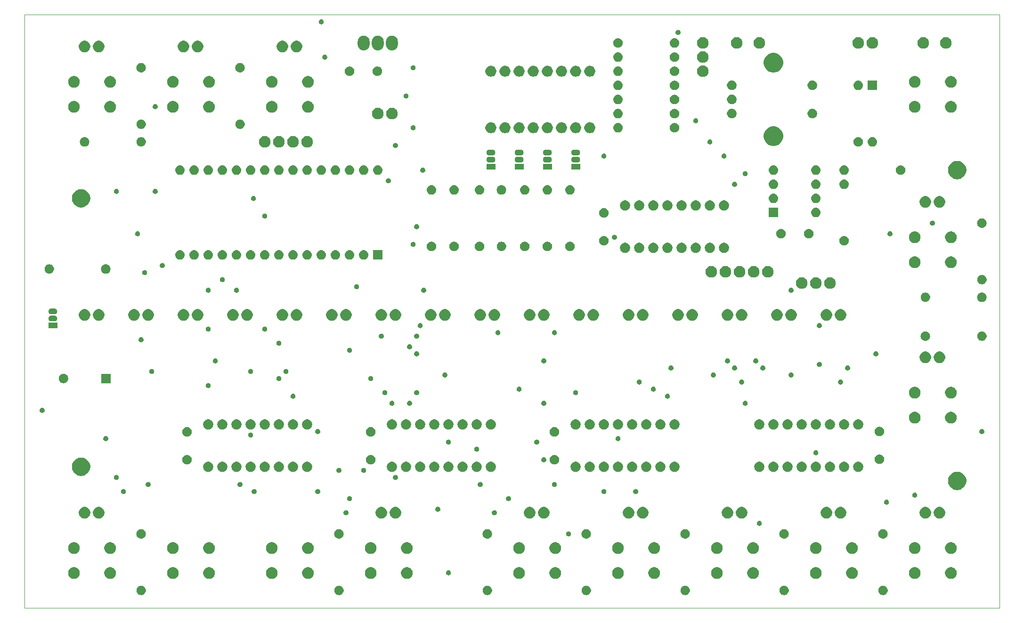
<source format=gbr>
G04 #@! TF.GenerationSoftware,KiCad,Pcbnew,(5.1.2)-1*
G04 #@! TF.CreationDate,2019-06-10T13:07:47+02:00*
G04 #@! TF.ProjectId,YASS_v3,59415353-5f76-4332-9e6b-696361645f70,rev?*
G04 #@! TF.SameCoordinates,Original*
G04 #@! TF.FileFunction,Soldermask,Top*
G04 #@! TF.FilePolarity,Negative*
%FSLAX46Y46*%
G04 Gerber Fmt 4.6, Leading zero omitted, Abs format (unit mm)*
G04 Created by KiCad (PCBNEW (5.1.2)-1) date 2019-06-10 13:07:47*
%MOMM*%
%LPD*%
G04 APERTURE LIST*
%ADD10C,0.050000*%
%ADD11C,0.100000*%
G04 APERTURE END LIST*
D10*
X68580000Y-154940000D02*
X68580000Y-48260000D01*
X243840000Y-154940000D02*
X68580000Y-154940000D01*
X68580000Y-48260000D02*
X243840000Y-48260000D01*
X243840000Y-48260000D02*
X243840000Y-154940000D01*
D11*
G36*
X152013228Y-150946703D02*
G01*
X152168100Y-151010853D01*
X152307481Y-151103985D01*
X152426015Y-151222519D01*
X152519147Y-151361900D01*
X152583297Y-151516772D01*
X152616000Y-151681184D01*
X152616000Y-151848816D01*
X152583297Y-152013228D01*
X152519147Y-152168100D01*
X152426015Y-152307481D01*
X152307481Y-152426015D01*
X152168100Y-152519147D01*
X152013228Y-152583297D01*
X151848816Y-152616000D01*
X151681184Y-152616000D01*
X151516772Y-152583297D01*
X151361900Y-152519147D01*
X151222519Y-152426015D01*
X151103985Y-152307481D01*
X151010853Y-152168100D01*
X150946703Y-152013228D01*
X150914000Y-151848816D01*
X150914000Y-151681184D01*
X150946703Y-151516772D01*
X151010853Y-151361900D01*
X151103985Y-151222519D01*
X151222519Y-151103985D01*
X151361900Y-151010853D01*
X151516772Y-150946703D01*
X151681184Y-150914000D01*
X151848816Y-150914000D01*
X152013228Y-150946703D01*
X152013228Y-150946703D01*
G37*
G36*
X205353228Y-150946703D02*
G01*
X205508100Y-151010853D01*
X205647481Y-151103985D01*
X205766015Y-151222519D01*
X205859147Y-151361900D01*
X205923297Y-151516772D01*
X205956000Y-151681184D01*
X205956000Y-151848816D01*
X205923297Y-152013228D01*
X205859147Y-152168100D01*
X205766015Y-152307481D01*
X205647481Y-152426015D01*
X205508100Y-152519147D01*
X205353228Y-152583297D01*
X205188816Y-152616000D01*
X205021184Y-152616000D01*
X204856772Y-152583297D01*
X204701900Y-152519147D01*
X204562519Y-152426015D01*
X204443985Y-152307481D01*
X204350853Y-152168100D01*
X204286703Y-152013228D01*
X204254000Y-151848816D01*
X204254000Y-151681184D01*
X204286703Y-151516772D01*
X204350853Y-151361900D01*
X204443985Y-151222519D01*
X204562519Y-151103985D01*
X204701900Y-151010853D01*
X204856772Y-150946703D01*
X205021184Y-150914000D01*
X205188816Y-150914000D01*
X205353228Y-150946703D01*
X205353228Y-150946703D01*
G37*
G36*
X169793228Y-150946703D02*
G01*
X169948100Y-151010853D01*
X170087481Y-151103985D01*
X170206015Y-151222519D01*
X170299147Y-151361900D01*
X170363297Y-151516772D01*
X170396000Y-151681184D01*
X170396000Y-151848816D01*
X170363297Y-152013228D01*
X170299147Y-152168100D01*
X170206015Y-152307481D01*
X170087481Y-152426015D01*
X169948100Y-152519147D01*
X169793228Y-152583297D01*
X169628816Y-152616000D01*
X169461184Y-152616000D01*
X169296772Y-152583297D01*
X169141900Y-152519147D01*
X169002519Y-152426015D01*
X168883985Y-152307481D01*
X168790853Y-152168100D01*
X168726703Y-152013228D01*
X168694000Y-151848816D01*
X168694000Y-151681184D01*
X168726703Y-151516772D01*
X168790853Y-151361900D01*
X168883985Y-151222519D01*
X169002519Y-151103985D01*
X169141900Y-151010853D01*
X169296772Y-150946703D01*
X169461184Y-150914000D01*
X169628816Y-150914000D01*
X169793228Y-150946703D01*
X169793228Y-150946703D01*
G37*
G36*
X89783228Y-150946703D02*
G01*
X89938100Y-151010853D01*
X90077481Y-151103985D01*
X90196015Y-151222519D01*
X90289147Y-151361900D01*
X90353297Y-151516772D01*
X90386000Y-151681184D01*
X90386000Y-151848816D01*
X90353297Y-152013228D01*
X90289147Y-152168100D01*
X90196015Y-152307481D01*
X90077481Y-152426015D01*
X89938100Y-152519147D01*
X89783228Y-152583297D01*
X89618816Y-152616000D01*
X89451184Y-152616000D01*
X89286772Y-152583297D01*
X89131900Y-152519147D01*
X88992519Y-152426015D01*
X88873985Y-152307481D01*
X88780853Y-152168100D01*
X88716703Y-152013228D01*
X88684000Y-151848816D01*
X88684000Y-151681184D01*
X88716703Y-151516772D01*
X88780853Y-151361900D01*
X88873985Y-151222519D01*
X88992519Y-151103985D01*
X89131900Y-151010853D01*
X89286772Y-150946703D01*
X89451184Y-150914000D01*
X89618816Y-150914000D01*
X89783228Y-150946703D01*
X89783228Y-150946703D01*
G37*
G36*
X223133228Y-150946703D02*
G01*
X223288100Y-151010853D01*
X223427481Y-151103985D01*
X223546015Y-151222519D01*
X223639147Y-151361900D01*
X223703297Y-151516772D01*
X223736000Y-151681184D01*
X223736000Y-151848816D01*
X223703297Y-152013228D01*
X223639147Y-152168100D01*
X223546015Y-152307481D01*
X223427481Y-152426015D01*
X223288100Y-152519147D01*
X223133228Y-152583297D01*
X222968816Y-152616000D01*
X222801184Y-152616000D01*
X222636772Y-152583297D01*
X222481900Y-152519147D01*
X222342519Y-152426015D01*
X222223985Y-152307481D01*
X222130853Y-152168100D01*
X222066703Y-152013228D01*
X222034000Y-151848816D01*
X222034000Y-151681184D01*
X222066703Y-151516772D01*
X222130853Y-151361900D01*
X222223985Y-151222519D01*
X222342519Y-151103985D01*
X222481900Y-151010853D01*
X222636772Y-150946703D01*
X222801184Y-150914000D01*
X222968816Y-150914000D01*
X223133228Y-150946703D01*
X223133228Y-150946703D01*
G37*
G36*
X125343228Y-150946703D02*
G01*
X125498100Y-151010853D01*
X125637481Y-151103985D01*
X125756015Y-151222519D01*
X125849147Y-151361900D01*
X125913297Y-151516772D01*
X125946000Y-151681184D01*
X125946000Y-151848816D01*
X125913297Y-152013228D01*
X125849147Y-152168100D01*
X125756015Y-152307481D01*
X125637481Y-152426015D01*
X125498100Y-152519147D01*
X125343228Y-152583297D01*
X125178816Y-152616000D01*
X125011184Y-152616000D01*
X124846772Y-152583297D01*
X124691900Y-152519147D01*
X124552519Y-152426015D01*
X124433985Y-152307481D01*
X124340853Y-152168100D01*
X124276703Y-152013228D01*
X124244000Y-151848816D01*
X124244000Y-151681184D01*
X124276703Y-151516772D01*
X124340853Y-151361900D01*
X124433985Y-151222519D01*
X124552519Y-151103985D01*
X124691900Y-151010853D01*
X124846772Y-150946703D01*
X125011184Y-150914000D01*
X125178816Y-150914000D01*
X125343228Y-150946703D01*
X125343228Y-150946703D01*
G37*
G36*
X187573228Y-150946703D02*
G01*
X187728100Y-151010853D01*
X187867481Y-151103985D01*
X187986015Y-151222519D01*
X188079147Y-151361900D01*
X188143297Y-151516772D01*
X188176000Y-151681184D01*
X188176000Y-151848816D01*
X188143297Y-152013228D01*
X188079147Y-152168100D01*
X187986015Y-152307481D01*
X187867481Y-152426015D01*
X187728100Y-152519147D01*
X187573228Y-152583297D01*
X187408816Y-152616000D01*
X187241184Y-152616000D01*
X187076772Y-152583297D01*
X186921900Y-152519147D01*
X186782519Y-152426015D01*
X186663985Y-152307481D01*
X186570853Y-152168100D01*
X186506703Y-152013228D01*
X186474000Y-151848816D01*
X186474000Y-151681184D01*
X186506703Y-151516772D01*
X186570853Y-151361900D01*
X186663985Y-151222519D01*
X186782519Y-151103985D01*
X186921900Y-151010853D01*
X187076772Y-150946703D01*
X187241184Y-150914000D01*
X187408816Y-150914000D01*
X187573228Y-150946703D01*
X187573228Y-150946703D01*
G37*
G36*
X199846564Y-147634389D02*
G01*
X200037833Y-147713615D01*
X200037835Y-147713616D01*
X200209973Y-147828635D01*
X200356365Y-147975027D01*
X200471385Y-148147167D01*
X200550611Y-148338436D01*
X200591000Y-148541484D01*
X200591000Y-148748516D01*
X200550611Y-148951564D01*
X200520744Y-149023669D01*
X200471384Y-149142835D01*
X200356365Y-149314973D01*
X200209973Y-149461365D01*
X200037835Y-149576384D01*
X200037834Y-149576385D01*
X200037833Y-149576385D01*
X199846564Y-149655611D01*
X199643516Y-149696000D01*
X199436484Y-149696000D01*
X199233436Y-149655611D01*
X199042167Y-149576385D01*
X199042166Y-149576385D01*
X199042165Y-149576384D01*
X198870027Y-149461365D01*
X198723635Y-149314973D01*
X198608616Y-149142835D01*
X198559256Y-149023669D01*
X198529389Y-148951564D01*
X198489000Y-148748516D01*
X198489000Y-148541484D01*
X198529389Y-148338436D01*
X198608615Y-148147167D01*
X198723635Y-147975027D01*
X198870027Y-147828635D01*
X199042165Y-147713616D01*
X199042167Y-147713615D01*
X199233436Y-147634389D01*
X199436484Y-147594000D01*
X199643516Y-147594000D01*
X199846564Y-147634389D01*
X199846564Y-147634389D01*
G37*
G36*
X102056564Y-147634389D02*
G01*
X102247833Y-147713615D01*
X102247835Y-147713616D01*
X102419973Y-147828635D01*
X102566365Y-147975027D01*
X102681385Y-148147167D01*
X102760611Y-148338436D01*
X102801000Y-148541484D01*
X102801000Y-148748516D01*
X102760611Y-148951564D01*
X102730744Y-149023669D01*
X102681384Y-149142835D01*
X102566365Y-149314973D01*
X102419973Y-149461365D01*
X102247835Y-149576384D01*
X102247834Y-149576385D01*
X102247833Y-149576385D01*
X102056564Y-149655611D01*
X101853516Y-149696000D01*
X101646484Y-149696000D01*
X101443436Y-149655611D01*
X101252167Y-149576385D01*
X101252166Y-149576385D01*
X101252165Y-149576384D01*
X101080027Y-149461365D01*
X100933635Y-149314973D01*
X100818616Y-149142835D01*
X100769256Y-149023669D01*
X100739389Y-148951564D01*
X100699000Y-148748516D01*
X100699000Y-148541484D01*
X100739389Y-148338436D01*
X100818615Y-148147167D01*
X100933635Y-147975027D01*
X101080027Y-147828635D01*
X101252165Y-147713616D01*
X101252167Y-147713615D01*
X101443436Y-147634389D01*
X101646484Y-147594000D01*
X101853516Y-147594000D01*
X102056564Y-147634389D01*
X102056564Y-147634389D01*
G37*
G36*
X95556564Y-147634389D02*
G01*
X95747833Y-147713615D01*
X95747835Y-147713616D01*
X95919973Y-147828635D01*
X96066365Y-147975027D01*
X96181385Y-148147167D01*
X96260611Y-148338436D01*
X96301000Y-148541484D01*
X96301000Y-148748516D01*
X96260611Y-148951564D01*
X96230744Y-149023669D01*
X96181384Y-149142835D01*
X96066365Y-149314973D01*
X95919973Y-149461365D01*
X95747835Y-149576384D01*
X95747834Y-149576385D01*
X95747833Y-149576385D01*
X95556564Y-149655611D01*
X95353516Y-149696000D01*
X95146484Y-149696000D01*
X94943436Y-149655611D01*
X94752167Y-149576385D01*
X94752166Y-149576385D01*
X94752165Y-149576384D01*
X94580027Y-149461365D01*
X94433635Y-149314973D01*
X94318616Y-149142835D01*
X94269256Y-149023669D01*
X94239389Y-148951564D01*
X94199000Y-148748516D01*
X94199000Y-148541484D01*
X94239389Y-148338436D01*
X94318615Y-148147167D01*
X94433635Y-147975027D01*
X94580027Y-147828635D01*
X94752165Y-147713616D01*
X94752167Y-147713615D01*
X94943436Y-147634389D01*
X95146484Y-147594000D01*
X95353516Y-147594000D01*
X95556564Y-147634389D01*
X95556564Y-147634389D01*
G37*
G36*
X211126564Y-147634389D02*
G01*
X211317833Y-147713615D01*
X211317835Y-147713616D01*
X211489973Y-147828635D01*
X211636365Y-147975027D01*
X211751385Y-148147167D01*
X211830611Y-148338436D01*
X211871000Y-148541484D01*
X211871000Y-148748516D01*
X211830611Y-148951564D01*
X211800744Y-149023669D01*
X211751384Y-149142835D01*
X211636365Y-149314973D01*
X211489973Y-149461365D01*
X211317835Y-149576384D01*
X211317834Y-149576385D01*
X211317833Y-149576385D01*
X211126564Y-149655611D01*
X210923516Y-149696000D01*
X210716484Y-149696000D01*
X210513436Y-149655611D01*
X210322167Y-149576385D01*
X210322166Y-149576385D01*
X210322165Y-149576384D01*
X210150027Y-149461365D01*
X210003635Y-149314973D01*
X209888616Y-149142835D01*
X209839256Y-149023669D01*
X209809389Y-148951564D01*
X209769000Y-148748516D01*
X209769000Y-148541484D01*
X209809389Y-148338436D01*
X209888615Y-148147167D01*
X210003635Y-147975027D01*
X210150027Y-147828635D01*
X210322165Y-147713616D01*
X210322167Y-147713615D01*
X210513436Y-147634389D01*
X210716484Y-147594000D01*
X210923516Y-147594000D01*
X211126564Y-147634389D01*
X211126564Y-147634389D01*
G37*
G36*
X193346564Y-147634389D02*
G01*
X193537833Y-147713615D01*
X193537835Y-147713616D01*
X193709973Y-147828635D01*
X193856365Y-147975027D01*
X193971385Y-148147167D01*
X194050611Y-148338436D01*
X194091000Y-148541484D01*
X194091000Y-148748516D01*
X194050611Y-148951564D01*
X194020744Y-149023669D01*
X193971384Y-149142835D01*
X193856365Y-149314973D01*
X193709973Y-149461365D01*
X193537835Y-149576384D01*
X193537834Y-149576385D01*
X193537833Y-149576385D01*
X193346564Y-149655611D01*
X193143516Y-149696000D01*
X192936484Y-149696000D01*
X192733436Y-149655611D01*
X192542167Y-149576385D01*
X192542166Y-149576385D01*
X192542165Y-149576384D01*
X192370027Y-149461365D01*
X192223635Y-149314973D01*
X192108616Y-149142835D01*
X192059256Y-149023669D01*
X192029389Y-148951564D01*
X191989000Y-148748516D01*
X191989000Y-148541484D01*
X192029389Y-148338436D01*
X192108615Y-148147167D01*
X192223635Y-147975027D01*
X192370027Y-147828635D01*
X192542165Y-147713616D01*
X192542167Y-147713615D01*
X192733436Y-147634389D01*
X192936484Y-147594000D01*
X193143516Y-147594000D01*
X193346564Y-147634389D01*
X193346564Y-147634389D01*
G37*
G36*
X175566564Y-147634389D02*
G01*
X175757833Y-147713615D01*
X175757835Y-147713616D01*
X175929973Y-147828635D01*
X176076365Y-147975027D01*
X176191385Y-148147167D01*
X176270611Y-148338436D01*
X176311000Y-148541484D01*
X176311000Y-148748516D01*
X176270611Y-148951564D01*
X176240744Y-149023669D01*
X176191384Y-149142835D01*
X176076365Y-149314973D01*
X175929973Y-149461365D01*
X175757835Y-149576384D01*
X175757834Y-149576385D01*
X175757833Y-149576385D01*
X175566564Y-149655611D01*
X175363516Y-149696000D01*
X175156484Y-149696000D01*
X174953436Y-149655611D01*
X174762167Y-149576385D01*
X174762166Y-149576385D01*
X174762165Y-149576384D01*
X174590027Y-149461365D01*
X174443635Y-149314973D01*
X174328616Y-149142835D01*
X174279256Y-149023669D01*
X174249389Y-148951564D01*
X174209000Y-148748516D01*
X174209000Y-148541484D01*
X174249389Y-148338436D01*
X174328615Y-148147167D01*
X174443635Y-147975027D01*
X174590027Y-147828635D01*
X174762165Y-147713616D01*
X174762167Y-147713615D01*
X174953436Y-147634389D01*
X175156484Y-147594000D01*
X175363516Y-147594000D01*
X175566564Y-147634389D01*
X175566564Y-147634389D01*
G37*
G36*
X182066564Y-147634389D02*
G01*
X182257833Y-147713615D01*
X182257835Y-147713616D01*
X182429973Y-147828635D01*
X182576365Y-147975027D01*
X182691385Y-148147167D01*
X182770611Y-148338436D01*
X182811000Y-148541484D01*
X182811000Y-148748516D01*
X182770611Y-148951564D01*
X182740744Y-149023669D01*
X182691384Y-149142835D01*
X182576365Y-149314973D01*
X182429973Y-149461365D01*
X182257835Y-149576384D01*
X182257834Y-149576385D01*
X182257833Y-149576385D01*
X182066564Y-149655611D01*
X181863516Y-149696000D01*
X181656484Y-149696000D01*
X181453436Y-149655611D01*
X181262167Y-149576385D01*
X181262166Y-149576385D01*
X181262165Y-149576384D01*
X181090027Y-149461365D01*
X180943635Y-149314973D01*
X180828616Y-149142835D01*
X180779256Y-149023669D01*
X180749389Y-148951564D01*
X180709000Y-148748516D01*
X180709000Y-148541484D01*
X180749389Y-148338436D01*
X180828615Y-148147167D01*
X180943635Y-147975027D01*
X181090027Y-147828635D01*
X181262165Y-147713616D01*
X181262167Y-147713615D01*
X181453436Y-147634389D01*
X181656484Y-147594000D01*
X181863516Y-147594000D01*
X182066564Y-147634389D01*
X182066564Y-147634389D01*
G37*
G36*
X84276564Y-147634389D02*
G01*
X84467833Y-147713615D01*
X84467835Y-147713616D01*
X84639973Y-147828635D01*
X84786365Y-147975027D01*
X84901385Y-148147167D01*
X84980611Y-148338436D01*
X85021000Y-148541484D01*
X85021000Y-148748516D01*
X84980611Y-148951564D01*
X84950744Y-149023669D01*
X84901384Y-149142835D01*
X84786365Y-149314973D01*
X84639973Y-149461365D01*
X84467835Y-149576384D01*
X84467834Y-149576385D01*
X84467833Y-149576385D01*
X84276564Y-149655611D01*
X84073516Y-149696000D01*
X83866484Y-149696000D01*
X83663436Y-149655611D01*
X83472167Y-149576385D01*
X83472166Y-149576385D01*
X83472165Y-149576384D01*
X83300027Y-149461365D01*
X83153635Y-149314973D01*
X83038616Y-149142835D01*
X82989256Y-149023669D01*
X82959389Y-148951564D01*
X82919000Y-148748516D01*
X82919000Y-148541484D01*
X82959389Y-148338436D01*
X83038615Y-148147167D01*
X83153635Y-147975027D01*
X83300027Y-147828635D01*
X83472165Y-147713616D01*
X83472167Y-147713615D01*
X83663436Y-147634389D01*
X83866484Y-147594000D01*
X84073516Y-147594000D01*
X84276564Y-147634389D01*
X84276564Y-147634389D01*
G37*
G36*
X217626564Y-147634389D02*
G01*
X217817833Y-147713615D01*
X217817835Y-147713616D01*
X217989973Y-147828635D01*
X218136365Y-147975027D01*
X218251385Y-148147167D01*
X218330611Y-148338436D01*
X218371000Y-148541484D01*
X218371000Y-148748516D01*
X218330611Y-148951564D01*
X218300744Y-149023669D01*
X218251384Y-149142835D01*
X218136365Y-149314973D01*
X217989973Y-149461365D01*
X217817835Y-149576384D01*
X217817834Y-149576385D01*
X217817833Y-149576385D01*
X217626564Y-149655611D01*
X217423516Y-149696000D01*
X217216484Y-149696000D01*
X217013436Y-149655611D01*
X216822167Y-149576385D01*
X216822166Y-149576385D01*
X216822165Y-149576384D01*
X216650027Y-149461365D01*
X216503635Y-149314973D01*
X216388616Y-149142835D01*
X216339256Y-149023669D01*
X216309389Y-148951564D01*
X216269000Y-148748516D01*
X216269000Y-148541484D01*
X216309389Y-148338436D01*
X216388615Y-148147167D01*
X216503635Y-147975027D01*
X216650027Y-147828635D01*
X216822165Y-147713616D01*
X216822167Y-147713615D01*
X217013436Y-147634389D01*
X217216484Y-147594000D01*
X217423516Y-147594000D01*
X217626564Y-147634389D01*
X217626564Y-147634389D01*
G37*
G36*
X235406564Y-147634389D02*
G01*
X235597833Y-147713615D01*
X235597835Y-147713616D01*
X235769973Y-147828635D01*
X235916365Y-147975027D01*
X236031385Y-148147167D01*
X236110611Y-148338436D01*
X236151000Y-148541484D01*
X236151000Y-148748516D01*
X236110611Y-148951564D01*
X236080744Y-149023669D01*
X236031384Y-149142835D01*
X235916365Y-149314973D01*
X235769973Y-149461365D01*
X235597835Y-149576384D01*
X235597834Y-149576385D01*
X235597833Y-149576385D01*
X235406564Y-149655611D01*
X235203516Y-149696000D01*
X234996484Y-149696000D01*
X234793436Y-149655611D01*
X234602167Y-149576385D01*
X234602166Y-149576385D01*
X234602165Y-149576384D01*
X234430027Y-149461365D01*
X234283635Y-149314973D01*
X234168616Y-149142835D01*
X234119256Y-149023669D01*
X234089389Y-148951564D01*
X234049000Y-148748516D01*
X234049000Y-148541484D01*
X234089389Y-148338436D01*
X234168615Y-148147167D01*
X234283635Y-147975027D01*
X234430027Y-147828635D01*
X234602165Y-147713616D01*
X234602167Y-147713615D01*
X234793436Y-147634389D01*
X234996484Y-147594000D01*
X235203516Y-147594000D01*
X235406564Y-147634389D01*
X235406564Y-147634389D01*
G37*
G36*
X131116564Y-147634389D02*
G01*
X131307833Y-147713615D01*
X131307835Y-147713616D01*
X131479973Y-147828635D01*
X131626365Y-147975027D01*
X131741385Y-148147167D01*
X131820611Y-148338436D01*
X131861000Y-148541484D01*
X131861000Y-148748516D01*
X131820611Y-148951564D01*
X131790744Y-149023669D01*
X131741384Y-149142835D01*
X131626365Y-149314973D01*
X131479973Y-149461365D01*
X131307835Y-149576384D01*
X131307834Y-149576385D01*
X131307833Y-149576385D01*
X131116564Y-149655611D01*
X130913516Y-149696000D01*
X130706484Y-149696000D01*
X130503436Y-149655611D01*
X130312167Y-149576385D01*
X130312166Y-149576385D01*
X130312165Y-149576384D01*
X130140027Y-149461365D01*
X129993635Y-149314973D01*
X129878616Y-149142835D01*
X129829256Y-149023669D01*
X129799389Y-148951564D01*
X129759000Y-148748516D01*
X129759000Y-148541484D01*
X129799389Y-148338436D01*
X129878615Y-148147167D01*
X129993635Y-147975027D01*
X130140027Y-147828635D01*
X130312165Y-147713616D01*
X130312167Y-147713615D01*
X130503436Y-147634389D01*
X130706484Y-147594000D01*
X130913516Y-147594000D01*
X131116564Y-147634389D01*
X131116564Y-147634389D01*
G37*
G36*
X157786564Y-147634389D02*
G01*
X157977833Y-147713615D01*
X157977835Y-147713616D01*
X158149973Y-147828635D01*
X158296365Y-147975027D01*
X158411385Y-148147167D01*
X158490611Y-148338436D01*
X158531000Y-148541484D01*
X158531000Y-148748516D01*
X158490611Y-148951564D01*
X158460744Y-149023669D01*
X158411384Y-149142835D01*
X158296365Y-149314973D01*
X158149973Y-149461365D01*
X157977835Y-149576384D01*
X157977834Y-149576385D01*
X157977833Y-149576385D01*
X157786564Y-149655611D01*
X157583516Y-149696000D01*
X157376484Y-149696000D01*
X157173436Y-149655611D01*
X156982167Y-149576385D01*
X156982166Y-149576385D01*
X156982165Y-149576384D01*
X156810027Y-149461365D01*
X156663635Y-149314973D01*
X156548616Y-149142835D01*
X156499256Y-149023669D01*
X156469389Y-148951564D01*
X156429000Y-148748516D01*
X156429000Y-148541484D01*
X156469389Y-148338436D01*
X156548615Y-148147167D01*
X156663635Y-147975027D01*
X156810027Y-147828635D01*
X156982165Y-147713616D01*
X156982167Y-147713615D01*
X157173436Y-147634389D01*
X157376484Y-147594000D01*
X157583516Y-147594000D01*
X157786564Y-147634389D01*
X157786564Y-147634389D01*
G37*
G36*
X228906564Y-147634389D02*
G01*
X229097833Y-147713615D01*
X229097835Y-147713616D01*
X229269973Y-147828635D01*
X229416365Y-147975027D01*
X229531385Y-148147167D01*
X229610611Y-148338436D01*
X229651000Y-148541484D01*
X229651000Y-148748516D01*
X229610611Y-148951564D01*
X229580744Y-149023669D01*
X229531384Y-149142835D01*
X229416365Y-149314973D01*
X229269973Y-149461365D01*
X229097835Y-149576384D01*
X229097834Y-149576385D01*
X229097833Y-149576385D01*
X228906564Y-149655611D01*
X228703516Y-149696000D01*
X228496484Y-149696000D01*
X228293436Y-149655611D01*
X228102167Y-149576385D01*
X228102166Y-149576385D01*
X228102165Y-149576384D01*
X227930027Y-149461365D01*
X227783635Y-149314973D01*
X227668616Y-149142835D01*
X227619256Y-149023669D01*
X227589389Y-148951564D01*
X227549000Y-148748516D01*
X227549000Y-148541484D01*
X227589389Y-148338436D01*
X227668615Y-148147167D01*
X227783635Y-147975027D01*
X227930027Y-147828635D01*
X228102165Y-147713616D01*
X228102167Y-147713615D01*
X228293436Y-147634389D01*
X228496484Y-147594000D01*
X228703516Y-147594000D01*
X228906564Y-147634389D01*
X228906564Y-147634389D01*
G37*
G36*
X137616564Y-147634389D02*
G01*
X137807833Y-147713615D01*
X137807835Y-147713616D01*
X137979973Y-147828635D01*
X138126365Y-147975027D01*
X138241385Y-148147167D01*
X138320611Y-148338436D01*
X138361000Y-148541484D01*
X138361000Y-148748516D01*
X138320611Y-148951564D01*
X138290744Y-149023669D01*
X138241384Y-149142835D01*
X138126365Y-149314973D01*
X137979973Y-149461365D01*
X137807835Y-149576384D01*
X137807834Y-149576385D01*
X137807833Y-149576385D01*
X137616564Y-149655611D01*
X137413516Y-149696000D01*
X137206484Y-149696000D01*
X137003436Y-149655611D01*
X136812167Y-149576385D01*
X136812166Y-149576385D01*
X136812165Y-149576384D01*
X136640027Y-149461365D01*
X136493635Y-149314973D01*
X136378616Y-149142835D01*
X136329256Y-149023669D01*
X136299389Y-148951564D01*
X136259000Y-148748516D01*
X136259000Y-148541484D01*
X136299389Y-148338436D01*
X136378615Y-148147167D01*
X136493635Y-147975027D01*
X136640027Y-147828635D01*
X136812165Y-147713616D01*
X136812167Y-147713615D01*
X137003436Y-147634389D01*
X137206484Y-147594000D01*
X137413516Y-147594000D01*
X137616564Y-147634389D01*
X137616564Y-147634389D01*
G37*
G36*
X113336564Y-147634389D02*
G01*
X113527833Y-147713615D01*
X113527835Y-147713616D01*
X113699973Y-147828635D01*
X113846365Y-147975027D01*
X113961385Y-148147167D01*
X114040611Y-148338436D01*
X114081000Y-148541484D01*
X114081000Y-148748516D01*
X114040611Y-148951564D01*
X114010744Y-149023669D01*
X113961384Y-149142835D01*
X113846365Y-149314973D01*
X113699973Y-149461365D01*
X113527835Y-149576384D01*
X113527834Y-149576385D01*
X113527833Y-149576385D01*
X113336564Y-149655611D01*
X113133516Y-149696000D01*
X112926484Y-149696000D01*
X112723436Y-149655611D01*
X112532167Y-149576385D01*
X112532166Y-149576385D01*
X112532165Y-149576384D01*
X112360027Y-149461365D01*
X112213635Y-149314973D01*
X112098616Y-149142835D01*
X112049256Y-149023669D01*
X112019389Y-148951564D01*
X111979000Y-148748516D01*
X111979000Y-148541484D01*
X112019389Y-148338436D01*
X112098615Y-148147167D01*
X112213635Y-147975027D01*
X112360027Y-147828635D01*
X112532165Y-147713616D01*
X112532167Y-147713615D01*
X112723436Y-147634389D01*
X112926484Y-147594000D01*
X113133516Y-147594000D01*
X113336564Y-147634389D01*
X113336564Y-147634389D01*
G37*
G36*
X119836564Y-147634389D02*
G01*
X120027833Y-147713615D01*
X120027835Y-147713616D01*
X120199973Y-147828635D01*
X120346365Y-147975027D01*
X120461385Y-148147167D01*
X120540611Y-148338436D01*
X120581000Y-148541484D01*
X120581000Y-148748516D01*
X120540611Y-148951564D01*
X120510744Y-149023669D01*
X120461384Y-149142835D01*
X120346365Y-149314973D01*
X120199973Y-149461365D01*
X120027835Y-149576384D01*
X120027834Y-149576385D01*
X120027833Y-149576385D01*
X119836564Y-149655611D01*
X119633516Y-149696000D01*
X119426484Y-149696000D01*
X119223436Y-149655611D01*
X119032167Y-149576385D01*
X119032166Y-149576385D01*
X119032165Y-149576384D01*
X118860027Y-149461365D01*
X118713635Y-149314973D01*
X118598616Y-149142835D01*
X118549256Y-149023669D01*
X118519389Y-148951564D01*
X118479000Y-148748516D01*
X118479000Y-148541484D01*
X118519389Y-148338436D01*
X118598615Y-148147167D01*
X118713635Y-147975027D01*
X118860027Y-147828635D01*
X119032165Y-147713616D01*
X119032167Y-147713615D01*
X119223436Y-147634389D01*
X119426484Y-147594000D01*
X119633516Y-147594000D01*
X119836564Y-147634389D01*
X119836564Y-147634389D01*
G37*
G36*
X164286564Y-147634389D02*
G01*
X164477833Y-147713615D01*
X164477835Y-147713616D01*
X164649973Y-147828635D01*
X164796365Y-147975027D01*
X164911385Y-148147167D01*
X164990611Y-148338436D01*
X165031000Y-148541484D01*
X165031000Y-148748516D01*
X164990611Y-148951564D01*
X164960744Y-149023669D01*
X164911384Y-149142835D01*
X164796365Y-149314973D01*
X164649973Y-149461365D01*
X164477835Y-149576384D01*
X164477834Y-149576385D01*
X164477833Y-149576385D01*
X164286564Y-149655611D01*
X164083516Y-149696000D01*
X163876484Y-149696000D01*
X163673436Y-149655611D01*
X163482167Y-149576385D01*
X163482166Y-149576385D01*
X163482165Y-149576384D01*
X163310027Y-149461365D01*
X163163635Y-149314973D01*
X163048616Y-149142835D01*
X162999256Y-149023669D01*
X162969389Y-148951564D01*
X162929000Y-148748516D01*
X162929000Y-148541484D01*
X162969389Y-148338436D01*
X163048615Y-148147167D01*
X163163635Y-147975027D01*
X163310027Y-147828635D01*
X163482165Y-147713616D01*
X163482167Y-147713615D01*
X163673436Y-147634389D01*
X163876484Y-147594000D01*
X164083516Y-147594000D01*
X164286564Y-147634389D01*
X164286564Y-147634389D01*
G37*
G36*
X77776564Y-147634389D02*
G01*
X77967833Y-147713615D01*
X77967835Y-147713616D01*
X78139973Y-147828635D01*
X78286365Y-147975027D01*
X78401385Y-148147167D01*
X78480611Y-148338436D01*
X78521000Y-148541484D01*
X78521000Y-148748516D01*
X78480611Y-148951564D01*
X78450744Y-149023669D01*
X78401384Y-149142835D01*
X78286365Y-149314973D01*
X78139973Y-149461365D01*
X77967835Y-149576384D01*
X77967834Y-149576385D01*
X77967833Y-149576385D01*
X77776564Y-149655611D01*
X77573516Y-149696000D01*
X77366484Y-149696000D01*
X77163436Y-149655611D01*
X76972167Y-149576385D01*
X76972166Y-149576385D01*
X76972165Y-149576384D01*
X76800027Y-149461365D01*
X76653635Y-149314973D01*
X76538616Y-149142835D01*
X76489256Y-149023669D01*
X76459389Y-148951564D01*
X76419000Y-148748516D01*
X76419000Y-148541484D01*
X76459389Y-148338436D01*
X76538615Y-148147167D01*
X76653635Y-147975027D01*
X76800027Y-147828635D01*
X76972165Y-147713616D01*
X76972167Y-147713615D01*
X77163436Y-147634389D01*
X77366484Y-147594000D01*
X77573516Y-147594000D01*
X77776564Y-147634389D01*
X77776564Y-147634389D01*
G37*
G36*
X144911552Y-148156331D02*
G01*
X144993627Y-148190328D01*
X144993629Y-148190329D01*
X145030813Y-148215175D01*
X145067495Y-148239685D01*
X145130315Y-148302505D01*
X145179672Y-148376373D01*
X145213669Y-148458448D01*
X145231000Y-148545579D01*
X145231000Y-148634421D01*
X145213669Y-148721552D01*
X145179672Y-148803627D01*
X145130315Y-148877495D01*
X145067495Y-148940315D01*
X145050658Y-148951565D01*
X144993629Y-148989671D01*
X144993628Y-148989672D01*
X144993627Y-148989672D01*
X144911552Y-149023669D01*
X144824421Y-149041000D01*
X144735579Y-149041000D01*
X144648448Y-149023669D01*
X144566373Y-148989672D01*
X144566372Y-148989672D01*
X144566371Y-148989671D01*
X144509342Y-148951565D01*
X144492505Y-148940315D01*
X144429685Y-148877495D01*
X144380328Y-148803627D01*
X144346331Y-148721552D01*
X144329000Y-148634421D01*
X144329000Y-148545579D01*
X144346331Y-148458448D01*
X144380328Y-148376373D01*
X144429685Y-148302505D01*
X144492505Y-148239685D01*
X144529187Y-148215175D01*
X144566371Y-148190329D01*
X144566373Y-148190328D01*
X144648448Y-148156331D01*
X144735579Y-148139000D01*
X144824421Y-148139000D01*
X144911552Y-148156331D01*
X144911552Y-148156331D01*
G37*
G36*
X95556564Y-143134389D02*
G01*
X95747833Y-143213615D01*
X95747835Y-143213616D01*
X95919973Y-143328635D01*
X96066365Y-143475027D01*
X96181385Y-143647167D01*
X96260611Y-143838436D01*
X96301000Y-144041484D01*
X96301000Y-144248516D01*
X96260611Y-144451564D01*
X96181385Y-144642833D01*
X96181384Y-144642835D01*
X96066365Y-144814973D01*
X95919973Y-144961365D01*
X95747835Y-145076384D01*
X95747834Y-145076385D01*
X95747833Y-145076385D01*
X95556564Y-145155611D01*
X95353516Y-145196000D01*
X95146484Y-145196000D01*
X94943436Y-145155611D01*
X94752167Y-145076385D01*
X94752166Y-145076385D01*
X94752165Y-145076384D01*
X94580027Y-144961365D01*
X94433635Y-144814973D01*
X94318616Y-144642835D01*
X94318615Y-144642833D01*
X94239389Y-144451564D01*
X94199000Y-144248516D01*
X94199000Y-144041484D01*
X94239389Y-143838436D01*
X94318615Y-143647167D01*
X94433635Y-143475027D01*
X94580027Y-143328635D01*
X94752165Y-143213616D01*
X94752167Y-143213615D01*
X94943436Y-143134389D01*
X95146484Y-143094000D01*
X95353516Y-143094000D01*
X95556564Y-143134389D01*
X95556564Y-143134389D01*
G37*
G36*
X84276564Y-143134389D02*
G01*
X84467833Y-143213615D01*
X84467835Y-143213616D01*
X84639973Y-143328635D01*
X84786365Y-143475027D01*
X84901385Y-143647167D01*
X84980611Y-143838436D01*
X85021000Y-144041484D01*
X85021000Y-144248516D01*
X84980611Y-144451564D01*
X84901385Y-144642833D01*
X84901384Y-144642835D01*
X84786365Y-144814973D01*
X84639973Y-144961365D01*
X84467835Y-145076384D01*
X84467834Y-145076385D01*
X84467833Y-145076385D01*
X84276564Y-145155611D01*
X84073516Y-145196000D01*
X83866484Y-145196000D01*
X83663436Y-145155611D01*
X83472167Y-145076385D01*
X83472166Y-145076385D01*
X83472165Y-145076384D01*
X83300027Y-144961365D01*
X83153635Y-144814973D01*
X83038616Y-144642835D01*
X83038615Y-144642833D01*
X82959389Y-144451564D01*
X82919000Y-144248516D01*
X82919000Y-144041484D01*
X82959389Y-143838436D01*
X83038615Y-143647167D01*
X83153635Y-143475027D01*
X83300027Y-143328635D01*
X83472165Y-143213616D01*
X83472167Y-143213615D01*
X83663436Y-143134389D01*
X83866484Y-143094000D01*
X84073516Y-143094000D01*
X84276564Y-143134389D01*
X84276564Y-143134389D01*
G37*
G36*
X193346564Y-143134389D02*
G01*
X193537833Y-143213615D01*
X193537835Y-143213616D01*
X193709973Y-143328635D01*
X193856365Y-143475027D01*
X193971385Y-143647167D01*
X194050611Y-143838436D01*
X194091000Y-144041484D01*
X194091000Y-144248516D01*
X194050611Y-144451564D01*
X193971385Y-144642833D01*
X193971384Y-144642835D01*
X193856365Y-144814973D01*
X193709973Y-144961365D01*
X193537835Y-145076384D01*
X193537834Y-145076385D01*
X193537833Y-145076385D01*
X193346564Y-145155611D01*
X193143516Y-145196000D01*
X192936484Y-145196000D01*
X192733436Y-145155611D01*
X192542167Y-145076385D01*
X192542166Y-145076385D01*
X192542165Y-145076384D01*
X192370027Y-144961365D01*
X192223635Y-144814973D01*
X192108616Y-144642835D01*
X192108615Y-144642833D01*
X192029389Y-144451564D01*
X191989000Y-144248516D01*
X191989000Y-144041484D01*
X192029389Y-143838436D01*
X192108615Y-143647167D01*
X192223635Y-143475027D01*
X192370027Y-143328635D01*
X192542165Y-143213616D01*
X192542167Y-143213615D01*
X192733436Y-143134389D01*
X192936484Y-143094000D01*
X193143516Y-143094000D01*
X193346564Y-143134389D01*
X193346564Y-143134389D01*
G37*
G36*
X199846564Y-143134389D02*
G01*
X200037833Y-143213615D01*
X200037835Y-143213616D01*
X200209973Y-143328635D01*
X200356365Y-143475027D01*
X200471385Y-143647167D01*
X200550611Y-143838436D01*
X200591000Y-144041484D01*
X200591000Y-144248516D01*
X200550611Y-144451564D01*
X200471385Y-144642833D01*
X200471384Y-144642835D01*
X200356365Y-144814973D01*
X200209973Y-144961365D01*
X200037835Y-145076384D01*
X200037834Y-145076385D01*
X200037833Y-145076385D01*
X199846564Y-145155611D01*
X199643516Y-145196000D01*
X199436484Y-145196000D01*
X199233436Y-145155611D01*
X199042167Y-145076385D01*
X199042166Y-145076385D01*
X199042165Y-145076384D01*
X198870027Y-144961365D01*
X198723635Y-144814973D01*
X198608616Y-144642835D01*
X198608615Y-144642833D01*
X198529389Y-144451564D01*
X198489000Y-144248516D01*
X198489000Y-144041484D01*
X198529389Y-143838436D01*
X198608615Y-143647167D01*
X198723635Y-143475027D01*
X198870027Y-143328635D01*
X199042165Y-143213616D01*
X199042167Y-143213615D01*
X199233436Y-143134389D01*
X199436484Y-143094000D01*
X199643516Y-143094000D01*
X199846564Y-143134389D01*
X199846564Y-143134389D01*
G37*
G36*
X211126564Y-143134389D02*
G01*
X211317833Y-143213615D01*
X211317835Y-143213616D01*
X211489973Y-143328635D01*
X211636365Y-143475027D01*
X211751385Y-143647167D01*
X211830611Y-143838436D01*
X211871000Y-144041484D01*
X211871000Y-144248516D01*
X211830611Y-144451564D01*
X211751385Y-144642833D01*
X211751384Y-144642835D01*
X211636365Y-144814973D01*
X211489973Y-144961365D01*
X211317835Y-145076384D01*
X211317834Y-145076385D01*
X211317833Y-145076385D01*
X211126564Y-145155611D01*
X210923516Y-145196000D01*
X210716484Y-145196000D01*
X210513436Y-145155611D01*
X210322167Y-145076385D01*
X210322166Y-145076385D01*
X210322165Y-145076384D01*
X210150027Y-144961365D01*
X210003635Y-144814973D01*
X209888616Y-144642835D01*
X209888615Y-144642833D01*
X209809389Y-144451564D01*
X209769000Y-144248516D01*
X209769000Y-144041484D01*
X209809389Y-143838436D01*
X209888615Y-143647167D01*
X210003635Y-143475027D01*
X210150027Y-143328635D01*
X210322165Y-143213616D01*
X210322167Y-143213615D01*
X210513436Y-143134389D01*
X210716484Y-143094000D01*
X210923516Y-143094000D01*
X211126564Y-143134389D01*
X211126564Y-143134389D01*
G37*
G36*
X235406564Y-143134389D02*
G01*
X235597833Y-143213615D01*
X235597835Y-143213616D01*
X235769973Y-143328635D01*
X235916365Y-143475027D01*
X236031385Y-143647167D01*
X236110611Y-143838436D01*
X236151000Y-144041484D01*
X236151000Y-144248516D01*
X236110611Y-144451564D01*
X236031385Y-144642833D01*
X236031384Y-144642835D01*
X235916365Y-144814973D01*
X235769973Y-144961365D01*
X235597835Y-145076384D01*
X235597834Y-145076385D01*
X235597833Y-145076385D01*
X235406564Y-145155611D01*
X235203516Y-145196000D01*
X234996484Y-145196000D01*
X234793436Y-145155611D01*
X234602167Y-145076385D01*
X234602166Y-145076385D01*
X234602165Y-145076384D01*
X234430027Y-144961365D01*
X234283635Y-144814973D01*
X234168616Y-144642835D01*
X234168615Y-144642833D01*
X234089389Y-144451564D01*
X234049000Y-144248516D01*
X234049000Y-144041484D01*
X234089389Y-143838436D01*
X234168615Y-143647167D01*
X234283635Y-143475027D01*
X234430027Y-143328635D01*
X234602165Y-143213616D01*
X234602167Y-143213615D01*
X234793436Y-143134389D01*
X234996484Y-143094000D01*
X235203516Y-143094000D01*
X235406564Y-143134389D01*
X235406564Y-143134389D01*
G37*
G36*
X228906564Y-143134389D02*
G01*
X229097833Y-143213615D01*
X229097835Y-143213616D01*
X229269973Y-143328635D01*
X229416365Y-143475027D01*
X229531385Y-143647167D01*
X229610611Y-143838436D01*
X229651000Y-144041484D01*
X229651000Y-144248516D01*
X229610611Y-144451564D01*
X229531385Y-144642833D01*
X229531384Y-144642835D01*
X229416365Y-144814973D01*
X229269973Y-144961365D01*
X229097835Y-145076384D01*
X229097834Y-145076385D01*
X229097833Y-145076385D01*
X228906564Y-145155611D01*
X228703516Y-145196000D01*
X228496484Y-145196000D01*
X228293436Y-145155611D01*
X228102167Y-145076385D01*
X228102166Y-145076385D01*
X228102165Y-145076384D01*
X227930027Y-144961365D01*
X227783635Y-144814973D01*
X227668616Y-144642835D01*
X227668615Y-144642833D01*
X227589389Y-144451564D01*
X227549000Y-144248516D01*
X227549000Y-144041484D01*
X227589389Y-143838436D01*
X227668615Y-143647167D01*
X227783635Y-143475027D01*
X227930027Y-143328635D01*
X228102165Y-143213616D01*
X228102167Y-143213615D01*
X228293436Y-143134389D01*
X228496484Y-143094000D01*
X228703516Y-143094000D01*
X228906564Y-143134389D01*
X228906564Y-143134389D01*
G37*
G36*
X102056564Y-143134389D02*
G01*
X102247833Y-143213615D01*
X102247835Y-143213616D01*
X102419973Y-143328635D01*
X102566365Y-143475027D01*
X102681385Y-143647167D01*
X102760611Y-143838436D01*
X102801000Y-144041484D01*
X102801000Y-144248516D01*
X102760611Y-144451564D01*
X102681385Y-144642833D01*
X102681384Y-144642835D01*
X102566365Y-144814973D01*
X102419973Y-144961365D01*
X102247835Y-145076384D01*
X102247834Y-145076385D01*
X102247833Y-145076385D01*
X102056564Y-145155611D01*
X101853516Y-145196000D01*
X101646484Y-145196000D01*
X101443436Y-145155611D01*
X101252167Y-145076385D01*
X101252166Y-145076385D01*
X101252165Y-145076384D01*
X101080027Y-144961365D01*
X100933635Y-144814973D01*
X100818616Y-144642835D01*
X100818615Y-144642833D01*
X100739389Y-144451564D01*
X100699000Y-144248516D01*
X100699000Y-144041484D01*
X100739389Y-143838436D01*
X100818615Y-143647167D01*
X100933635Y-143475027D01*
X101080027Y-143328635D01*
X101252165Y-143213616D01*
X101252167Y-143213615D01*
X101443436Y-143134389D01*
X101646484Y-143094000D01*
X101853516Y-143094000D01*
X102056564Y-143134389D01*
X102056564Y-143134389D01*
G37*
G36*
X182066564Y-143134389D02*
G01*
X182257833Y-143213615D01*
X182257835Y-143213616D01*
X182429973Y-143328635D01*
X182576365Y-143475027D01*
X182691385Y-143647167D01*
X182770611Y-143838436D01*
X182811000Y-144041484D01*
X182811000Y-144248516D01*
X182770611Y-144451564D01*
X182691385Y-144642833D01*
X182691384Y-144642835D01*
X182576365Y-144814973D01*
X182429973Y-144961365D01*
X182257835Y-145076384D01*
X182257834Y-145076385D01*
X182257833Y-145076385D01*
X182066564Y-145155611D01*
X181863516Y-145196000D01*
X181656484Y-145196000D01*
X181453436Y-145155611D01*
X181262167Y-145076385D01*
X181262166Y-145076385D01*
X181262165Y-145076384D01*
X181090027Y-144961365D01*
X180943635Y-144814973D01*
X180828616Y-144642835D01*
X180828615Y-144642833D01*
X180749389Y-144451564D01*
X180709000Y-144248516D01*
X180709000Y-144041484D01*
X180749389Y-143838436D01*
X180828615Y-143647167D01*
X180943635Y-143475027D01*
X181090027Y-143328635D01*
X181262165Y-143213616D01*
X181262167Y-143213615D01*
X181453436Y-143134389D01*
X181656484Y-143094000D01*
X181863516Y-143094000D01*
X182066564Y-143134389D01*
X182066564Y-143134389D01*
G37*
G36*
X137616564Y-143134389D02*
G01*
X137807833Y-143213615D01*
X137807835Y-143213616D01*
X137979973Y-143328635D01*
X138126365Y-143475027D01*
X138241385Y-143647167D01*
X138320611Y-143838436D01*
X138361000Y-144041484D01*
X138361000Y-144248516D01*
X138320611Y-144451564D01*
X138241385Y-144642833D01*
X138241384Y-144642835D01*
X138126365Y-144814973D01*
X137979973Y-144961365D01*
X137807835Y-145076384D01*
X137807834Y-145076385D01*
X137807833Y-145076385D01*
X137616564Y-145155611D01*
X137413516Y-145196000D01*
X137206484Y-145196000D01*
X137003436Y-145155611D01*
X136812167Y-145076385D01*
X136812166Y-145076385D01*
X136812165Y-145076384D01*
X136640027Y-144961365D01*
X136493635Y-144814973D01*
X136378616Y-144642835D01*
X136378615Y-144642833D01*
X136299389Y-144451564D01*
X136259000Y-144248516D01*
X136259000Y-144041484D01*
X136299389Y-143838436D01*
X136378615Y-143647167D01*
X136493635Y-143475027D01*
X136640027Y-143328635D01*
X136812165Y-143213616D01*
X136812167Y-143213615D01*
X137003436Y-143134389D01*
X137206484Y-143094000D01*
X137413516Y-143094000D01*
X137616564Y-143134389D01*
X137616564Y-143134389D01*
G37*
G36*
X113336564Y-143134389D02*
G01*
X113527833Y-143213615D01*
X113527835Y-143213616D01*
X113699973Y-143328635D01*
X113846365Y-143475027D01*
X113961385Y-143647167D01*
X114040611Y-143838436D01*
X114081000Y-144041484D01*
X114081000Y-144248516D01*
X114040611Y-144451564D01*
X113961385Y-144642833D01*
X113961384Y-144642835D01*
X113846365Y-144814973D01*
X113699973Y-144961365D01*
X113527835Y-145076384D01*
X113527834Y-145076385D01*
X113527833Y-145076385D01*
X113336564Y-145155611D01*
X113133516Y-145196000D01*
X112926484Y-145196000D01*
X112723436Y-145155611D01*
X112532167Y-145076385D01*
X112532166Y-145076385D01*
X112532165Y-145076384D01*
X112360027Y-144961365D01*
X112213635Y-144814973D01*
X112098616Y-144642835D01*
X112098615Y-144642833D01*
X112019389Y-144451564D01*
X111979000Y-144248516D01*
X111979000Y-144041484D01*
X112019389Y-143838436D01*
X112098615Y-143647167D01*
X112213635Y-143475027D01*
X112360027Y-143328635D01*
X112532165Y-143213616D01*
X112532167Y-143213615D01*
X112723436Y-143134389D01*
X112926484Y-143094000D01*
X113133516Y-143094000D01*
X113336564Y-143134389D01*
X113336564Y-143134389D01*
G37*
G36*
X175566564Y-143134389D02*
G01*
X175757833Y-143213615D01*
X175757835Y-143213616D01*
X175929973Y-143328635D01*
X176076365Y-143475027D01*
X176191385Y-143647167D01*
X176270611Y-143838436D01*
X176311000Y-144041484D01*
X176311000Y-144248516D01*
X176270611Y-144451564D01*
X176191385Y-144642833D01*
X176191384Y-144642835D01*
X176076365Y-144814973D01*
X175929973Y-144961365D01*
X175757835Y-145076384D01*
X175757834Y-145076385D01*
X175757833Y-145076385D01*
X175566564Y-145155611D01*
X175363516Y-145196000D01*
X175156484Y-145196000D01*
X174953436Y-145155611D01*
X174762167Y-145076385D01*
X174762166Y-145076385D01*
X174762165Y-145076384D01*
X174590027Y-144961365D01*
X174443635Y-144814973D01*
X174328616Y-144642835D01*
X174328615Y-144642833D01*
X174249389Y-144451564D01*
X174209000Y-144248516D01*
X174209000Y-144041484D01*
X174249389Y-143838436D01*
X174328615Y-143647167D01*
X174443635Y-143475027D01*
X174590027Y-143328635D01*
X174762165Y-143213616D01*
X174762167Y-143213615D01*
X174953436Y-143134389D01*
X175156484Y-143094000D01*
X175363516Y-143094000D01*
X175566564Y-143134389D01*
X175566564Y-143134389D01*
G37*
G36*
X119836564Y-143134389D02*
G01*
X120027833Y-143213615D01*
X120027835Y-143213616D01*
X120199973Y-143328635D01*
X120346365Y-143475027D01*
X120461385Y-143647167D01*
X120540611Y-143838436D01*
X120581000Y-144041484D01*
X120581000Y-144248516D01*
X120540611Y-144451564D01*
X120461385Y-144642833D01*
X120461384Y-144642835D01*
X120346365Y-144814973D01*
X120199973Y-144961365D01*
X120027835Y-145076384D01*
X120027834Y-145076385D01*
X120027833Y-145076385D01*
X119836564Y-145155611D01*
X119633516Y-145196000D01*
X119426484Y-145196000D01*
X119223436Y-145155611D01*
X119032167Y-145076385D01*
X119032166Y-145076385D01*
X119032165Y-145076384D01*
X118860027Y-144961365D01*
X118713635Y-144814973D01*
X118598616Y-144642835D01*
X118598615Y-144642833D01*
X118519389Y-144451564D01*
X118479000Y-144248516D01*
X118479000Y-144041484D01*
X118519389Y-143838436D01*
X118598615Y-143647167D01*
X118713635Y-143475027D01*
X118860027Y-143328635D01*
X119032165Y-143213616D01*
X119032167Y-143213615D01*
X119223436Y-143134389D01*
X119426484Y-143094000D01*
X119633516Y-143094000D01*
X119836564Y-143134389D01*
X119836564Y-143134389D01*
G37*
G36*
X217626564Y-143134389D02*
G01*
X217817833Y-143213615D01*
X217817835Y-143213616D01*
X217989973Y-143328635D01*
X218136365Y-143475027D01*
X218251385Y-143647167D01*
X218330611Y-143838436D01*
X218371000Y-144041484D01*
X218371000Y-144248516D01*
X218330611Y-144451564D01*
X218251385Y-144642833D01*
X218251384Y-144642835D01*
X218136365Y-144814973D01*
X217989973Y-144961365D01*
X217817835Y-145076384D01*
X217817834Y-145076385D01*
X217817833Y-145076385D01*
X217626564Y-145155611D01*
X217423516Y-145196000D01*
X217216484Y-145196000D01*
X217013436Y-145155611D01*
X216822167Y-145076385D01*
X216822166Y-145076385D01*
X216822165Y-145076384D01*
X216650027Y-144961365D01*
X216503635Y-144814973D01*
X216388616Y-144642835D01*
X216388615Y-144642833D01*
X216309389Y-144451564D01*
X216269000Y-144248516D01*
X216269000Y-144041484D01*
X216309389Y-143838436D01*
X216388615Y-143647167D01*
X216503635Y-143475027D01*
X216650027Y-143328635D01*
X216822165Y-143213616D01*
X216822167Y-143213615D01*
X217013436Y-143134389D01*
X217216484Y-143094000D01*
X217423516Y-143094000D01*
X217626564Y-143134389D01*
X217626564Y-143134389D01*
G37*
G36*
X164286564Y-143134389D02*
G01*
X164477833Y-143213615D01*
X164477835Y-143213616D01*
X164649973Y-143328635D01*
X164796365Y-143475027D01*
X164911385Y-143647167D01*
X164990611Y-143838436D01*
X165031000Y-144041484D01*
X165031000Y-144248516D01*
X164990611Y-144451564D01*
X164911385Y-144642833D01*
X164911384Y-144642835D01*
X164796365Y-144814973D01*
X164649973Y-144961365D01*
X164477835Y-145076384D01*
X164477834Y-145076385D01*
X164477833Y-145076385D01*
X164286564Y-145155611D01*
X164083516Y-145196000D01*
X163876484Y-145196000D01*
X163673436Y-145155611D01*
X163482167Y-145076385D01*
X163482166Y-145076385D01*
X163482165Y-145076384D01*
X163310027Y-144961365D01*
X163163635Y-144814973D01*
X163048616Y-144642835D01*
X163048615Y-144642833D01*
X162969389Y-144451564D01*
X162929000Y-144248516D01*
X162929000Y-144041484D01*
X162969389Y-143838436D01*
X163048615Y-143647167D01*
X163163635Y-143475027D01*
X163310027Y-143328635D01*
X163482165Y-143213616D01*
X163482167Y-143213615D01*
X163673436Y-143134389D01*
X163876484Y-143094000D01*
X164083516Y-143094000D01*
X164286564Y-143134389D01*
X164286564Y-143134389D01*
G37*
G36*
X77776564Y-143134389D02*
G01*
X77967833Y-143213615D01*
X77967835Y-143213616D01*
X78139973Y-143328635D01*
X78286365Y-143475027D01*
X78401385Y-143647167D01*
X78480611Y-143838436D01*
X78521000Y-144041484D01*
X78521000Y-144248516D01*
X78480611Y-144451564D01*
X78401385Y-144642833D01*
X78401384Y-144642835D01*
X78286365Y-144814973D01*
X78139973Y-144961365D01*
X77967835Y-145076384D01*
X77967834Y-145076385D01*
X77967833Y-145076385D01*
X77776564Y-145155611D01*
X77573516Y-145196000D01*
X77366484Y-145196000D01*
X77163436Y-145155611D01*
X76972167Y-145076385D01*
X76972166Y-145076385D01*
X76972165Y-145076384D01*
X76800027Y-144961365D01*
X76653635Y-144814973D01*
X76538616Y-144642835D01*
X76538615Y-144642833D01*
X76459389Y-144451564D01*
X76419000Y-144248516D01*
X76419000Y-144041484D01*
X76459389Y-143838436D01*
X76538615Y-143647167D01*
X76653635Y-143475027D01*
X76800027Y-143328635D01*
X76972165Y-143213616D01*
X76972167Y-143213615D01*
X77163436Y-143134389D01*
X77366484Y-143094000D01*
X77573516Y-143094000D01*
X77776564Y-143134389D01*
X77776564Y-143134389D01*
G37*
G36*
X157786564Y-143134389D02*
G01*
X157977833Y-143213615D01*
X157977835Y-143213616D01*
X158149973Y-143328635D01*
X158296365Y-143475027D01*
X158411385Y-143647167D01*
X158490611Y-143838436D01*
X158531000Y-144041484D01*
X158531000Y-144248516D01*
X158490611Y-144451564D01*
X158411385Y-144642833D01*
X158411384Y-144642835D01*
X158296365Y-144814973D01*
X158149973Y-144961365D01*
X157977835Y-145076384D01*
X157977834Y-145076385D01*
X157977833Y-145076385D01*
X157786564Y-145155611D01*
X157583516Y-145196000D01*
X157376484Y-145196000D01*
X157173436Y-145155611D01*
X156982167Y-145076385D01*
X156982166Y-145076385D01*
X156982165Y-145076384D01*
X156810027Y-144961365D01*
X156663635Y-144814973D01*
X156548616Y-144642835D01*
X156548615Y-144642833D01*
X156469389Y-144451564D01*
X156429000Y-144248516D01*
X156429000Y-144041484D01*
X156469389Y-143838436D01*
X156548615Y-143647167D01*
X156663635Y-143475027D01*
X156810027Y-143328635D01*
X156982165Y-143213616D01*
X156982167Y-143213615D01*
X157173436Y-143134389D01*
X157376484Y-143094000D01*
X157583516Y-143094000D01*
X157786564Y-143134389D01*
X157786564Y-143134389D01*
G37*
G36*
X131116564Y-143134389D02*
G01*
X131307833Y-143213615D01*
X131307835Y-143213616D01*
X131479973Y-143328635D01*
X131626365Y-143475027D01*
X131741385Y-143647167D01*
X131820611Y-143838436D01*
X131861000Y-144041484D01*
X131861000Y-144248516D01*
X131820611Y-144451564D01*
X131741385Y-144642833D01*
X131741384Y-144642835D01*
X131626365Y-144814973D01*
X131479973Y-144961365D01*
X131307835Y-145076384D01*
X131307834Y-145076385D01*
X131307833Y-145076385D01*
X131116564Y-145155611D01*
X130913516Y-145196000D01*
X130706484Y-145196000D01*
X130503436Y-145155611D01*
X130312167Y-145076385D01*
X130312166Y-145076385D01*
X130312165Y-145076384D01*
X130140027Y-144961365D01*
X129993635Y-144814973D01*
X129878616Y-144642835D01*
X129878615Y-144642833D01*
X129799389Y-144451564D01*
X129759000Y-144248516D01*
X129759000Y-144041484D01*
X129799389Y-143838436D01*
X129878615Y-143647167D01*
X129993635Y-143475027D01*
X130140027Y-143328635D01*
X130312165Y-143213616D01*
X130312167Y-143213615D01*
X130503436Y-143134389D01*
X130706484Y-143094000D01*
X130913516Y-143094000D01*
X131116564Y-143134389D01*
X131116564Y-143134389D01*
G37*
G36*
X89701823Y-140766313D02*
G01*
X89862242Y-140814976D01*
X89994906Y-140885886D01*
X90010078Y-140893996D01*
X90139659Y-141000341D01*
X90246004Y-141129922D01*
X90246005Y-141129924D01*
X90325024Y-141277758D01*
X90373687Y-141438177D01*
X90390117Y-141605000D01*
X90373687Y-141771823D01*
X90325024Y-141932242D01*
X90258874Y-142056000D01*
X90246004Y-142080078D01*
X90139659Y-142209659D01*
X90010078Y-142316004D01*
X90010076Y-142316005D01*
X89862242Y-142395024D01*
X89701823Y-142443687D01*
X89576804Y-142456000D01*
X89493196Y-142456000D01*
X89368177Y-142443687D01*
X89207758Y-142395024D01*
X89059924Y-142316005D01*
X89059922Y-142316004D01*
X88930341Y-142209659D01*
X88823996Y-142080078D01*
X88811126Y-142056000D01*
X88744976Y-141932242D01*
X88696313Y-141771823D01*
X88679883Y-141605000D01*
X88696313Y-141438177D01*
X88744976Y-141277758D01*
X88823995Y-141129924D01*
X88823996Y-141129922D01*
X88930341Y-141000341D01*
X89059922Y-140893996D01*
X89075094Y-140885886D01*
X89207758Y-140814976D01*
X89368177Y-140766313D01*
X89493196Y-140754000D01*
X89576804Y-140754000D01*
X89701823Y-140766313D01*
X89701823Y-140766313D01*
G37*
G36*
X151931823Y-140766313D02*
G01*
X152092242Y-140814976D01*
X152224906Y-140885886D01*
X152240078Y-140893996D01*
X152369659Y-141000341D01*
X152476004Y-141129922D01*
X152476005Y-141129924D01*
X152555024Y-141277758D01*
X152603687Y-141438177D01*
X152620117Y-141605000D01*
X152603687Y-141771823D01*
X152555024Y-141932242D01*
X152488874Y-142056000D01*
X152476004Y-142080078D01*
X152369659Y-142209659D01*
X152240078Y-142316004D01*
X152240076Y-142316005D01*
X152092242Y-142395024D01*
X151931823Y-142443687D01*
X151806804Y-142456000D01*
X151723196Y-142456000D01*
X151598177Y-142443687D01*
X151437758Y-142395024D01*
X151289924Y-142316005D01*
X151289922Y-142316004D01*
X151160341Y-142209659D01*
X151053996Y-142080078D01*
X151041126Y-142056000D01*
X150974976Y-141932242D01*
X150926313Y-141771823D01*
X150909883Y-141605000D01*
X150926313Y-141438177D01*
X150974976Y-141277758D01*
X151053995Y-141129924D01*
X151053996Y-141129922D01*
X151160341Y-141000341D01*
X151289922Y-140893996D01*
X151305094Y-140885886D01*
X151437758Y-140814976D01*
X151598177Y-140766313D01*
X151723196Y-140754000D01*
X151806804Y-140754000D01*
X151931823Y-140766313D01*
X151931823Y-140766313D01*
G37*
G36*
X125261823Y-140766313D02*
G01*
X125422242Y-140814976D01*
X125554906Y-140885886D01*
X125570078Y-140893996D01*
X125699659Y-141000341D01*
X125806004Y-141129922D01*
X125806005Y-141129924D01*
X125885024Y-141277758D01*
X125933687Y-141438177D01*
X125950117Y-141605000D01*
X125933687Y-141771823D01*
X125885024Y-141932242D01*
X125818874Y-142056000D01*
X125806004Y-142080078D01*
X125699659Y-142209659D01*
X125570078Y-142316004D01*
X125570076Y-142316005D01*
X125422242Y-142395024D01*
X125261823Y-142443687D01*
X125136804Y-142456000D01*
X125053196Y-142456000D01*
X124928177Y-142443687D01*
X124767758Y-142395024D01*
X124619924Y-142316005D01*
X124619922Y-142316004D01*
X124490341Y-142209659D01*
X124383996Y-142080078D01*
X124371126Y-142056000D01*
X124304976Y-141932242D01*
X124256313Y-141771823D01*
X124239883Y-141605000D01*
X124256313Y-141438177D01*
X124304976Y-141277758D01*
X124383995Y-141129924D01*
X124383996Y-141129922D01*
X124490341Y-141000341D01*
X124619922Y-140893996D01*
X124635094Y-140885886D01*
X124767758Y-140814976D01*
X124928177Y-140766313D01*
X125053196Y-140754000D01*
X125136804Y-140754000D01*
X125261823Y-140766313D01*
X125261823Y-140766313D01*
G37*
G36*
X187491823Y-140766313D02*
G01*
X187652242Y-140814976D01*
X187784906Y-140885886D01*
X187800078Y-140893996D01*
X187929659Y-141000341D01*
X188036004Y-141129922D01*
X188036005Y-141129924D01*
X188115024Y-141277758D01*
X188163687Y-141438177D01*
X188180117Y-141605000D01*
X188163687Y-141771823D01*
X188115024Y-141932242D01*
X188048874Y-142056000D01*
X188036004Y-142080078D01*
X187929659Y-142209659D01*
X187800078Y-142316004D01*
X187800076Y-142316005D01*
X187652242Y-142395024D01*
X187491823Y-142443687D01*
X187366804Y-142456000D01*
X187283196Y-142456000D01*
X187158177Y-142443687D01*
X186997758Y-142395024D01*
X186849924Y-142316005D01*
X186849922Y-142316004D01*
X186720341Y-142209659D01*
X186613996Y-142080078D01*
X186601126Y-142056000D01*
X186534976Y-141932242D01*
X186486313Y-141771823D01*
X186469883Y-141605000D01*
X186486313Y-141438177D01*
X186534976Y-141277758D01*
X186613995Y-141129924D01*
X186613996Y-141129922D01*
X186720341Y-141000341D01*
X186849922Y-140893996D01*
X186865094Y-140885886D01*
X186997758Y-140814976D01*
X187158177Y-140766313D01*
X187283196Y-140754000D01*
X187366804Y-140754000D01*
X187491823Y-140766313D01*
X187491823Y-140766313D01*
G37*
G36*
X169711823Y-140766313D02*
G01*
X169872242Y-140814976D01*
X170004906Y-140885886D01*
X170020078Y-140893996D01*
X170149659Y-141000341D01*
X170256004Y-141129922D01*
X170256005Y-141129924D01*
X170335024Y-141277758D01*
X170383687Y-141438177D01*
X170400117Y-141605000D01*
X170383687Y-141771823D01*
X170335024Y-141932242D01*
X170268874Y-142056000D01*
X170256004Y-142080078D01*
X170149659Y-142209659D01*
X170020078Y-142316004D01*
X170020076Y-142316005D01*
X169872242Y-142395024D01*
X169711823Y-142443687D01*
X169586804Y-142456000D01*
X169503196Y-142456000D01*
X169378177Y-142443687D01*
X169217758Y-142395024D01*
X169069924Y-142316005D01*
X169069922Y-142316004D01*
X168940341Y-142209659D01*
X168833996Y-142080078D01*
X168821126Y-142056000D01*
X168754976Y-141932242D01*
X168706313Y-141771823D01*
X168689883Y-141605000D01*
X168706313Y-141438177D01*
X168754976Y-141277758D01*
X168833995Y-141129924D01*
X168833996Y-141129922D01*
X168940341Y-141000341D01*
X169069922Y-140893996D01*
X169085094Y-140885886D01*
X169217758Y-140814976D01*
X169378177Y-140766313D01*
X169503196Y-140754000D01*
X169586804Y-140754000D01*
X169711823Y-140766313D01*
X169711823Y-140766313D01*
G37*
G36*
X223051823Y-140766313D02*
G01*
X223212242Y-140814976D01*
X223344906Y-140885886D01*
X223360078Y-140893996D01*
X223489659Y-141000341D01*
X223596004Y-141129922D01*
X223596005Y-141129924D01*
X223675024Y-141277758D01*
X223723687Y-141438177D01*
X223740117Y-141605000D01*
X223723687Y-141771823D01*
X223675024Y-141932242D01*
X223608874Y-142056000D01*
X223596004Y-142080078D01*
X223489659Y-142209659D01*
X223360078Y-142316004D01*
X223360076Y-142316005D01*
X223212242Y-142395024D01*
X223051823Y-142443687D01*
X222926804Y-142456000D01*
X222843196Y-142456000D01*
X222718177Y-142443687D01*
X222557758Y-142395024D01*
X222409924Y-142316005D01*
X222409922Y-142316004D01*
X222280341Y-142209659D01*
X222173996Y-142080078D01*
X222161126Y-142056000D01*
X222094976Y-141932242D01*
X222046313Y-141771823D01*
X222029883Y-141605000D01*
X222046313Y-141438177D01*
X222094976Y-141277758D01*
X222173995Y-141129924D01*
X222173996Y-141129922D01*
X222280341Y-141000341D01*
X222409922Y-140893996D01*
X222425094Y-140885886D01*
X222557758Y-140814976D01*
X222718177Y-140766313D01*
X222843196Y-140754000D01*
X222926804Y-140754000D01*
X223051823Y-140766313D01*
X223051823Y-140766313D01*
G37*
G36*
X205271823Y-140766313D02*
G01*
X205432242Y-140814976D01*
X205564906Y-140885886D01*
X205580078Y-140893996D01*
X205709659Y-141000341D01*
X205816004Y-141129922D01*
X205816005Y-141129924D01*
X205895024Y-141277758D01*
X205943687Y-141438177D01*
X205960117Y-141605000D01*
X205943687Y-141771823D01*
X205895024Y-141932242D01*
X205828874Y-142056000D01*
X205816004Y-142080078D01*
X205709659Y-142209659D01*
X205580078Y-142316004D01*
X205580076Y-142316005D01*
X205432242Y-142395024D01*
X205271823Y-142443687D01*
X205146804Y-142456000D01*
X205063196Y-142456000D01*
X204938177Y-142443687D01*
X204777758Y-142395024D01*
X204629924Y-142316005D01*
X204629922Y-142316004D01*
X204500341Y-142209659D01*
X204393996Y-142080078D01*
X204381126Y-142056000D01*
X204314976Y-141932242D01*
X204266313Y-141771823D01*
X204249883Y-141605000D01*
X204266313Y-141438177D01*
X204314976Y-141277758D01*
X204393995Y-141129924D01*
X204393996Y-141129922D01*
X204500341Y-141000341D01*
X204629922Y-140893996D01*
X204645094Y-140885886D01*
X204777758Y-140814976D01*
X204938177Y-140766313D01*
X205063196Y-140754000D01*
X205146804Y-140754000D01*
X205271823Y-140766313D01*
X205271823Y-140766313D01*
G37*
G36*
X166501552Y-141171331D02*
G01*
X166583627Y-141205328D01*
X166583629Y-141205329D01*
X166620813Y-141230175D01*
X166657495Y-141254685D01*
X166720315Y-141317505D01*
X166769672Y-141391373D01*
X166803669Y-141473448D01*
X166821000Y-141560579D01*
X166821000Y-141649421D01*
X166803669Y-141736552D01*
X166789058Y-141771825D01*
X166769671Y-141818629D01*
X166720314Y-141892496D01*
X166657496Y-141955314D01*
X166583629Y-142004671D01*
X166583628Y-142004672D01*
X166583627Y-142004672D01*
X166501552Y-142038669D01*
X166414421Y-142056000D01*
X166325579Y-142056000D01*
X166238448Y-142038669D01*
X166156373Y-142004672D01*
X166156372Y-142004672D01*
X166156371Y-142004671D01*
X166082504Y-141955314D01*
X166019686Y-141892496D01*
X165970329Y-141818629D01*
X165950942Y-141771825D01*
X165936331Y-141736552D01*
X165919000Y-141649421D01*
X165919000Y-141560579D01*
X165936331Y-141473448D01*
X165970328Y-141391373D01*
X166019685Y-141317505D01*
X166082505Y-141254685D01*
X166119187Y-141230175D01*
X166156371Y-141205329D01*
X166156373Y-141205328D01*
X166238448Y-141171331D01*
X166325579Y-141154000D01*
X166414421Y-141154000D01*
X166501552Y-141171331D01*
X166501552Y-141171331D01*
G37*
G36*
X200791552Y-139266331D02*
G01*
X200873627Y-139300328D01*
X200873629Y-139300329D01*
X200910813Y-139325175D01*
X200947495Y-139349685D01*
X201010315Y-139412505D01*
X201059672Y-139486373D01*
X201093669Y-139568448D01*
X201111000Y-139655579D01*
X201111000Y-139744421D01*
X201093669Y-139831552D01*
X201059672Y-139913627D01*
X201059671Y-139913629D01*
X201010314Y-139987496D01*
X200947496Y-140050314D01*
X200873629Y-140099671D01*
X200873628Y-140099672D01*
X200873627Y-140099672D01*
X200791552Y-140133669D01*
X200704421Y-140151000D01*
X200615579Y-140151000D01*
X200528448Y-140133669D01*
X200446373Y-140099672D01*
X200446372Y-140099672D01*
X200446371Y-140099671D01*
X200372504Y-140050314D01*
X200309686Y-139987496D01*
X200260329Y-139913629D01*
X200260328Y-139913627D01*
X200226331Y-139831552D01*
X200209000Y-139744421D01*
X200209000Y-139655579D01*
X200226331Y-139568448D01*
X200260328Y-139486373D01*
X200309685Y-139412505D01*
X200372505Y-139349685D01*
X200409187Y-139325175D01*
X200446371Y-139300329D01*
X200446373Y-139300328D01*
X200528448Y-139266331D01*
X200615579Y-139249000D01*
X200704421Y-139249000D01*
X200791552Y-139266331D01*
X200791552Y-139266331D01*
G37*
G36*
X79678765Y-136793620D02*
G01*
X79868288Y-136872123D01*
X80038854Y-136986092D01*
X80183908Y-137131146D01*
X80183909Y-137131148D01*
X80297878Y-137301714D01*
X80376380Y-137491235D01*
X80416400Y-137692430D01*
X80416400Y-137897570D01*
X80376380Y-138098765D01*
X80322573Y-138228668D01*
X80297877Y-138288288D01*
X80183908Y-138458854D01*
X80038854Y-138603908D01*
X79868288Y-138717877D01*
X79868287Y-138717878D01*
X79868286Y-138717878D01*
X79678765Y-138796380D01*
X79477570Y-138836400D01*
X79272430Y-138836400D01*
X79071235Y-138796380D01*
X78881714Y-138717878D01*
X78881713Y-138717878D01*
X78881712Y-138717877D01*
X78711146Y-138603908D01*
X78566092Y-138458854D01*
X78452123Y-138288288D01*
X78427428Y-138228668D01*
X78373620Y-138098765D01*
X78333600Y-137897570D01*
X78333600Y-137692430D01*
X78373620Y-137491235D01*
X78452122Y-137301714D01*
X78566091Y-137131148D01*
X78566092Y-137131146D01*
X78711146Y-136986092D01*
X78881712Y-136872123D01*
X79071235Y-136793620D01*
X79272430Y-136753600D01*
X79477570Y-136753600D01*
X79678765Y-136793620D01*
X79678765Y-136793620D01*
G37*
G36*
X133018765Y-136793620D02*
G01*
X133208288Y-136872123D01*
X133378854Y-136986092D01*
X133523908Y-137131146D01*
X133523909Y-137131148D01*
X133637878Y-137301714D01*
X133716380Y-137491235D01*
X133756400Y-137692430D01*
X133756400Y-137897570D01*
X133716380Y-138098765D01*
X133662573Y-138228668D01*
X133637877Y-138288288D01*
X133523908Y-138458854D01*
X133378854Y-138603908D01*
X133208288Y-138717877D01*
X133208287Y-138717878D01*
X133208286Y-138717878D01*
X133018765Y-138796380D01*
X132817570Y-138836400D01*
X132612430Y-138836400D01*
X132411235Y-138796380D01*
X132221714Y-138717878D01*
X132221713Y-138717878D01*
X132221712Y-138717877D01*
X132051146Y-138603908D01*
X131906092Y-138458854D01*
X131792123Y-138288288D01*
X131767428Y-138228668D01*
X131713620Y-138098765D01*
X131673600Y-137897570D01*
X131673600Y-137692430D01*
X131713620Y-137491235D01*
X131792122Y-137301714D01*
X131906091Y-137131148D01*
X131906092Y-137131146D01*
X132051146Y-136986092D01*
X132221712Y-136872123D01*
X132411235Y-136793620D01*
X132612430Y-136753600D01*
X132817570Y-136753600D01*
X133018765Y-136793620D01*
X133018765Y-136793620D01*
G37*
G36*
X135558765Y-136793620D02*
G01*
X135748288Y-136872123D01*
X135918854Y-136986092D01*
X136063908Y-137131146D01*
X136063909Y-137131148D01*
X136177878Y-137301714D01*
X136256380Y-137491235D01*
X136296400Y-137692430D01*
X136296400Y-137897570D01*
X136256380Y-138098765D01*
X136202573Y-138228668D01*
X136177877Y-138288288D01*
X136063908Y-138458854D01*
X135918854Y-138603908D01*
X135748288Y-138717877D01*
X135748287Y-138717878D01*
X135748286Y-138717878D01*
X135558765Y-138796380D01*
X135357570Y-138836400D01*
X135152430Y-138836400D01*
X134951235Y-138796380D01*
X134761714Y-138717878D01*
X134761713Y-138717878D01*
X134761712Y-138717877D01*
X134591146Y-138603908D01*
X134446092Y-138458854D01*
X134332123Y-138288288D01*
X134307428Y-138228668D01*
X134253620Y-138098765D01*
X134213600Y-137897570D01*
X134213600Y-137692430D01*
X134253620Y-137491235D01*
X134332122Y-137301714D01*
X134446091Y-137131148D01*
X134446092Y-137131146D01*
X134591146Y-136986092D01*
X134761712Y-136872123D01*
X134951235Y-136793620D01*
X135152430Y-136753600D01*
X135357570Y-136753600D01*
X135558765Y-136793620D01*
X135558765Y-136793620D01*
G37*
G36*
X159688765Y-136793620D02*
G01*
X159878288Y-136872123D01*
X160048854Y-136986092D01*
X160193908Y-137131146D01*
X160193909Y-137131148D01*
X160307878Y-137301714D01*
X160386380Y-137491235D01*
X160426400Y-137692430D01*
X160426400Y-137897570D01*
X160386380Y-138098765D01*
X160332573Y-138228668D01*
X160307877Y-138288288D01*
X160193908Y-138458854D01*
X160048854Y-138603908D01*
X159878288Y-138717877D01*
X159878287Y-138717878D01*
X159878286Y-138717878D01*
X159688765Y-138796380D01*
X159487570Y-138836400D01*
X159282430Y-138836400D01*
X159081235Y-138796380D01*
X158891714Y-138717878D01*
X158891713Y-138717878D01*
X158891712Y-138717877D01*
X158721146Y-138603908D01*
X158576092Y-138458854D01*
X158462123Y-138288288D01*
X158437428Y-138228668D01*
X158383620Y-138098765D01*
X158343600Y-137897570D01*
X158343600Y-137692430D01*
X158383620Y-137491235D01*
X158462122Y-137301714D01*
X158576091Y-137131148D01*
X158576092Y-137131146D01*
X158721146Y-136986092D01*
X158891712Y-136872123D01*
X159081235Y-136793620D01*
X159282430Y-136753600D01*
X159487570Y-136753600D01*
X159688765Y-136793620D01*
X159688765Y-136793620D01*
G37*
G36*
X177468765Y-136793620D02*
G01*
X177658288Y-136872123D01*
X177828854Y-136986092D01*
X177973908Y-137131146D01*
X177973909Y-137131148D01*
X178087878Y-137301714D01*
X178166380Y-137491235D01*
X178206400Y-137692430D01*
X178206400Y-137897570D01*
X178166380Y-138098765D01*
X178112573Y-138228668D01*
X178087877Y-138288288D01*
X177973908Y-138458854D01*
X177828854Y-138603908D01*
X177658288Y-138717877D01*
X177658287Y-138717878D01*
X177658286Y-138717878D01*
X177468765Y-138796380D01*
X177267570Y-138836400D01*
X177062430Y-138836400D01*
X176861235Y-138796380D01*
X176671714Y-138717878D01*
X176671713Y-138717878D01*
X176671712Y-138717877D01*
X176501146Y-138603908D01*
X176356092Y-138458854D01*
X176242123Y-138288288D01*
X176217428Y-138228668D01*
X176163620Y-138098765D01*
X176123600Y-137897570D01*
X176123600Y-137692430D01*
X176163620Y-137491235D01*
X176242122Y-137301714D01*
X176356091Y-137131148D01*
X176356092Y-137131146D01*
X176501146Y-136986092D01*
X176671712Y-136872123D01*
X176861235Y-136793620D01*
X177062430Y-136753600D01*
X177267570Y-136753600D01*
X177468765Y-136793620D01*
X177468765Y-136793620D01*
G37*
G36*
X82218765Y-136793620D02*
G01*
X82408288Y-136872123D01*
X82578854Y-136986092D01*
X82723908Y-137131146D01*
X82723909Y-137131148D01*
X82837878Y-137301714D01*
X82916380Y-137491235D01*
X82956400Y-137692430D01*
X82956400Y-137897570D01*
X82916380Y-138098765D01*
X82862573Y-138228668D01*
X82837877Y-138288288D01*
X82723908Y-138458854D01*
X82578854Y-138603908D01*
X82408288Y-138717877D01*
X82408287Y-138717878D01*
X82408286Y-138717878D01*
X82218765Y-138796380D01*
X82017570Y-138836400D01*
X81812430Y-138836400D01*
X81611235Y-138796380D01*
X81421714Y-138717878D01*
X81421713Y-138717878D01*
X81421712Y-138717877D01*
X81251146Y-138603908D01*
X81106092Y-138458854D01*
X80992123Y-138288288D01*
X80967428Y-138228668D01*
X80913620Y-138098765D01*
X80873600Y-137897570D01*
X80873600Y-137692430D01*
X80913620Y-137491235D01*
X80992122Y-137301714D01*
X81106091Y-137131148D01*
X81106092Y-137131146D01*
X81251146Y-136986092D01*
X81421712Y-136872123D01*
X81611235Y-136793620D01*
X81812430Y-136753600D01*
X82017570Y-136753600D01*
X82218765Y-136793620D01*
X82218765Y-136793620D01*
G37*
G36*
X195248765Y-136793620D02*
G01*
X195438288Y-136872123D01*
X195608854Y-136986092D01*
X195753908Y-137131146D01*
X195753909Y-137131148D01*
X195867878Y-137301714D01*
X195946380Y-137491235D01*
X195986400Y-137692430D01*
X195986400Y-137897570D01*
X195946380Y-138098765D01*
X195892573Y-138228668D01*
X195867877Y-138288288D01*
X195753908Y-138458854D01*
X195608854Y-138603908D01*
X195438288Y-138717877D01*
X195438287Y-138717878D01*
X195438286Y-138717878D01*
X195248765Y-138796380D01*
X195047570Y-138836400D01*
X194842430Y-138836400D01*
X194641235Y-138796380D01*
X194451714Y-138717878D01*
X194451713Y-138717878D01*
X194451712Y-138717877D01*
X194281146Y-138603908D01*
X194136092Y-138458854D01*
X194022123Y-138288288D01*
X193997428Y-138228668D01*
X193943620Y-138098765D01*
X193903600Y-137897570D01*
X193903600Y-137692430D01*
X193943620Y-137491235D01*
X194022122Y-137301714D01*
X194136091Y-137131148D01*
X194136092Y-137131146D01*
X194281146Y-136986092D01*
X194451712Y-136872123D01*
X194641235Y-136793620D01*
X194842430Y-136753600D01*
X195047570Y-136753600D01*
X195248765Y-136793620D01*
X195248765Y-136793620D01*
G37*
G36*
X213028765Y-136793620D02*
G01*
X213218288Y-136872123D01*
X213388854Y-136986092D01*
X213533908Y-137131146D01*
X213533909Y-137131148D01*
X213647878Y-137301714D01*
X213726380Y-137491235D01*
X213766400Y-137692430D01*
X213766400Y-137897570D01*
X213726380Y-138098765D01*
X213672573Y-138228668D01*
X213647877Y-138288288D01*
X213533908Y-138458854D01*
X213388854Y-138603908D01*
X213218288Y-138717877D01*
X213218287Y-138717878D01*
X213218286Y-138717878D01*
X213028765Y-138796380D01*
X212827570Y-138836400D01*
X212622430Y-138836400D01*
X212421235Y-138796380D01*
X212231714Y-138717878D01*
X212231713Y-138717878D01*
X212231712Y-138717877D01*
X212061146Y-138603908D01*
X211916092Y-138458854D01*
X211802123Y-138288288D01*
X211777428Y-138228668D01*
X211723620Y-138098765D01*
X211683600Y-137897570D01*
X211683600Y-137692430D01*
X211723620Y-137491235D01*
X211802122Y-137301714D01*
X211916091Y-137131148D01*
X211916092Y-137131146D01*
X212061146Y-136986092D01*
X212231712Y-136872123D01*
X212421235Y-136793620D01*
X212622430Y-136753600D01*
X212827570Y-136753600D01*
X213028765Y-136793620D01*
X213028765Y-136793620D01*
G37*
G36*
X215568765Y-136793620D02*
G01*
X215758288Y-136872123D01*
X215928854Y-136986092D01*
X216073908Y-137131146D01*
X216073909Y-137131148D01*
X216187878Y-137301714D01*
X216266380Y-137491235D01*
X216306400Y-137692430D01*
X216306400Y-137897570D01*
X216266380Y-138098765D01*
X216212573Y-138228668D01*
X216187877Y-138288288D01*
X216073908Y-138458854D01*
X215928854Y-138603908D01*
X215758288Y-138717877D01*
X215758287Y-138717878D01*
X215758286Y-138717878D01*
X215568765Y-138796380D01*
X215367570Y-138836400D01*
X215162430Y-138836400D01*
X214961235Y-138796380D01*
X214771714Y-138717878D01*
X214771713Y-138717878D01*
X214771712Y-138717877D01*
X214601146Y-138603908D01*
X214456092Y-138458854D01*
X214342123Y-138288288D01*
X214317428Y-138228668D01*
X214263620Y-138098765D01*
X214223600Y-137897570D01*
X214223600Y-137692430D01*
X214263620Y-137491235D01*
X214342122Y-137301714D01*
X214456091Y-137131148D01*
X214456092Y-137131146D01*
X214601146Y-136986092D01*
X214771712Y-136872123D01*
X214961235Y-136793620D01*
X215162430Y-136753600D01*
X215367570Y-136753600D01*
X215568765Y-136793620D01*
X215568765Y-136793620D01*
G37*
G36*
X230808765Y-136793620D02*
G01*
X230998288Y-136872123D01*
X231168854Y-136986092D01*
X231313908Y-137131146D01*
X231313909Y-137131148D01*
X231427878Y-137301714D01*
X231506380Y-137491235D01*
X231546400Y-137692430D01*
X231546400Y-137897570D01*
X231506380Y-138098765D01*
X231452573Y-138228668D01*
X231427877Y-138288288D01*
X231313908Y-138458854D01*
X231168854Y-138603908D01*
X230998288Y-138717877D01*
X230998287Y-138717878D01*
X230998286Y-138717878D01*
X230808765Y-138796380D01*
X230607570Y-138836400D01*
X230402430Y-138836400D01*
X230201235Y-138796380D01*
X230011714Y-138717878D01*
X230011713Y-138717878D01*
X230011712Y-138717877D01*
X229841146Y-138603908D01*
X229696092Y-138458854D01*
X229582123Y-138288288D01*
X229557428Y-138228668D01*
X229503620Y-138098765D01*
X229463600Y-137897570D01*
X229463600Y-137692430D01*
X229503620Y-137491235D01*
X229582122Y-137301714D01*
X229696091Y-137131148D01*
X229696092Y-137131146D01*
X229841146Y-136986092D01*
X230011712Y-136872123D01*
X230201235Y-136793620D01*
X230402430Y-136753600D01*
X230607570Y-136753600D01*
X230808765Y-136793620D01*
X230808765Y-136793620D01*
G37*
G36*
X233348765Y-136793620D02*
G01*
X233538288Y-136872123D01*
X233708854Y-136986092D01*
X233853908Y-137131146D01*
X233853909Y-137131148D01*
X233967878Y-137301714D01*
X234046380Y-137491235D01*
X234086400Y-137692430D01*
X234086400Y-137897570D01*
X234046380Y-138098765D01*
X233992573Y-138228668D01*
X233967877Y-138288288D01*
X233853908Y-138458854D01*
X233708854Y-138603908D01*
X233538288Y-138717877D01*
X233538287Y-138717878D01*
X233538286Y-138717878D01*
X233348765Y-138796380D01*
X233147570Y-138836400D01*
X232942430Y-138836400D01*
X232741235Y-138796380D01*
X232551714Y-138717878D01*
X232551713Y-138717878D01*
X232551712Y-138717877D01*
X232381146Y-138603908D01*
X232236092Y-138458854D01*
X232122123Y-138288288D01*
X232097428Y-138228668D01*
X232043620Y-138098765D01*
X232003600Y-137897570D01*
X232003600Y-137692430D01*
X232043620Y-137491235D01*
X232122122Y-137301714D01*
X232236091Y-137131148D01*
X232236092Y-137131146D01*
X232381146Y-136986092D01*
X232551712Y-136872123D01*
X232741235Y-136793620D01*
X232942430Y-136753600D01*
X233147570Y-136753600D01*
X233348765Y-136793620D01*
X233348765Y-136793620D01*
G37*
G36*
X162228765Y-136793620D02*
G01*
X162418288Y-136872123D01*
X162588854Y-136986092D01*
X162733908Y-137131146D01*
X162733909Y-137131148D01*
X162847878Y-137301714D01*
X162926380Y-137491235D01*
X162966400Y-137692430D01*
X162966400Y-137897570D01*
X162926380Y-138098765D01*
X162872573Y-138228668D01*
X162847877Y-138288288D01*
X162733908Y-138458854D01*
X162588854Y-138603908D01*
X162418288Y-138717877D01*
X162418287Y-138717878D01*
X162418286Y-138717878D01*
X162228765Y-138796380D01*
X162027570Y-138836400D01*
X161822430Y-138836400D01*
X161621235Y-138796380D01*
X161431714Y-138717878D01*
X161431713Y-138717878D01*
X161431712Y-138717877D01*
X161261146Y-138603908D01*
X161116092Y-138458854D01*
X161002123Y-138288288D01*
X160977428Y-138228668D01*
X160923620Y-138098765D01*
X160883600Y-137897570D01*
X160883600Y-137692430D01*
X160923620Y-137491235D01*
X161002122Y-137301714D01*
X161116091Y-137131148D01*
X161116092Y-137131146D01*
X161261146Y-136986092D01*
X161431712Y-136872123D01*
X161621235Y-136793620D01*
X161822430Y-136753600D01*
X162027570Y-136753600D01*
X162228765Y-136793620D01*
X162228765Y-136793620D01*
G37*
G36*
X180008765Y-136793620D02*
G01*
X180198288Y-136872123D01*
X180368854Y-136986092D01*
X180513908Y-137131146D01*
X180513909Y-137131148D01*
X180627878Y-137301714D01*
X180706380Y-137491235D01*
X180746400Y-137692430D01*
X180746400Y-137897570D01*
X180706380Y-138098765D01*
X180652573Y-138228668D01*
X180627877Y-138288288D01*
X180513908Y-138458854D01*
X180368854Y-138603908D01*
X180198288Y-138717877D01*
X180198287Y-138717878D01*
X180198286Y-138717878D01*
X180008765Y-138796380D01*
X179807570Y-138836400D01*
X179602430Y-138836400D01*
X179401235Y-138796380D01*
X179211714Y-138717878D01*
X179211713Y-138717878D01*
X179211712Y-138717877D01*
X179041146Y-138603908D01*
X178896092Y-138458854D01*
X178782123Y-138288288D01*
X178757428Y-138228668D01*
X178703620Y-138098765D01*
X178663600Y-137897570D01*
X178663600Y-137692430D01*
X178703620Y-137491235D01*
X178782122Y-137301714D01*
X178896091Y-137131148D01*
X178896092Y-137131146D01*
X179041146Y-136986092D01*
X179211712Y-136872123D01*
X179401235Y-136793620D01*
X179602430Y-136753600D01*
X179807570Y-136753600D01*
X180008765Y-136793620D01*
X180008765Y-136793620D01*
G37*
G36*
X197788765Y-136793620D02*
G01*
X197978288Y-136872123D01*
X198148854Y-136986092D01*
X198293908Y-137131146D01*
X198293909Y-137131148D01*
X198407878Y-137301714D01*
X198486380Y-137491235D01*
X198526400Y-137692430D01*
X198526400Y-137897570D01*
X198486380Y-138098765D01*
X198432573Y-138228668D01*
X198407877Y-138288288D01*
X198293908Y-138458854D01*
X198148854Y-138603908D01*
X197978288Y-138717877D01*
X197978287Y-138717878D01*
X197978286Y-138717878D01*
X197788765Y-138796380D01*
X197587570Y-138836400D01*
X197382430Y-138836400D01*
X197181235Y-138796380D01*
X196991714Y-138717878D01*
X196991713Y-138717878D01*
X196991712Y-138717877D01*
X196821146Y-138603908D01*
X196676092Y-138458854D01*
X196562123Y-138288288D01*
X196537428Y-138228668D01*
X196483620Y-138098765D01*
X196443600Y-137897570D01*
X196443600Y-137692430D01*
X196483620Y-137491235D01*
X196562122Y-137301714D01*
X196676091Y-137131148D01*
X196676092Y-137131146D01*
X196821146Y-136986092D01*
X196991712Y-136872123D01*
X197181235Y-136793620D01*
X197382430Y-136753600D01*
X197587570Y-136753600D01*
X197788765Y-136793620D01*
X197788765Y-136793620D01*
G37*
G36*
X126496552Y-137361331D02*
G01*
X126578627Y-137395328D01*
X126578629Y-137395329D01*
X126615813Y-137420175D01*
X126652495Y-137444685D01*
X126715315Y-137507505D01*
X126764672Y-137581373D01*
X126798669Y-137663448D01*
X126816000Y-137750579D01*
X126816000Y-137839421D01*
X126798669Y-137926552D01*
X126764672Y-138008627D01*
X126764671Y-138008629D01*
X126715314Y-138082496D01*
X126652496Y-138145314D01*
X126578629Y-138194671D01*
X126578628Y-138194672D01*
X126578627Y-138194672D01*
X126496552Y-138228669D01*
X126409421Y-138246000D01*
X126320579Y-138246000D01*
X126233448Y-138228669D01*
X126151373Y-138194672D01*
X126151372Y-138194672D01*
X126151371Y-138194671D01*
X126077504Y-138145314D01*
X126014686Y-138082496D01*
X125965329Y-138008629D01*
X125965328Y-138008627D01*
X125931331Y-137926552D01*
X125914000Y-137839421D01*
X125914000Y-137750579D01*
X125931331Y-137663448D01*
X125965328Y-137581373D01*
X126014685Y-137507505D01*
X126077505Y-137444685D01*
X126114187Y-137420175D01*
X126151371Y-137395329D01*
X126151373Y-137395328D01*
X126233448Y-137361331D01*
X126320579Y-137344000D01*
X126409421Y-137344000D01*
X126496552Y-137361331D01*
X126496552Y-137361331D01*
G37*
G36*
X153166552Y-137361331D02*
G01*
X153248627Y-137395328D01*
X153248629Y-137395329D01*
X153285813Y-137420175D01*
X153322495Y-137444685D01*
X153385315Y-137507505D01*
X153434672Y-137581373D01*
X153468669Y-137663448D01*
X153486000Y-137750579D01*
X153486000Y-137839421D01*
X153468669Y-137926552D01*
X153434672Y-138008627D01*
X153434671Y-138008629D01*
X153385314Y-138082496D01*
X153322496Y-138145314D01*
X153248629Y-138194671D01*
X153248628Y-138194672D01*
X153248627Y-138194672D01*
X153166552Y-138228669D01*
X153079421Y-138246000D01*
X152990579Y-138246000D01*
X152903448Y-138228669D01*
X152821373Y-138194672D01*
X152821372Y-138194672D01*
X152821371Y-138194671D01*
X152747504Y-138145314D01*
X152684686Y-138082496D01*
X152635329Y-138008629D01*
X152635328Y-138008627D01*
X152601331Y-137926552D01*
X152584000Y-137839421D01*
X152584000Y-137750579D01*
X152601331Y-137663448D01*
X152635328Y-137581373D01*
X152684685Y-137507505D01*
X152747505Y-137444685D01*
X152784187Y-137420175D01*
X152821371Y-137395329D01*
X152821373Y-137395328D01*
X152903448Y-137361331D01*
X152990579Y-137344000D01*
X153079421Y-137344000D01*
X153166552Y-137361331D01*
X153166552Y-137361331D01*
G37*
G36*
X143006546Y-136726331D02*
G01*
X143072378Y-136753600D01*
X143088623Y-136760329D01*
X143125807Y-136785175D01*
X143162489Y-136809685D01*
X143225309Y-136872505D01*
X143274666Y-136946373D01*
X143308663Y-137028448D01*
X143325994Y-137115579D01*
X143325994Y-137204421D01*
X143308663Y-137291552D01*
X143274666Y-137373627D01*
X143227187Y-137444685D01*
X143225308Y-137447496D01*
X143162490Y-137510314D01*
X143088623Y-137559671D01*
X143088622Y-137559672D01*
X143088621Y-137559672D01*
X143006546Y-137593669D01*
X142919415Y-137611000D01*
X142830573Y-137611000D01*
X142743442Y-137593669D01*
X142661367Y-137559672D01*
X142661366Y-137559672D01*
X142661365Y-137559671D01*
X142587498Y-137510314D01*
X142524680Y-137447496D01*
X142522802Y-137444685D01*
X142475322Y-137373627D01*
X142441325Y-137291552D01*
X142423994Y-137204421D01*
X142423994Y-137115579D01*
X142441325Y-137028448D01*
X142475322Y-136946373D01*
X142524679Y-136872505D01*
X142587499Y-136809685D01*
X142624181Y-136785175D01*
X142661365Y-136760329D01*
X142677610Y-136753600D01*
X142743442Y-136726331D01*
X142830573Y-136709000D01*
X142919415Y-136709000D01*
X143006546Y-136726331D01*
X143006546Y-136726331D01*
G37*
G36*
X223651552Y-135456331D02*
G01*
X223733627Y-135490328D01*
X223733629Y-135490329D01*
X223770813Y-135515175D01*
X223807495Y-135539685D01*
X223870315Y-135602505D01*
X223919672Y-135676373D01*
X223953669Y-135758448D01*
X223971000Y-135845579D01*
X223971000Y-135934421D01*
X223953669Y-136021552D01*
X223919672Y-136103627D01*
X223919671Y-136103629D01*
X223870314Y-136177496D01*
X223807496Y-136240314D01*
X223733629Y-136289671D01*
X223733628Y-136289672D01*
X223733627Y-136289672D01*
X223651552Y-136323669D01*
X223564421Y-136341000D01*
X223475579Y-136341000D01*
X223388448Y-136323669D01*
X223306373Y-136289672D01*
X223306372Y-136289672D01*
X223306371Y-136289671D01*
X223232504Y-136240314D01*
X223169686Y-136177496D01*
X223120329Y-136103629D01*
X223120328Y-136103627D01*
X223086331Y-136021552D01*
X223069000Y-135934421D01*
X223069000Y-135845579D01*
X223086331Y-135758448D01*
X223120328Y-135676373D01*
X223169685Y-135602505D01*
X223232505Y-135539685D01*
X223269187Y-135515175D01*
X223306371Y-135490329D01*
X223306373Y-135490328D01*
X223388448Y-135456331D01*
X223475579Y-135439000D01*
X223564421Y-135439000D01*
X223651552Y-135456331D01*
X223651552Y-135456331D01*
G37*
G36*
X127131552Y-134821331D02*
G01*
X127213627Y-134855328D01*
X127213629Y-134855329D01*
X127250813Y-134880175D01*
X127287495Y-134904685D01*
X127350315Y-134967505D01*
X127399672Y-135041373D01*
X127433669Y-135123448D01*
X127451000Y-135210579D01*
X127451000Y-135299421D01*
X127433669Y-135386552D01*
X127399672Y-135468627D01*
X127352193Y-135539685D01*
X127350314Y-135542496D01*
X127287496Y-135605314D01*
X127213629Y-135654671D01*
X127213628Y-135654672D01*
X127213627Y-135654672D01*
X127131552Y-135688669D01*
X127044421Y-135706000D01*
X126955579Y-135706000D01*
X126868448Y-135688669D01*
X126786373Y-135654672D01*
X126786372Y-135654672D01*
X126786371Y-135654671D01*
X126712504Y-135605314D01*
X126649686Y-135542496D01*
X126647808Y-135539685D01*
X126600328Y-135468627D01*
X126566331Y-135386552D01*
X126549000Y-135299421D01*
X126549000Y-135210579D01*
X126566331Y-135123448D01*
X126600328Y-135041373D01*
X126649685Y-134967505D01*
X126712505Y-134904685D01*
X126749187Y-134880175D01*
X126786371Y-134855329D01*
X126786373Y-134855328D01*
X126868448Y-134821331D01*
X126955579Y-134804000D01*
X127044421Y-134804000D01*
X127131552Y-134821331D01*
X127131552Y-134821331D01*
G37*
G36*
X155706552Y-134821331D02*
G01*
X155788627Y-134855328D01*
X155788629Y-134855329D01*
X155825813Y-134880175D01*
X155862495Y-134904685D01*
X155925315Y-134967505D01*
X155974672Y-135041373D01*
X156008669Y-135123448D01*
X156026000Y-135210579D01*
X156026000Y-135299421D01*
X156008669Y-135386552D01*
X155974672Y-135468627D01*
X155927193Y-135539685D01*
X155925314Y-135542496D01*
X155862496Y-135605314D01*
X155788629Y-135654671D01*
X155788628Y-135654672D01*
X155788627Y-135654672D01*
X155706552Y-135688669D01*
X155619421Y-135706000D01*
X155530579Y-135706000D01*
X155443448Y-135688669D01*
X155361373Y-135654672D01*
X155361372Y-135654672D01*
X155361371Y-135654671D01*
X155287504Y-135605314D01*
X155224686Y-135542496D01*
X155222808Y-135539685D01*
X155175328Y-135468627D01*
X155141331Y-135386552D01*
X155124000Y-135299421D01*
X155124000Y-135210579D01*
X155141331Y-135123448D01*
X155175328Y-135041373D01*
X155224685Y-134967505D01*
X155287505Y-134904685D01*
X155324187Y-134880175D01*
X155361371Y-134855329D01*
X155361373Y-134855328D01*
X155443448Y-134821331D01*
X155530579Y-134804000D01*
X155619421Y-134804000D01*
X155706552Y-134821331D01*
X155706552Y-134821331D01*
G37*
G36*
X228731552Y-134186331D02*
G01*
X228813627Y-134220328D01*
X228813629Y-134220329D01*
X228850813Y-134245175D01*
X228887495Y-134269685D01*
X228950315Y-134332505D01*
X228999672Y-134406373D01*
X229033669Y-134488448D01*
X229051000Y-134575579D01*
X229051000Y-134664421D01*
X229033669Y-134751552D01*
X228999672Y-134833627D01*
X228952193Y-134904685D01*
X228950314Y-134907496D01*
X228887496Y-134970314D01*
X228813629Y-135019671D01*
X228813628Y-135019672D01*
X228813627Y-135019672D01*
X228731552Y-135053669D01*
X228644421Y-135071000D01*
X228555579Y-135071000D01*
X228468448Y-135053669D01*
X228386373Y-135019672D01*
X228386372Y-135019672D01*
X228386371Y-135019671D01*
X228312504Y-134970314D01*
X228249686Y-134907496D01*
X228247808Y-134904685D01*
X228200328Y-134833627D01*
X228166331Y-134751552D01*
X228149000Y-134664421D01*
X228149000Y-134575579D01*
X228166331Y-134488448D01*
X228200328Y-134406373D01*
X228249685Y-134332505D01*
X228312505Y-134269685D01*
X228349187Y-134245175D01*
X228386371Y-134220329D01*
X228386373Y-134220328D01*
X228468448Y-134186331D01*
X228555579Y-134169000D01*
X228644421Y-134169000D01*
X228731552Y-134186331D01*
X228731552Y-134186331D01*
G37*
G36*
X178566552Y-133551331D02*
G01*
X178648627Y-133585328D01*
X178648629Y-133585329D01*
X178685813Y-133610175D01*
X178722495Y-133634685D01*
X178785315Y-133697505D01*
X178834672Y-133771373D01*
X178868669Y-133853448D01*
X178886000Y-133940579D01*
X178886000Y-134029421D01*
X178868669Y-134116552D01*
X178834672Y-134198627D01*
X178787193Y-134269685D01*
X178785314Y-134272496D01*
X178722496Y-134335314D01*
X178648629Y-134384671D01*
X178648628Y-134384672D01*
X178648627Y-134384672D01*
X178566552Y-134418669D01*
X178479421Y-134436000D01*
X178390579Y-134436000D01*
X178303448Y-134418669D01*
X178221373Y-134384672D01*
X178221372Y-134384672D01*
X178221371Y-134384671D01*
X178147504Y-134335314D01*
X178084686Y-134272496D01*
X178082808Y-134269685D01*
X178035328Y-134198627D01*
X178001331Y-134116552D01*
X177984000Y-134029421D01*
X177984000Y-133940579D01*
X178001331Y-133853448D01*
X178035328Y-133771373D01*
X178084685Y-133697505D01*
X178147505Y-133634685D01*
X178184187Y-133610175D01*
X178221371Y-133585329D01*
X178221373Y-133585328D01*
X178303448Y-133551331D01*
X178390579Y-133534000D01*
X178479421Y-133534000D01*
X178566552Y-133551331D01*
X178566552Y-133551331D01*
G37*
G36*
X172851552Y-133551331D02*
G01*
X172933627Y-133585328D01*
X172933629Y-133585329D01*
X172970813Y-133610175D01*
X173007495Y-133634685D01*
X173070315Y-133697505D01*
X173119672Y-133771373D01*
X173153669Y-133853448D01*
X173171000Y-133940579D01*
X173171000Y-134029421D01*
X173153669Y-134116552D01*
X173119672Y-134198627D01*
X173072193Y-134269685D01*
X173070314Y-134272496D01*
X173007496Y-134335314D01*
X172933629Y-134384671D01*
X172933628Y-134384672D01*
X172933627Y-134384672D01*
X172851552Y-134418669D01*
X172764421Y-134436000D01*
X172675579Y-134436000D01*
X172588448Y-134418669D01*
X172506373Y-134384672D01*
X172506372Y-134384672D01*
X172506371Y-134384671D01*
X172432504Y-134335314D01*
X172369686Y-134272496D01*
X172367808Y-134269685D01*
X172320328Y-134198627D01*
X172286331Y-134116552D01*
X172269000Y-134029421D01*
X172269000Y-133940579D01*
X172286331Y-133853448D01*
X172320328Y-133771373D01*
X172369685Y-133697505D01*
X172432505Y-133634685D01*
X172469187Y-133610175D01*
X172506371Y-133585329D01*
X172506373Y-133585328D01*
X172588448Y-133551331D01*
X172675579Y-133534000D01*
X172764421Y-133534000D01*
X172851552Y-133551331D01*
X172851552Y-133551331D01*
G37*
G36*
X86491552Y-133551331D02*
G01*
X86573627Y-133585328D01*
X86573629Y-133585329D01*
X86610813Y-133610175D01*
X86647495Y-133634685D01*
X86710315Y-133697505D01*
X86759672Y-133771373D01*
X86793669Y-133853448D01*
X86811000Y-133940579D01*
X86811000Y-134029421D01*
X86793669Y-134116552D01*
X86759672Y-134198627D01*
X86712193Y-134269685D01*
X86710314Y-134272496D01*
X86647496Y-134335314D01*
X86573629Y-134384671D01*
X86573628Y-134384672D01*
X86573627Y-134384672D01*
X86491552Y-134418669D01*
X86404421Y-134436000D01*
X86315579Y-134436000D01*
X86228448Y-134418669D01*
X86146373Y-134384672D01*
X86146372Y-134384672D01*
X86146371Y-134384671D01*
X86072504Y-134335314D01*
X86009686Y-134272496D01*
X86007808Y-134269685D01*
X85960328Y-134198627D01*
X85926331Y-134116552D01*
X85909000Y-134029421D01*
X85909000Y-133940579D01*
X85926331Y-133853448D01*
X85960328Y-133771373D01*
X86009685Y-133697505D01*
X86072505Y-133634685D01*
X86109187Y-133610175D01*
X86146371Y-133585329D01*
X86146373Y-133585328D01*
X86228448Y-133551331D01*
X86315579Y-133534000D01*
X86404421Y-133534000D01*
X86491552Y-133551331D01*
X86491552Y-133551331D01*
G37*
G36*
X109986552Y-133551331D02*
G01*
X110068627Y-133585328D01*
X110068629Y-133585329D01*
X110105813Y-133610175D01*
X110142495Y-133634685D01*
X110205315Y-133697505D01*
X110254672Y-133771373D01*
X110288669Y-133853448D01*
X110306000Y-133940579D01*
X110306000Y-134029421D01*
X110288669Y-134116552D01*
X110254672Y-134198627D01*
X110207193Y-134269685D01*
X110205314Y-134272496D01*
X110142496Y-134335314D01*
X110068629Y-134384671D01*
X110068628Y-134384672D01*
X110068627Y-134384672D01*
X109986552Y-134418669D01*
X109899421Y-134436000D01*
X109810579Y-134436000D01*
X109723448Y-134418669D01*
X109641373Y-134384672D01*
X109641372Y-134384672D01*
X109641371Y-134384671D01*
X109567504Y-134335314D01*
X109504686Y-134272496D01*
X109502808Y-134269685D01*
X109455328Y-134198627D01*
X109421331Y-134116552D01*
X109404000Y-134029421D01*
X109404000Y-133940579D01*
X109421331Y-133853448D01*
X109455328Y-133771373D01*
X109504685Y-133697505D01*
X109567505Y-133634685D01*
X109604187Y-133610175D01*
X109641371Y-133585329D01*
X109641373Y-133585328D01*
X109723448Y-133551331D01*
X109810579Y-133534000D01*
X109899421Y-133534000D01*
X109986552Y-133551331D01*
X109986552Y-133551331D01*
G37*
G36*
X121416552Y-133551331D02*
G01*
X121498627Y-133585328D01*
X121498629Y-133585329D01*
X121535813Y-133610175D01*
X121572495Y-133634685D01*
X121635315Y-133697505D01*
X121684672Y-133771373D01*
X121718669Y-133853448D01*
X121736000Y-133940579D01*
X121736000Y-134029421D01*
X121718669Y-134116552D01*
X121684672Y-134198627D01*
X121637193Y-134269685D01*
X121635314Y-134272496D01*
X121572496Y-134335314D01*
X121498629Y-134384671D01*
X121498628Y-134384672D01*
X121498627Y-134384672D01*
X121416552Y-134418669D01*
X121329421Y-134436000D01*
X121240579Y-134436000D01*
X121153448Y-134418669D01*
X121071373Y-134384672D01*
X121071372Y-134384672D01*
X121071371Y-134384671D01*
X120997504Y-134335314D01*
X120934686Y-134272496D01*
X120932808Y-134269685D01*
X120885328Y-134198627D01*
X120851331Y-134116552D01*
X120834000Y-134029421D01*
X120834000Y-133940579D01*
X120851331Y-133853448D01*
X120885328Y-133771373D01*
X120934685Y-133697505D01*
X120997505Y-133634685D01*
X121034187Y-133610175D01*
X121071371Y-133585329D01*
X121071373Y-133585328D01*
X121153448Y-133551331D01*
X121240579Y-133534000D01*
X121329421Y-133534000D01*
X121416552Y-133551331D01*
X121416552Y-133551331D01*
G37*
G36*
X236510304Y-130454400D02*
G01*
X236701579Y-130492447D01*
X236780929Y-130525315D01*
X236982164Y-130608669D01*
X237002042Y-130616903D01*
X237272451Y-130797585D01*
X237502415Y-131027549D01*
X237683097Y-131297958D01*
X237798495Y-131576552D01*
X237807553Y-131598422D01*
X237871000Y-131917389D01*
X237871000Y-132242611D01*
X237834222Y-132427504D01*
X237807553Y-132561579D01*
X237683097Y-132862042D01*
X237502415Y-133132451D01*
X237272451Y-133362415D01*
X237002042Y-133543097D01*
X237002041Y-133543098D01*
X237002040Y-133543098D01*
X236982161Y-133551332D01*
X236701579Y-133667553D01*
X236595256Y-133688702D01*
X236382611Y-133731000D01*
X236057389Y-133731000D01*
X235844744Y-133688702D01*
X235738421Y-133667553D01*
X235457839Y-133551332D01*
X235437960Y-133543098D01*
X235437959Y-133543098D01*
X235437958Y-133543097D01*
X235167549Y-133362415D01*
X234937585Y-133132451D01*
X234756903Y-132862042D01*
X234632447Y-132561579D01*
X234605778Y-132427504D01*
X234569000Y-132242611D01*
X234569000Y-131917389D01*
X234632447Y-131598422D01*
X234641506Y-131576552D01*
X234756903Y-131297958D01*
X234937585Y-131027549D01*
X235167549Y-130797585D01*
X235437958Y-130616903D01*
X235457837Y-130608669D01*
X235659071Y-130525315D01*
X235738421Y-130492447D01*
X235929696Y-130454400D01*
X236057389Y-130429000D01*
X236382611Y-130429000D01*
X236510304Y-130454400D01*
X236510304Y-130454400D01*
G37*
G36*
X107446552Y-132281331D02*
G01*
X107528627Y-132315328D01*
X107528629Y-132315329D01*
X107565813Y-132340175D01*
X107602495Y-132364685D01*
X107665315Y-132427505D01*
X107714672Y-132501373D01*
X107748669Y-132583448D01*
X107766000Y-132670579D01*
X107766000Y-132759421D01*
X107748669Y-132846552D01*
X107714672Y-132928627D01*
X107714671Y-132928629D01*
X107665314Y-133002496D01*
X107602496Y-133065314D01*
X107528629Y-133114671D01*
X107528628Y-133114672D01*
X107528627Y-133114672D01*
X107446552Y-133148669D01*
X107359421Y-133166000D01*
X107270579Y-133166000D01*
X107183448Y-133148669D01*
X107101373Y-133114672D01*
X107101372Y-133114672D01*
X107101371Y-133114671D01*
X107027504Y-133065314D01*
X106964686Y-133002496D01*
X106915329Y-132928629D01*
X106915328Y-132928627D01*
X106881331Y-132846552D01*
X106864000Y-132759421D01*
X106864000Y-132670579D01*
X106881331Y-132583448D01*
X106915328Y-132501373D01*
X106964685Y-132427505D01*
X107027505Y-132364685D01*
X107064187Y-132340175D01*
X107101371Y-132315329D01*
X107101373Y-132315328D01*
X107183448Y-132281331D01*
X107270579Y-132264000D01*
X107359421Y-132264000D01*
X107446552Y-132281331D01*
X107446552Y-132281331D01*
G37*
G36*
X150626552Y-132281331D02*
G01*
X150708627Y-132315328D01*
X150708629Y-132315329D01*
X150745813Y-132340175D01*
X150782495Y-132364685D01*
X150845315Y-132427505D01*
X150894672Y-132501373D01*
X150928669Y-132583448D01*
X150946000Y-132670579D01*
X150946000Y-132759421D01*
X150928669Y-132846552D01*
X150894672Y-132928627D01*
X150894671Y-132928629D01*
X150845314Y-133002496D01*
X150782496Y-133065314D01*
X150708629Y-133114671D01*
X150708628Y-133114672D01*
X150708627Y-133114672D01*
X150626552Y-133148669D01*
X150539421Y-133166000D01*
X150450579Y-133166000D01*
X150363448Y-133148669D01*
X150281373Y-133114672D01*
X150281372Y-133114672D01*
X150281371Y-133114671D01*
X150207504Y-133065314D01*
X150144686Y-133002496D01*
X150095329Y-132928629D01*
X150095328Y-132928627D01*
X150061331Y-132846552D01*
X150044000Y-132759421D01*
X150044000Y-132670579D01*
X150061331Y-132583448D01*
X150095328Y-132501373D01*
X150144685Y-132427505D01*
X150207505Y-132364685D01*
X150244187Y-132340175D01*
X150281371Y-132315329D01*
X150281373Y-132315328D01*
X150363448Y-132281331D01*
X150450579Y-132264000D01*
X150539421Y-132264000D01*
X150626552Y-132281331D01*
X150626552Y-132281331D01*
G37*
G36*
X90936552Y-132281331D02*
G01*
X91018627Y-132315328D01*
X91018629Y-132315329D01*
X91055813Y-132340175D01*
X91092495Y-132364685D01*
X91155315Y-132427505D01*
X91204672Y-132501373D01*
X91238669Y-132583448D01*
X91256000Y-132670579D01*
X91256000Y-132759421D01*
X91238669Y-132846552D01*
X91204672Y-132928627D01*
X91204671Y-132928629D01*
X91155314Y-133002496D01*
X91092496Y-133065314D01*
X91018629Y-133114671D01*
X91018628Y-133114672D01*
X91018627Y-133114672D01*
X90936552Y-133148669D01*
X90849421Y-133166000D01*
X90760579Y-133166000D01*
X90673448Y-133148669D01*
X90591373Y-133114672D01*
X90591372Y-133114672D01*
X90591371Y-133114671D01*
X90517504Y-133065314D01*
X90454686Y-133002496D01*
X90405329Y-132928629D01*
X90405328Y-132928627D01*
X90371331Y-132846552D01*
X90354000Y-132759421D01*
X90354000Y-132670579D01*
X90371331Y-132583448D01*
X90405328Y-132501373D01*
X90454685Y-132427505D01*
X90517505Y-132364685D01*
X90554187Y-132340175D01*
X90591371Y-132315329D01*
X90591373Y-132315328D01*
X90673448Y-132281331D01*
X90760579Y-132264000D01*
X90849421Y-132264000D01*
X90936552Y-132281331D01*
X90936552Y-132281331D01*
G37*
G36*
X163961552Y-132281331D02*
G01*
X164043627Y-132315328D01*
X164043629Y-132315329D01*
X164080813Y-132340175D01*
X164117495Y-132364685D01*
X164180315Y-132427505D01*
X164229672Y-132501373D01*
X164263669Y-132583448D01*
X164281000Y-132670579D01*
X164281000Y-132759421D01*
X164263669Y-132846552D01*
X164229672Y-132928627D01*
X164229671Y-132928629D01*
X164180314Y-133002496D01*
X164117496Y-133065314D01*
X164043629Y-133114671D01*
X164043628Y-133114672D01*
X164043627Y-133114672D01*
X163961552Y-133148669D01*
X163874421Y-133166000D01*
X163785579Y-133166000D01*
X163698448Y-133148669D01*
X163616373Y-133114672D01*
X163616372Y-133114672D01*
X163616371Y-133114671D01*
X163542504Y-133065314D01*
X163479686Y-133002496D01*
X163430329Y-132928629D01*
X163430328Y-132928627D01*
X163396331Y-132846552D01*
X163379000Y-132759421D01*
X163379000Y-132670579D01*
X163396331Y-132583448D01*
X163430328Y-132501373D01*
X163479685Y-132427505D01*
X163542505Y-132364685D01*
X163579187Y-132340175D01*
X163616371Y-132315329D01*
X163616373Y-132315328D01*
X163698448Y-132281331D01*
X163785579Y-132264000D01*
X163874421Y-132264000D01*
X163961552Y-132281331D01*
X163961552Y-132281331D01*
G37*
G36*
X85221552Y-131011331D02*
G01*
X85303627Y-131045328D01*
X85303629Y-131045329D01*
X85340813Y-131070175D01*
X85377495Y-131094685D01*
X85440315Y-131157505D01*
X85489672Y-131231373D01*
X85523669Y-131313448D01*
X85541000Y-131400579D01*
X85541000Y-131489421D01*
X85523669Y-131576552D01*
X85489672Y-131658627D01*
X85489671Y-131658629D01*
X85440314Y-131732496D01*
X85377496Y-131795314D01*
X85303629Y-131844671D01*
X85303628Y-131844672D01*
X85303627Y-131844672D01*
X85221552Y-131878669D01*
X85134421Y-131896000D01*
X85045579Y-131896000D01*
X84958448Y-131878669D01*
X84876373Y-131844672D01*
X84876372Y-131844672D01*
X84876371Y-131844671D01*
X84802504Y-131795314D01*
X84739686Y-131732496D01*
X84690329Y-131658629D01*
X84690328Y-131658627D01*
X84656331Y-131576552D01*
X84639000Y-131489421D01*
X84639000Y-131400579D01*
X84656331Y-131313448D01*
X84690328Y-131231373D01*
X84739685Y-131157505D01*
X84802505Y-131094685D01*
X84839187Y-131070175D01*
X84876371Y-131045329D01*
X84876373Y-131045328D01*
X84958448Y-131011331D01*
X85045579Y-130994000D01*
X85134421Y-130994000D01*
X85221552Y-131011331D01*
X85221552Y-131011331D01*
G37*
G36*
X135386552Y-131011331D02*
G01*
X135468627Y-131045328D01*
X135468629Y-131045329D01*
X135505813Y-131070175D01*
X135542495Y-131094685D01*
X135605315Y-131157505D01*
X135654672Y-131231373D01*
X135688669Y-131313448D01*
X135706000Y-131400579D01*
X135706000Y-131489421D01*
X135688669Y-131576552D01*
X135654672Y-131658627D01*
X135654671Y-131658629D01*
X135605314Y-131732496D01*
X135542496Y-131795314D01*
X135468629Y-131844671D01*
X135468628Y-131844672D01*
X135468627Y-131844672D01*
X135386552Y-131878669D01*
X135299421Y-131896000D01*
X135210579Y-131896000D01*
X135123448Y-131878669D01*
X135041373Y-131844672D01*
X135041372Y-131844672D01*
X135041371Y-131844671D01*
X134967504Y-131795314D01*
X134904686Y-131732496D01*
X134855329Y-131658629D01*
X134855328Y-131658627D01*
X134821331Y-131576552D01*
X134804000Y-131489421D01*
X134804000Y-131400579D01*
X134821331Y-131313448D01*
X134855328Y-131231373D01*
X134904685Y-131157505D01*
X134967505Y-131094685D01*
X135004187Y-131070175D01*
X135041371Y-131045329D01*
X135041373Y-131045328D01*
X135123448Y-131011331D01*
X135210579Y-130994000D01*
X135299421Y-130994000D01*
X135386552Y-131011331D01*
X135386552Y-131011331D01*
G37*
G36*
X79115256Y-127931298D02*
G01*
X79221579Y-127952447D01*
X79294145Y-127982505D01*
X79472474Y-128056371D01*
X79522042Y-128076903D01*
X79792451Y-128257585D01*
X80022415Y-128487549D01*
X80203097Y-128757958D01*
X80313357Y-129024148D01*
X80327553Y-129058422D01*
X80391000Y-129377389D01*
X80391000Y-129702611D01*
X80354222Y-129887504D01*
X80327553Y-130021579D01*
X80203097Y-130322042D01*
X80022415Y-130592451D01*
X79792451Y-130822415D01*
X79522042Y-131003097D01*
X79522041Y-131003098D01*
X79522040Y-131003098D01*
X79502161Y-131011332D01*
X79221579Y-131127553D01*
X79115256Y-131148702D01*
X78902611Y-131191000D01*
X78577389Y-131191000D01*
X78364744Y-131148702D01*
X78258421Y-131127553D01*
X77977839Y-131011332D01*
X77957960Y-131003098D01*
X77957959Y-131003098D01*
X77957958Y-131003097D01*
X77687549Y-130822415D01*
X77457585Y-130592451D01*
X77276903Y-130322042D01*
X77152447Y-130021579D01*
X77125778Y-129887504D01*
X77089000Y-129702611D01*
X77089000Y-129377389D01*
X77152447Y-129058422D01*
X77166644Y-129024148D01*
X77276903Y-128757958D01*
X77457585Y-128487549D01*
X77687549Y-128257585D01*
X77957958Y-128076903D01*
X78007527Y-128056371D01*
X78185855Y-127982505D01*
X78258421Y-127952447D01*
X78364744Y-127931298D01*
X78577389Y-127889000D01*
X78902611Y-127889000D01*
X79115256Y-127931298D01*
X79115256Y-127931298D01*
G37*
G36*
X125226552Y-129741331D02*
G01*
X125308627Y-129775328D01*
X125308629Y-129775329D01*
X125345813Y-129800175D01*
X125382495Y-129824685D01*
X125445315Y-129887505D01*
X125494672Y-129961373D01*
X125528669Y-130043448D01*
X125546000Y-130130579D01*
X125546000Y-130219421D01*
X125528669Y-130306552D01*
X125494672Y-130388627D01*
X125494671Y-130388629D01*
X125445314Y-130462496D01*
X125382496Y-130525314D01*
X125308629Y-130574671D01*
X125308628Y-130574672D01*
X125308627Y-130574672D01*
X125226552Y-130608669D01*
X125139421Y-130626000D01*
X125050579Y-130626000D01*
X124963448Y-130608669D01*
X124881373Y-130574672D01*
X124881372Y-130574672D01*
X124881371Y-130574671D01*
X124807504Y-130525314D01*
X124744686Y-130462496D01*
X124695329Y-130388629D01*
X124695328Y-130388627D01*
X124661331Y-130306552D01*
X124644000Y-130219421D01*
X124644000Y-130130579D01*
X124661331Y-130043448D01*
X124695328Y-129961373D01*
X124744685Y-129887505D01*
X124807505Y-129824685D01*
X124844187Y-129800175D01*
X124881371Y-129775329D01*
X124881373Y-129775328D01*
X124963448Y-129741331D01*
X125050579Y-129724000D01*
X125139421Y-129724000D01*
X125226552Y-129741331D01*
X125226552Y-129741331D01*
G37*
G36*
X129671552Y-129741331D02*
G01*
X129753627Y-129775328D01*
X129753629Y-129775329D01*
X129790813Y-129800175D01*
X129827495Y-129824685D01*
X129890315Y-129887505D01*
X129939672Y-129961373D01*
X129973669Y-130043448D01*
X129991000Y-130130579D01*
X129991000Y-130219421D01*
X129973669Y-130306552D01*
X129939672Y-130388627D01*
X129939671Y-130388629D01*
X129890314Y-130462496D01*
X129827496Y-130525314D01*
X129753629Y-130574671D01*
X129753628Y-130574672D01*
X129753627Y-130574672D01*
X129671552Y-130608669D01*
X129584421Y-130626000D01*
X129495579Y-130626000D01*
X129408448Y-130608669D01*
X129326373Y-130574672D01*
X129326372Y-130574672D01*
X129326371Y-130574671D01*
X129252504Y-130525314D01*
X129189686Y-130462496D01*
X129140329Y-130388629D01*
X129140328Y-130388627D01*
X129106331Y-130306552D01*
X129089000Y-130219421D01*
X129089000Y-130130579D01*
X129106331Y-130043448D01*
X129140328Y-129961373D01*
X129189685Y-129887505D01*
X129252505Y-129824685D01*
X129289187Y-129800175D01*
X129326371Y-129775329D01*
X129326373Y-129775328D01*
X129408448Y-129741331D01*
X129495579Y-129724000D01*
X129584421Y-129724000D01*
X129671552Y-129741331D01*
X129671552Y-129741331D01*
G37*
G36*
X139966721Y-128660740D02*
G01*
X140064201Y-128701118D01*
X140133130Y-128729669D01*
X140137338Y-128732481D01*
X140282896Y-128829739D01*
X140410261Y-128957104D01*
X140455057Y-129024147D01*
X140510331Y-129106870D01*
X140538882Y-129175799D01*
X140579260Y-129273279D01*
X140614400Y-129449939D01*
X140614400Y-129630061D01*
X140579260Y-129806721D01*
X140545798Y-129887504D01*
X140510331Y-129973130D01*
X140510330Y-129973131D01*
X140410261Y-130122896D01*
X140282896Y-130250261D01*
X140198650Y-130306552D01*
X140133130Y-130350331D01*
X140064201Y-130378882D01*
X139966721Y-130419260D01*
X139790061Y-130454400D01*
X139609939Y-130454400D01*
X139433279Y-130419260D01*
X139335799Y-130378882D01*
X139266870Y-130350331D01*
X139201350Y-130306552D01*
X139117104Y-130250261D01*
X138989739Y-130122896D01*
X138889670Y-129973131D01*
X138889669Y-129973130D01*
X138854202Y-129887504D01*
X138820740Y-129806721D01*
X138785600Y-129630061D01*
X138785600Y-129449939D01*
X138820740Y-129273279D01*
X138861118Y-129175799D01*
X138889669Y-129106870D01*
X138944943Y-129024147D01*
X138989739Y-128957104D01*
X139117104Y-128829739D01*
X139262662Y-128732481D01*
X139266870Y-128729669D01*
X139335799Y-128701118D01*
X139433279Y-128660740D01*
X139609939Y-128625600D01*
X139790061Y-128625600D01*
X139966721Y-128660740D01*
X139966721Y-128660740D01*
G37*
G36*
X112026721Y-128660740D02*
G01*
X112124201Y-128701118D01*
X112193130Y-128729669D01*
X112197338Y-128732481D01*
X112342896Y-128829739D01*
X112470261Y-128957104D01*
X112515057Y-129024147D01*
X112570331Y-129106870D01*
X112598882Y-129175799D01*
X112639260Y-129273279D01*
X112674400Y-129449939D01*
X112674400Y-129630061D01*
X112639260Y-129806721D01*
X112605798Y-129887504D01*
X112570331Y-129973130D01*
X112570330Y-129973131D01*
X112470261Y-130122896D01*
X112342896Y-130250261D01*
X112258650Y-130306552D01*
X112193130Y-130350331D01*
X112124201Y-130378882D01*
X112026721Y-130419260D01*
X111850061Y-130454400D01*
X111669939Y-130454400D01*
X111493279Y-130419260D01*
X111395799Y-130378882D01*
X111326870Y-130350331D01*
X111261350Y-130306552D01*
X111177104Y-130250261D01*
X111049739Y-130122896D01*
X110949670Y-129973131D01*
X110949669Y-129973130D01*
X110914202Y-129887504D01*
X110880740Y-129806721D01*
X110845600Y-129630061D01*
X110845600Y-129449939D01*
X110880740Y-129273279D01*
X110921118Y-129175799D01*
X110949669Y-129106870D01*
X111004943Y-129024147D01*
X111049739Y-128957104D01*
X111177104Y-128829739D01*
X111322662Y-128732481D01*
X111326870Y-128729669D01*
X111395799Y-128701118D01*
X111493279Y-128660740D01*
X111669939Y-128625600D01*
X111850061Y-128625600D01*
X112026721Y-128660740D01*
X112026721Y-128660740D01*
G37*
G36*
X200926721Y-128660740D02*
G01*
X201024201Y-128701118D01*
X201093130Y-128729669D01*
X201097338Y-128732481D01*
X201242896Y-128829739D01*
X201370261Y-128957104D01*
X201415057Y-129024147D01*
X201470331Y-129106870D01*
X201498882Y-129175799D01*
X201539260Y-129273279D01*
X201574400Y-129449939D01*
X201574400Y-129630061D01*
X201539260Y-129806721D01*
X201505798Y-129887504D01*
X201470331Y-129973130D01*
X201470330Y-129973131D01*
X201370261Y-130122896D01*
X201242896Y-130250261D01*
X201158650Y-130306552D01*
X201093130Y-130350331D01*
X201024201Y-130378882D01*
X200926721Y-130419260D01*
X200750061Y-130454400D01*
X200569939Y-130454400D01*
X200393279Y-130419260D01*
X200295799Y-130378882D01*
X200226870Y-130350331D01*
X200161350Y-130306552D01*
X200077104Y-130250261D01*
X199949739Y-130122896D01*
X199849670Y-129973131D01*
X199849669Y-129973130D01*
X199814202Y-129887504D01*
X199780740Y-129806721D01*
X199745600Y-129630061D01*
X199745600Y-129449939D01*
X199780740Y-129273279D01*
X199821118Y-129175799D01*
X199849669Y-129106870D01*
X199904943Y-129024147D01*
X199949739Y-128957104D01*
X200077104Y-128829739D01*
X200222662Y-128732481D01*
X200226870Y-128729669D01*
X200295799Y-128701118D01*
X200393279Y-128660740D01*
X200569939Y-128625600D01*
X200750061Y-128625600D01*
X200926721Y-128660740D01*
X200926721Y-128660740D01*
G37*
G36*
X106946721Y-128660740D02*
G01*
X107044201Y-128701118D01*
X107113130Y-128729669D01*
X107117338Y-128732481D01*
X107262896Y-128829739D01*
X107390261Y-128957104D01*
X107435057Y-129024147D01*
X107490331Y-129106870D01*
X107518882Y-129175799D01*
X107559260Y-129273279D01*
X107594400Y-129449939D01*
X107594400Y-129630061D01*
X107559260Y-129806721D01*
X107525798Y-129887504D01*
X107490331Y-129973130D01*
X107490330Y-129973131D01*
X107390261Y-130122896D01*
X107262896Y-130250261D01*
X107178650Y-130306552D01*
X107113130Y-130350331D01*
X107044201Y-130378882D01*
X106946721Y-130419260D01*
X106770061Y-130454400D01*
X106589939Y-130454400D01*
X106413279Y-130419260D01*
X106315799Y-130378882D01*
X106246870Y-130350331D01*
X106181350Y-130306552D01*
X106097104Y-130250261D01*
X105969739Y-130122896D01*
X105869670Y-129973131D01*
X105869669Y-129973130D01*
X105834202Y-129887504D01*
X105800740Y-129806721D01*
X105765600Y-129630061D01*
X105765600Y-129449939D01*
X105800740Y-129273279D01*
X105841118Y-129175799D01*
X105869669Y-129106870D01*
X105924943Y-129024147D01*
X105969739Y-128957104D01*
X106097104Y-128829739D01*
X106242662Y-128732481D01*
X106246870Y-128729669D01*
X106315799Y-128701118D01*
X106413279Y-128660740D01*
X106589939Y-128625600D01*
X106770061Y-128625600D01*
X106946721Y-128660740D01*
X106946721Y-128660740D01*
G37*
G36*
X206006721Y-128660740D02*
G01*
X206104201Y-128701118D01*
X206173130Y-128729669D01*
X206177338Y-128732481D01*
X206322896Y-128829739D01*
X206450261Y-128957104D01*
X206495057Y-129024147D01*
X206550331Y-129106870D01*
X206578882Y-129175799D01*
X206619260Y-129273279D01*
X206654400Y-129449939D01*
X206654400Y-129630061D01*
X206619260Y-129806721D01*
X206585798Y-129887504D01*
X206550331Y-129973130D01*
X206550330Y-129973131D01*
X206450261Y-130122896D01*
X206322896Y-130250261D01*
X206238650Y-130306552D01*
X206173130Y-130350331D01*
X206104201Y-130378882D01*
X206006721Y-130419260D01*
X205830061Y-130454400D01*
X205649939Y-130454400D01*
X205473279Y-130419260D01*
X205375799Y-130378882D01*
X205306870Y-130350331D01*
X205241350Y-130306552D01*
X205157104Y-130250261D01*
X205029739Y-130122896D01*
X204929670Y-129973131D01*
X204929669Y-129973130D01*
X204894202Y-129887504D01*
X204860740Y-129806721D01*
X204825600Y-129630061D01*
X204825600Y-129449939D01*
X204860740Y-129273279D01*
X204901118Y-129175799D01*
X204929669Y-129106870D01*
X204984943Y-129024147D01*
X205029739Y-128957104D01*
X205157104Y-128829739D01*
X205302662Y-128732481D01*
X205306870Y-128729669D01*
X205375799Y-128701118D01*
X205473279Y-128660740D01*
X205649939Y-128625600D01*
X205830061Y-128625600D01*
X206006721Y-128660740D01*
X206006721Y-128660740D01*
G37*
G36*
X208546721Y-128660740D02*
G01*
X208644201Y-128701118D01*
X208713130Y-128729669D01*
X208717338Y-128732481D01*
X208862896Y-128829739D01*
X208990261Y-128957104D01*
X209035057Y-129024147D01*
X209090331Y-129106870D01*
X209118882Y-129175799D01*
X209159260Y-129273279D01*
X209194400Y-129449939D01*
X209194400Y-129630061D01*
X209159260Y-129806721D01*
X209125798Y-129887504D01*
X209090331Y-129973130D01*
X209090330Y-129973131D01*
X208990261Y-130122896D01*
X208862896Y-130250261D01*
X208778650Y-130306552D01*
X208713130Y-130350331D01*
X208644201Y-130378882D01*
X208546721Y-130419260D01*
X208370061Y-130454400D01*
X208189939Y-130454400D01*
X208013279Y-130419260D01*
X207915799Y-130378882D01*
X207846870Y-130350331D01*
X207781350Y-130306552D01*
X207697104Y-130250261D01*
X207569739Y-130122896D01*
X207469670Y-129973131D01*
X207469669Y-129973130D01*
X207434202Y-129887504D01*
X207400740Y-129806721D01*
X207365600Y-129630061D01*
X207365600Y-129449939D01*
X207400740Y-129273279D01*
X207441118Y-129175799D01*
X207469669Y-129106870D01*
X207524943Y-129024147D01*
X207569739Y-128957104D01*
X207697104Y-128829739D01*
X207842662Y-128732481D01*
X207846870Y-128729669D01*
X207915799Y-128701118D01*
X208013279Y-128660740D01*
X208189939Y-128625600D01*
X208370061Y-128625600D01*
X208546721Y-128660740D01*
X208546721Y-128660740D01*
G37*
G36*
X211086721Y-128660740D02*
G01*
X211184201Y-128701118D01*
X211253130Y-128729669D01*
X211257338Y-128732481D01*
X211402896Y-128829739D01*
X211530261Y-128957104D01*
X211575057Y-129024147D01*
X211630331Y-129106870D01*
X211658882Y-129175799D01*
X211699260Y-129273279D01*
X211734400Y-129449939D01*
X211734400Y-129630061D01*
X211699260Y-129806721D01*
X211665798Y-129887504D01*
X211630331Y-129973130D01*
X211630330Y-129973131D01*
X211530261Y-130122896D01*
X211402896Y-130250261D01*
X211318650Y-130306552D01*
X211253130Y-130350331D01*
X211184201Y-130378882D01*
X211086721Y-130419260D01*
X210910061Y-130454400D01*
X210729939Y-130454400D01*
X210553279Y-130419260D01*
X210455799Y-130378882D01*
X210386870Y-130350331D01*
X210321350Y-130306552D01*
X210237104Y-130250261D01*
X210109739Y-130122896D01*
X210009670Y-129973131D01*
X210009669Y-129973130D01*
X209974202Y-129887504D01*
X209940740Y-129806721D01*
X209905600Y-129630061D01*
X209905600Y-129449939D01*
X209940740Y-129273279D01*
X209981118Y-129175799D01*
X210009669Y-129106870D01*
X210064943Y-129024147D01*
X210109739Y-128957104D01*
X210237104Y-128829739D01*
X210382662Y-128732481D01*
X210386870Y-128729669D01*
X210455799Y-128701118D01*
X210553279Y-128660740D01*
X210729939Y-128625600D01*
X210910061Y-128625600D01*
X211086721Y-128660740D01*
X211086721Y-128660740D01*
G37*
G36*
X213626721Y-128660740D02*
G01*
X213724201Y-128701118D01*
X213793130Y-128729669D01*
X213797338Y-128732481D01*
X213942896Y-128829739D01*
X214070261Y-128957104D01*
X214115057Y-129024147D01*
X214170331Y-129106870D01*
X214198882Y-129175799D01*
X214239260Y-129273279D01*
X214274400Y-129449939D01*
X214274400Y-129630061D01*
X214239260Y-129806721D01*
X214205798Y-129887504D01*
X214170331Y-129973130D01*
X214170330Y-129973131D01*
X214070261Y-130122896D01*
X213942896Y-130250261D01*
X213858650Y-130306552D01*
X213793130Y-130350331D01*
X213724201Y-130378882D01*
X213626721Y-130419260D01*
X213450061Y-130454400D01*
X213269939Y-130454400D01*
X213093279Y-130419260D01*
X212995799Y-130378882D01*
X212926870Y-130350331D01*
X212861350Y-130306552D01*
X212777104Y-130250261D01*
X212649739Y-130122896D01*
X212549670Y-129973131D01*
X212549669Y-129973130D01*
X212514202Y-129887504D01*
X212480740Y-129806721D01*
X212445600Y-129630061D01*
X212445600Y-129449939D01*
X212480740Y-129273279D01*
X212521118Y-129175799D01*
X212549669Y-129106870D01*
X212604943Y-129024147D01*
X212649739Y-128957104D01*
X212777104Y-128829739D01*
X212922662Y-128732481D01*
X212926870Y-128729669D01*
X212995799Y-128701118D01*
X213093279Y-128660740D01*
X213269939Y-128625600D01*
X213450061Y-128625600D01*
X213626721Y-128660740D01*
X213626721Y-128660740D01*
G37*
G36*
X216166721Y-128660740D02*
G01*
X216264201Y-128701118D01*
X216333130Y-128729669D01*
X216337338Y-128732481D01*
X216482896Y-128829739D01*
X216610261Y-128957104D01*
X216655057Y-129024147D01*
X216710331Y-129106870D01*
X216738882Y-129175799D01*
X216779260Y-129273279D01*
X216814400Y-129449939D01*
X216814400Y-129630061D01*
X216779260Y-129806721D01*
X216745798Y-129887504D01*
X216710331Y-129973130D01*
X216710330Y-129973131D01*
X216610261Y-130122896D01*
X216482896Y-130250261D01*
X216398650Y-130306552D01*
X216333130Y-130350331D01*
X216264201Y-130378882D01*
X216166721Y-130419260D01*
X215990061Y-130454400D01*
X215809939Y-130454400D01*
X215633279Y-130419260D01*
X215535799Y-130378882D01*
X215466870Y-130350331D01*
X215401350Y-130306552D01*
X215317104Y-130250261D01*
X215189739Y-130122896D01*
X215089670Y-129973131D01*
X215089669Y-129973130D01*
X215054202Y-129887504D01*
X215020740Y-129806721D01*
X214985600Y-129630061D01*
X214985600Y-129449939D01*
X215020740Y-129273279D01*
X215061118Y-129175799D01*
X215089669Y-129106870D01*
X215144943Y-129024147D01*
X215189739Y-128957104D01*
X215317104Y-128829739D01*
X215462662Y-128732481D01*
X215466870Y-128729669D01*
X215535799Y-128701118D01*
X215633279Y-128660740D01*
X215809939Y-128625600D01*
X215990061Y-128625600D01*
X216166721Y-128660740D01*
X216166721Y-128660740D01*
G37*
G36*
X218706721Y-128660740D02*
G01*
X218804201Y-128701118D01*
X218873130Y-128729669D01*
X218877338Y-128732481D01*
X219022896Y-128829739D01*
X219150261Y-128957104D01*
X219195057Y-129024147D01*
X219250331Y-129106870D01*
X219278882Y-129175799D01*
X219319260Y-129273279D01*
X219354400Y-129449939D01*
X219354400Y-129630061D01*
X219319260Y-129806721D01*
X219285798Y-129887504D01*
X219250331Y-129973130D01*
X219250330Y-129973131D01*
X219150261Y-130122896D01*
X219022896Y-130250261D01*
X218938650Y-130306552D01*
X218873130Y-130350331D01*
X218804201Y-130378882D01*
X218706721Y-130419260D01*
X218530061Y-130454400D01*
X218349939Y-130454400D01*
X218173279Y-130419260D01*
X218075799Y-130378882D01*
X218006870Y-130350331D01*
X217941350Y-130306552D01*
X217857104Y-130250261D01*
X217729739Y-130122896D01*
X217629670Y-129973131D01*
X217629669Y-129973130D01*
X217594202Y-129887504D01*
X217560740Y-129806721D01*
X217525600Y-129630061D01*
X217525600Y-129449939D01*
X217560740Y-129273279D01*
X217601118Y-129175799D01*
X217629669Y-129106870D01*
X217684943Y-129024147D01*
X217729739Y-128957104D01*
X217857104Y-128829739D01*
X218002662Y-128732481D01*
X218006870Y-128729669D01*
X218075799Y-128701118D01*
X218173279Y-128660740D01*
X218349939Y-128625600D01*
X218530061Y-128625600D01*
X218706721Y-128660740D01*
X218706721Y-128660740D01*
G37*
G36*
X142506721Y-128660740D02*
G01*
X142604201Y-128701118D01*
X142673130Y-128729669D01*
X142677338Y-128732481D01*
X142822896Y-128829739D01*
X142950261Y-128957104D01*
X142995057Y-129024147D01*
X143050331Y-129106870D01*
X143078882Y-129175799D01*
X143119260Y-129273279D01*
X143154400Y-129449939D01*
X143154400Y-129630061D01*
X143119260Y-129806721D01*
X143085798Y-129887504D01*
X143050331Y-129973130D01*
X143050330Y-129973131D01*
X142950261Y-130122896D01*
X142822896Y-130250261D01*
X142738650Y-130306552D01*
X142673130Y-130350331D01*
X142604201Y-130378882D01*
X142506721Y-130419260D01*
X142330061Y-130454400D01*
X142149939Y-130454400D01*
X141973279Y-130419260D01*
X141875799Y-130378882D01*
X141806870Y-130350331D01*
X141741350Y-130306552D01*
X141657104Y-130250261D01*
X141529739Y-130122896D01*
X141429670Y-129973131D01*
X141429669Y-129973130D01*
X141394202Y-129887504D01*
X141360740Y-129806721D01*
X141325600Y-129630061D01*
X141325600Y-129449939D01*
X141360740Y-129273279D01*
X141401118Y-129175799D01*
X141429669Y-129106870D01*
X141484943Y-129024147D01*
X141529739Y-128957104D01*
X141657104Y-128829739D01*
X141802662Y-128732481D01*
X141806870Y-128729669D01*
X141875799Y-128701118D01*
X141973279Y-128660740D01*
X142149939Y-128625600D01*
X142330061Y-128625600D01*
X142506721Y-128660740D01*
X142506721Y-128660740D01*
G37*
G36*
X145046721Y-128660740D02*
G01*
X145144201Y-128701118D01*
X145213130Y-128729669D01*
X145217338Y-128732481D01*
X145362896Y-128829739D01*
X145490261Y-128957104D01*
X145535057Y-129024147D01*
X145590331Y-129106870D01*
X145618882Y-129175799D01*
X145659260Y-129273279D01*
X145694400Y-129449939D01*
X145694400Y-129630061D01*
X145659260Y-129806721D01*
X145625798Y-129887504D01*
X145590331Y-129973130D01*
X145590330Y-129973131D01*
X145490261Y-130122896D01*
X145362896Y-130250261D01*
X145278650Y-130306552D01*
X145213130Y-130350331D01*
X145144201Y-130378882D01*
X145046721Y-130419260D01*
X144870061Y-130454400D01*
X144689939Y-130454400D01*
X144513279Y-130419260D01*
X144415799Y-130378882D01*
X144346870Y-130350331D01*
X144281350Y-130306552D01*
X144197104Y-130250261D01*
X144069739Y-130122896D01*
X143969670Y-129973131D01*
X143969669Y-129973130D01*
X143934202Y-129887504D01*
X143900740Y-129806721D01*
X143865600Y-129630061D01*
X143865600Y-129449939D01*
X143900740Y-129273279D01*
X143941118Y-129175799D01*
X143969669Y-129106870D01*
X144024943Y-129024147D01*
X144069739Y-128957104D01*
X144197104Y-128829739D01*
X144342662Y-128732481D01*
X144346870Y-128729669D01*
X144415799Y-128701118D01*
X144513279Y-128660740D01*
X144689939Y-128625600D01*
X144870061Y-128625600D01*
X145046721Y-128660740D01*
X145046721Y-128660740D01*
G37*
G36*
X119646721Y-128660740D02*
G01*
X119744201Y-128701118D01*
X119813130Y-128729669D01*
X119817338Y-128732481D01*
X119962896Y-128829739D01*
X120090261Y-128957104D01*
X120135057Y-129024147D01*
X120190331Y-129106870D01*
X120218882Y-129175799D01*
X120259260Y-129273279D01*
X120294400Y-129449939D01*
X120294400Y-129630061D01*
X120259260Y-129806721D01*
X120225798Y-129887504D01*
X120190331Y-129973130D01*
X120190330Y-129973131D01*
X120090261Y-130122896D01*
X119962896Y-130250261D01*
X119878650Y-130306552D01*
X119813130Y-130350331D01*
X119744201Y-130378882D01*
X119646721Y-130419260D01*
X119470061Y-130454400D01*
X119289939Y-130454400D01*
X119113279Y-130419260D01*
X119015799Y-130378882D01*
X118946870Y-130350331D01*
X118881350Y-130306552D01*
X118797104Y-130250261D01*
X118669739Y-130122896D01*
X118569670Y-129973131D01*
X118569669Y-129973130D01*
X118534202Y-129887504D01*
X118500740Y-129806721D01*
X118465600Y-129630061D01*
X118465600Y-129449939D01*
X118500740Y-129273279D01*
X118541118Y-129175799D01*
X118569669Y-129106870D01*
X118624943Y-129024147D01*
X118669739Y-128957104D01*
X118797104Y-128829739D01*
X118942662Y-128732481D01*
X118946870Y-128729669D01*
X119015799Y-128701118D01*
X119113279Y-128660740D01*
X119289939Y-128625600D01*
X119470061Y-128625600D01*
X119646721Y-128660740D01*
X119646721Y-128660740D01*
G37*
G36*
X147586721Y-128660740D02*
G01*
X147684201Y-128701118D01*
X147753130Y-128729669D01*
X147757338Y-128732481D01*
X147902896Y-128829739D01*
X148030261Y-128957104D01*
X148075057Y-129024147D01*
X148130331Y-129106870D01*
X148158882Y-129175799D01*
X148199260Y-129273279D01*
X148234400Y-129449939D01*
X148234400Y-129630061D01*
X148199260Y-129806721D01*
X148165798Y-129887504D01*
X148130331Y-129973130D01*
X148130330Y-129973131D01*
X148030261Y-130122896D01*
X147902896Y-130250261D01*
X147818650Y-130306552D01*
X147753130Y-130350331D01*
X147684201Y-130378882D01*
X147586721Y-130419260D01*
X147410061Y-130454400D01*
X147229939Y-130454400D01*
X147053279Y-130419260D01*
X146955799Y-130378882D01*
X146886870Y-130350331D01*
X146821350Y-130306552D01*
X146737104Y-130250261D01*
X146609739Y-130122896D01*
X146509670Y-129973131D01*
X146509669Y-129973130D01*
X146474202Y-129887504D01*
X146440740Y-129806721D01*
X146405600Y-129630061D01*
X146405600Y-129449939D01*
X146440740Y-129273279D01*
X146481118Y-129175799D01*
X146509669Y-129106870D01*
X146564943Y-129024147D01*
X146609739Y-128957104D01*
X146737104Y-128829739D01*
X146882662Y-128732481D01*
X146886870Y-128729669D01*
X146955799Y-128701118D01*
X147053279Y-128660740D01*
X147229939Y-128625600D01*
X147410061Y-128625600D01*
X147586721Y-128660740D01*
X147586721Y-128660740D01*
G37*
G36*
X101866721Y-128660740D02*
G01*
X101964201Y-128701118D01*
X102033130Y-128729669D01*
X102037338Y-128732481D01*
X102182896Y-128829739D01*
X102310261Y-128957104D01*
X102355057Y-129024147D01*
X102410331Y-129106870D01*
X102438882Y-129175799D01*
X102479260Y-129273279D01*
X102514400Y-129449939D01*
X102514400Y-129630061D01*
X102479260Y-129806721D01*
X102445798Y-129887504D01*
X102410331Y-129973130D01*
X102410330Y-129973131D01*
X102310261Y-130122896D01*
X102182896Y-130250261D01*
X102098650Y-130306552D01*
X102033130Y-130350331D01*
X101964201Y-130378882D01*
X101866721Y-130419260D01*
X101690061Y-130454400D01*
X101509939Y-130454400D01*
X101333279Y-130419260D01*
X101235799Y-130378882D01*
X101166870Y-130350331D01*
X101101350Y-130306552D01*
X101017104Y-130250261D01*
X100889739Y-130122896D01*
X100789670Y-129973131D01*
X100789669Y-129973130D01*
X100754202Y-129887504D01*
X100720740Y-129806721D01*
X100685600Y-129630061D01*
X100685600Y-129449939D01*
X100720740Y-129273279D01*
X100761118Y-129175799D01*
X100789669Y-129106870D01*
X100844943Y-129024147D01*
X100889739Y-128957104D01*
X101017104Y-128829739D01*
X101162662Y-128732481D01*
X101166870Y-128729669D01*
X101235799Y-128701118D01*
X101333279Y-128660740D01*
X101509939Y-128625600D01*
X101690061Y-128625600D01*
X101866721Y-128660740D01*
X101866721Y-128660740D01*
G37*
G36*
X104406721Y-128660740D02*
G01*
X104504201Y-128701118D01*
X104573130Y-128729669D01*
X104577338Y-128732481D01*
X104722896Y-128829739D01*
X104850261Y-128957104D01*
X104895057Y-129024147D01*
X104950331Y-129106870D01*
X104978882Y-129175799D01*
X105019260Y-129273279D01*
X105054400Y-129449939D01*
X105054400Y-129630061D01*
X105019260Y-129806721D01*
X104985798Y-129887504D01*
X104950331Y-129973130D01*
X104950330Y-129973131D01*
X104850261Y-130122896D01*
X104722896Y-130250261D01*
X104638650Y-130306552D01*
X104573130Y-130350331D01*
X104504201Y-130378882D01*
X104406721Y-130419260D01*
X104230061Y-130454400D01*
X104049939Y-130454400D01*
X103873279Y-130419260D01*
X103775799Y-130378882D01*
X103706870Y-130350331D01*
X103641350Y-130306552D01*
X103557104Y-130250261D01*
X103429739Y-130122896D01*
X103329670Y-129973131D01*
X103329669Y-129973130D01*
X103294202Y-129887504D01*
X103260740Y-129806721D01*
X103225600Y-129630061D01*
X103225600Y-129449939D01*
X103260740Y-129273279D01*
X103301118Y-129175799D01*
X103329669Y-129106870D01*
X103384943Y-129024147D01*
X103429739Y-128957104D01*
X103557104Y-128829739D01*
X103702662Y-128732481D01*
X103706870Y-128729669D01*
X103775799Y-128701118D01*
X103873279Y-128660740D01*
X104049939Y-128625600D01*
X104230061Y-128625600D01*
X104406721Y-128660740D01*
X104406721Y-128660740D01*
G37*
G36*
X134886721Y-128660740D02*
G01*
X134984201Y-128701118D01*
X135053130Y-128729669D01*
X135057338Y-128732481D01*
X135202896Y-128829739D01*
X135330261Y-128957104D01*
X135375057Y-129024147D01*
X135430331Y-129106870D01*
X135458882Y-129175799D01*
X135499260Y-129273279D01*
X135534400Y-129449939D01*
X135534400Y-129630061D01*
X135499260Y-129806721D01*
X135465798Y-129887504D01*
X135430331Y-129973130D01*
X135430330Y-129973131D01*
X135330261Y-130122896D01*
X135202896Y-130250261D01*
X135118650Y-130306552D01*
X135053130Y-130350331D01*
X134984201Y-130378882D01*
X134886721Y-130419260D01*
X134710061Y-130454400D01*
X134529939Y-130454400D01*
X134353279Y-130419260D01*
X134255799Y-130378882D01*
X134186870Y-130350331D01*
X134121350Y-130306552D01*
X134037104Y-130250261D01*
X133909739Y-130122896D01*
X133809670Y-129973131D01*
X133809669Y-129973130D01*
X133774202Y-129887504D01*
X133740740Y-129806721D01*
X133705600Y-129630061D01*
X133705600Y-129449939D01*
X133740740Y-129273279D01*
X133781118Y-129175799D01*
X133809669Y-129106870D01*
X133864943Y-129024147D01*
X133909739Y-128957104D01*
X134037104Y-128829739D01*
X134182662Y-128732481D01*
X134186870Y-128729669D01*
X134255799Y-128701118D01*
X134353279Y-128660740D01*
X134529939Y-128625600D01*
X134710061Y-128625600D01*
X134886721Y-128660740D01*
X134886721Y-128660740D01*
G37*
G36*
X109486721Y-128660740D02*
G01*
X109584201Y-128701118D01*
X109653130Y-128729669D01*
X109657338Y-128732481D01*
X109802896Y-128829739D01*
X109930261Y-128957104D01*
X109975057Y-129024147D01*
X110030331Y-129106870D01*
X110058882Y-129175799D01*
X110099260Y-129273279D01*
X110134400Y-129449939D01*
X110134400Y-129630061D01*
X110099260Y-129806721D01*
X110065798Y-129887504D01*
X110030331Y-129973130D01*
X110030330Y-129973131D01*
X109930261Y-130122896D01*
X109802896Y-130250261D01*
X109718650Y-130306552D01*
X109653130Y-130350331D01*
X109584201Y-130378882D01*
X109486721Y-130419260D01*
X109310061Y-130454400D01*
X109129939Y-130454400D01*
X108953279Y-130419260D01*
X108855799Y-130378882D01*
X108786870Y-130350331D01*
X108721350Y-130306552D01*
X108637104Y-130250261D01*
X108509739Y-130122896D01*
X108409670Y-129973131D01*
X108409669Y-129973130D01*
X108374202Y-129887504D01*
X108340740Y-129806721D01*
X108305600Y-129630061D01*
X108305600Y-129449939D01*
X108340740Y-129273279D01*
X108381118Y-129175799D01*
X108409669Y-129106870D01*
X108464943Y-129024147D01*
X108509739Y-128957104D01*
X108637104Y-128829739D01*
X108782662Y-128732481D01*
X108786870Y-128729669D01*
X108855799Y-128701118D01*
X108953279Y-128660740D01*
X109129939Y-128625600D01*
X109310061Y-128625600D01*
X109486721Y-128660740D01*
X109486721Y-128660740D01*
G37*
G36*
X150126721Y-128660740D02*
G01*
X150224201Y-128701118D01*
X150293130Y-128729669D01*
X150297338Y-128732481D01*
X150442896Y-128829739D01*
X150570261Y-128957104D01*
X150615057Y-129024147D01*
X150670331Y-129106870D01*
X150698882Y-129175799D01*
X150739260Y-129273279D01*
X150774400Y-129449939D01*
X150774400Y-129630061D01*
X150739260Y-129806721D01*
X150705798Y-129887504D01*
X150670331Y-129973130D01*
X150670330Y-129973131D01*
X150570261Y-130122896D01*
X150442896Y-130250261D01*
X150358650Y-130306552D01*
X150293130Y-130350331D01*
X150224201Y-130378882D01*
X150126721Y-130419260D01*
X149950061Y-130454400D01*
X149769939Y-130454400D01*
X149593279Y-130419260D01*
X149495799Y-130378882D01*
X149426870Y-130350331D01*
X149361350Y-130306552D01*
X149277104Y-130250261D01*
X149149739Y-130122896D01*
X149049670Y-129973131D01*
X149049669Y-129973130D01*
X149014202Y-129887504D01*
X148980740Y-129806721D01*
X148945600Y-129630061D01*
X148945600Y-129449939D01*
X148980740Y-129273279D01*
X149021118Y-129175799D01*
X149049669Y-129106870D01*
X149104943Y-129024147D01*
X149149739Y-128957104D01*
X149277104Y-128829739D01*
X149422662Y-128732481D01*
X149426870Y-128729669D01*
X149495799Y-128701118D01*
X149593279Y-128660740D01*
X149769939Y-128625600D01*
X149950061Y-128625600D01*
X150126721Y-128660740D01*
X150126721Y-128660740D01*
G37*
G36*
X114566721Y-128660740D02*
G01*
X114664201Y-128701118D01*
X114733130Y-128729669D01*
X114737338Y-128732481D01*
X114882896Y-128829739D01*
X115010261Y-128957104D01*
X115055057Y-129024147D01*
X115110331Y-129106870D01*
X115138882Y-129175799D01*
X115179260Y-129273279D01*
X115214400Y-129449939D01*
X115214400Y-129630061D01*
X115179260Y-129806721D01*
X115145798Y-129887504D01*
X115110331Y-129973130D01*
X115110330Y-129973131D01*
X115010261Y-130122896D01*
X114882896Y-130250261D01*
X114798650Y-130306552D01*
X114733130Y-130350331D01*
X114664201Y-130378882D01*
X114566721Y-130419260D01*
X114390061Y-130454400D01*
X114209939Y-130454400D01*
X114033279Y-130419260D01*
X113935799Y-130378882D01*
X113866870Y-130350331D01*
X113801350Y-130306552D01*
X113717104Y-130250261D01*
X113589739Y-130122896D01*
X113489670Y-129973131D01*
X113489669Y-129973130D01*
X113454202Y-129887504D01*
X113420740Y-129806721D01*
X113385600Y-129630061D01*
X113385600Y-129449939D01*
X113420740Y-129273279D01*
X113461118Y-129175799D01*
X113489669Y-129106870D01*
X113544943Y-129024147D01*
X113589739Y-128957104D01*
X113717104Y-128829739D01*
X113862662Y-128732481D01*
X113866870Y-128729669D01*
X113935799Y-128701118D01*
X114033279Y-128660740D01*
X114209939Y-128625600D01*
X114390061Y-128625600D01*
X114566721Y-128660740D01*
X114566721Y-128660740D01*
G37*
G36*
X117106721Y-128660740D02*
G01*
X117204201Y-128701118D01*
X117273130Y-128729669D01*
X117277338Y-128732481D01*
X117422896Y-128829739D01*
X117550261Y-128957104D01*
X117595057Y-129024147D01*
X117650331Y-129106870D01*
X117678882Y-129175799D01*
X117719260Y-129273279D01*
X117754400Y-129449939D01*
X117754400Y-129630061D01*
X117719260Y-129806721D01*
X117685798Y-129887504D01*
X117650331Y-129973130D01*
X117650330Y-129973131D01*
X117550261Y-130122896D01*
X117422896Y-130250261D01*
X117338650Y-130306552D01*
X117273130Y-130350331D01*
X117204201Y-130378882D01*
X117106721Y-130419260D01*
X116930061Y-130454400D01*
X116749939Y-130454400D01*
X116573279Y-130419260D01*
X116475799Y-130378882D01*
X116406870Y-130350331D01*
X116341350Y-130306552D01*
X116257104Y-130250261D01*
X116129739Y-130122896D01*
X116029670Y-129973131D01*
X116029669Y-129973130D01*
X115994202Y-129887504D01*
X115960740Y-129806721D01*
X115925600Y-129630061D01*
X115925600Y-129449939D01*
X115960740Y-129273279D01*
X116001118Y-129175799D01*
X116029669Y-129106870D01*
X116084943Y-129024147D01*
X116129739Y-128957104D01*
X116257104Y-128829739D01*
X116402662Y-128732481D01*
X116406870Y-128729669D01*
X116475799Y-128701118D01*
X116573279Y-128660740D01*
X116749939Y-128625600D01*
X116930061Y-128625600D01*
X117106721Y-128660740D01*
X117106721Y-128660740D01*
G37*
G36*
X152666721Y-128660740D02*
G01*
X152764201Y-128701118D01*
X152833130Y-128729669D01*
X152837338Y-128732481D01*
X152982896Y-128829739D01*
X153110261Y-128957104D01*
X153155057Y-129024147D01*
X153210331Y-129106870D01*
X153238882Y-129175799D01*
X153279260Y-129273279D01*
X153314400Y-129449939D01*
X153314400Y-129630061D01*
X153279260Y-129806721D01*
X153245798Y-129887504D01*
X153210331Y-129973130D01*
X153210330Y-129973131D01*
X153110261Y-130122896D01*
X152982896Y-130250261D01*
X152898650Y-130306552D01*
X152833130Y-130350331D01*
X152764201Y-130378882D01*
X152666721Y-130419260D01*
X152490061Y-130454400D01*
X152309939Y-130454400D01*
X152133279Y-130419260D01*
X152035799Y-130378882D01*
X151966870Y-130350331D01*
X151901350Y-130306552D01*
X151817104Y-130250261D01*
X151689739Y-130122896D01*
X151589670Y-129973131D01*
X151589669Y-129973130D01*
X151554202Y-129887504D01*
X151520740Y-129806721D01*
X151485600Y-129630061D01*
X151485600Y-129449939D01*
X151520740Y-129273279D01*
X151561118Y-129175799D01*
X151589669Y-129106870D01*
X151644943Y-129024147D01*
X151689739Y-128957104D01*
X151817104Y-128829739D01*
X151962662Y-128732481D01*
X151966870Y-128729669D01*
X152035799Y-128701118D01*
X152133279Y-128660740D01*
X152309939Y-128625600D01*
X152490061Y-128625600D01*
X152666721Y-128660740D01*
X152666721Y-128660740D01*
G37*
G36*
X203466721Y-128660740D02*
G01*
X203564201Y-128701118D01*
X203633130Y-128729669D01*
X203637338Y-128732481D01*
X203782896Y-128829739D01*
X203910261Y-128957104D01*
X203955057Y-129024147D01*
X204010331Y-129106870D01*
X204038882Y-129175799D01*
X204079260Y-129273279D01*
X204114400Y-129449939D01*
X204114400Y-129630061D01*
X204079260Y-129806721D01*
X204045798Y-129887504D01*
X204010331Y-129973130D01*
X204010330Y-129973131D01*
X203910261Y-130122896D01*
X203782896Y-130250261D01*
X203698650Y-130306552D01*
X203633130Y-130350331D01*
X203564201Y-130378882D01*
X203466721Y-130419260D01*
X203290061Y-130454400D01*
X203109939Y-130454400D01*
X202933279Y-130419260D01*
X202835799Y-130378882D01*
X202766870Y-130350331D01*
X202701350Y-130306552D01*
X202617104Y-130250261D01*
X202489739Y-130122896D01*
X202389670Y-129973131D01*
X202389669Y-129973130D01*
X202354202Y-129887504D01*
X202320740Y-129806721D01*
X202285600Y-129630061D01*
X202285600Y-129449939D01*
X202320740Y-129273279D01*
X202361118Y-129175799D01*
X202389669Y-129106870D01*
X202444943Y-129024147D01*
X202489739Y-128957104D01*
X202617104Y-128829739D01*
X202762662Y-128732481D01*
X202766870Y-128729669D01*
X202835799Y-128701118D01*
X202933279Y-128660740D01*
X203109939Y-128625600D01*
X203290061Y-128625600D01*
X203466721Y-128660740D01*
X203466721Y-128660740D01*
G37*
G36*
X167906721Y-128660740D02*
G01*
X168004201Y-128701118D01*
X168073130Y-128729669D01*
X168077338Y-128732481D01*
X168222896Y-128829739D01*
X168350261Y-128957104D01*
X168395057Y-129024147D01*
X168450331Y-129106870D01*
X168478882Y-129175799D01*
X168519260Y-129273279D01*
X168554400Y-129449939D01*
X168554400Y-129630061D01*
X168519260Y-129806721D01*
X168485798Y-129887504D01*
X168450331Y-129973130D01*
X168450330Y-129973131D01*
X168350261Y-130122896D01*
X168222896Y-130250261D01*
X168138650Y-130306552D01*
X168073130Y-130350331D01*
X168004201Y-130378882D01*
X167906721Y-130419260D01*
X167730061Y-130454400D01*
X167549939Y-130454400D01*
X167373279Y-130419260D01*
X167275799Y-130378882D01*
X167206870Y-130350331D01*
X167141350Y-130306552D01*
X167057104Y-130250261D01*
X166929739Y-130122896D01*
X166829670Y-129973131D01*
X166829669Y-129973130D01*
X166794202Y-129887504D01*
X166760740Y-129806721D01*
X166725600Y-129630061D01*
X166725600Y-129449939D01*
X166760740Y-129273279D01*
X166801118Y-129175799D01*
X166829669Y-129106870D01*
X166884943Y-129024147D01*
X166929739Y-128957104D01*
X167057104Y-128829739D01*
X167202662Y-128732481D01*
X167206870Y-128729669D01*
X167275799Y-128701118D01*
X167373279Y-128660740D01*
X167549939Y-128625600D01*
X167730061Y-128625600D01*
X167906721Y-128660740D01*
X167906721Y-128660740D01*
G37*
G36*
X170446721Y-128660740D02*
G01*
X170544201Y-128701118D01*
X170613130Y-128729669D01*
X170617338Y-128732481D01*
X170762896Y-128829739D01*
X170890261Y-128957104D01*
X170935057Y-129024147D01*
X170990331Y-129106870D01*
X171018882Y-129175799D01*
X171059260Y-129273279D01*
X171094400Y-129449939D01*
X171094400Y-129630061D01*
X171059260Y-129806721D01*
X171025798Y-129887504D01*
X170990331Y-129973130D01*
X170990330Y-129973131D01*
X170890261Y-130122896D01*
X170762896Y-130250261D01*
X170678650Y-130306552D01*
X170613130Y-130350331D01*
X170544201Y-130378882D01*
X170446721Y-130419260D01*
X170270061Y-130454400D01*
X170089939Y-130454400D01*
X169913279Y-130419260D01*
X169815799Y-130378882D01*
X169746870Y-130350331D01*
X169681350Y-130306552D01*
X169597104Y-130250261D01*
X169469739Y-130122896D01*
X169369670Y-129973131D01*
X169369669Y-129973130D01*
X169334202Y-129887504D01*
X169300740Y-129806721D01*
X169265600Y-129630061D01*
X169265600Y-129449939D01*
X169300740Y-129273279D01*
X169341118Y-129175799D01*
X169369669Y-129106870D01*
X169424943Y-129024147D01*
X169469739Y-128957104D01*
X169597104Y-128829739D01*
X169742662Y-128732481D01*
X169746870Y-128729669D01*
X169815799Y-128701118D01*
X169913279Y-128660740D01*
X170089939Y-128625600D01*
X170270061Y-128625600D01*
X170446721Y-128660740D01*
X170446721Y-128660740D01*
G37*
G36*
X172986721Y-128660740D02*
G01*
X173084201Y-128701118D01*
X173153130Y-128729669D01*
X173157338Y-128732481D01*
X173302896Y-128829739D01*
X173430261Y-128957104D01*
X173475057Y-129024147D01*
X173530331Y-129106870D01*
X173558882Y-129175799D01*
X173599260Y-129273279D01*
X173634400Y-129449939D01*
X173634400Y-129630061D01*
X173599260Y-129806721D01*
X173565798Y-129887504D01*
X173530331Y-129973130D01*
X173530330Y-129973131D01*
X173430261Y-130122896D01*
X173302896Y-130250261D01*
X173218650Y-130306552D01*
X173153130Y-130350331D01*
X173084201Y-130378882D01*
X172986721Y-130419260D01*
X172810061Y-130454400D01*
X172629939Y-130454400D01*
X172453279Y-130419260D01*
X172355799Y-130378882D01*
X172286870Y-130350331D01*
X172221350Y-130306552D01*
X172137104Y-130250261D01*
X172009739Y-130122896D01*
X171909670Y-129973131D01*
X171909669Y-129973130D01*
X171874202Y-129887504D01*
X171840740Y-129806721D01*
X171805600Y-129630061D01*
X171805600Y-129449939D01*
X171840740Y-129273279D01*
X171881118Y-129175799D01*
X171909669Y-129106870D01*
X171964943Y-129024147D01*
X172009739Y-128957104D01*
X172137104Y-128829739D01*
X172282662Y-128732481D01*
X172286870Y-128729669D01*
X172355799Y-128701118D01*
X172453279Y-128660740D01*
X172629939Y-128625600D01*
X172810061Y-128625600D01*
X172986721Y-128660740D01*
X172986721Y-128660740D01*
G37*
G36*
X175526721Y-128660740D02*
G01*
X175624201Y-128701118D01*
X175693130Y-128729669D01*
X175697338Y-128732481D01*
X175842896Y-128829739D01*
X175970261Y-128957104D01*
X176015057Y-129024147D01*
X176070331Y-129106870D01*
X176098882Y-129175799D01*
X176139260Y-129273279D01*
X176174400Y-129449939D01*
X176174400Y-129630061D01*
X176139260Y-129806721D01*
X176105798Y-129887504D01*
X176070331Y-129973130D01*
X176070330Y-129973131D01*
X175970261Y-130122896D01*
X175842896Y-130250261D01*
X175758650Y-130306552D01*
X175693130Y-130350331D01*
X175624201Y-130378882D01*
X175526721Y-130419260D01*
X175350061Y-130454400D01*
X175169939Y-130454400D01*
X174993279Y-130419260D01*
X174895799Y-130378882D01*
X174826870Y-130350331D01*
X174761350Y-130306552D01*
X174677104Y-130250261D01*
X174549739Y-130122896D01*
X174449670Y-129973131D01*
X174449669Y-129973130D01*
X174414202Y-129887504D01*
X174380740Y-129806721D01*
X174345600Y-129630061D01*
X174345600Y-129449939D01*
X174380740Y-129273279D01*
X174421118Y-129175799D01*
X174449669Y-129106870D01*
X174504943Y-129024147D01*
X174549739Y-128957104D01*
X174677104Y-128829739D01*
X174822662Y-128732481D01*
X174826870Y-128729669D01*
X174895799Y-128701118D01*
X174993279Y-128660740D01*
X175169939Y-128625600D01*
X175350061Y-128625600D01*
X175526721Y-128660740D01*
X175526721Y-128660740D01*
G37*
G36*
X178066721Y-128660740D02*
G01*
X178164201Y-128701118D01*
X178233130Y-128729669D01*
X178237338Y-128732481D01*
X178382896Y-128829739D01*
X178510261Y-128957104D01*
X178555057Y-129024147D01*
X178610331Y-129106870D01*
X178638882Y-129175799D01*
X178679260Y-129273279D01*
X178714400Y-129449939D01*
X178714400Y-129630061D01*
X178679260Y-129806721D01*
X178645798Y-129887504D01*
X178610331Y-129973130D01*
X178610330Y-129973131D01*
X178510261Y-130122896D01*
X178382896Y-130250261D01*
X178298650Y-130306552D01*
X178233130Y-130350331D01*
X178164201Y-130378882D01*
X178066721Y-130419260D01*
X177890061Y-130454400D01*
X177709939Y-130454400D01*
X177533279Y-130419260D01*
X177435799Y-130378882D01*
X177366870Y-130350331D01*
X177301350Y-130306552D01*
X177217104Y-130250261D01*
X177089739Y-130122896D01*
X176989670Y-129973131D01*
X176989669Y-129973130D01*
X176954202Y-129887504D01*
X176920740Y-129806721D01*
X176885600Y-129630061D01*
X176885600Y-129449939D01*
X176920740Y-129273279D01*
X176961118Y-129175799D01*
X176989669Y-129106870D01*
X177044943Y-129024147D01*
X177089739Y-128957104D01*
X177217104Y-128829739D01*
X177362662Y-128732481D01*
X177366870Y-128729669D01*
X177435799Y-128701118D01*
X177533279Y-128660740D01*
X177709939Y-128625600D01*
X177890061Y-128625600D01*
X178066721Y-128660740D01*
X178066721Y-128660740D01*
G37*
G36*
X180606721Y-128660740D02*
G01*
X180704201Y-128701118D01*
X180773130Y-128729669D01*
X180777338Y-128732481D01*
X180922896Y-128829739D01*
X181050261Y-128957104D01*
X181095057Y-129024147D01*
X181150331Y-129106870D01*
X181178882Y-129175799D01*
X181219260Y-129273279D01*
X181254400Y-129449939D01*
X181254400Y-129630061D01*
X181219260Y-129806721D01*
X181185798Y-129887504D01*
X181150331Y-129973130D01*
X181150330Y-129973131D01*
X181050261Y-130122896D01*
X180922896Y-130250261D01*
X180838650Y-130306552D01*
X180773130Y-130350331D01*
X180704201Y-130378882D01*
X180606721Y-130419260D01*
X180430061Y-130454400D01*
X180249939Y-130454400D01*
X180073279Y-130419260D01*
X179975799Y-130378882D01*
X179906870Y-130350331D01*
X179841350Y-130306552D01*
X179757104Y-130250261D01*
X179629739Y-130122896D01*
X179529670Y-129973131D01*
X179529669Y-129973130D01*
X179494202Y-129887504D01*
X179460740Y-129806721D01*
X179425600Y-129630061D01*
X179425600Y-129449939D01*
X179460740Y-129273279D01*
X179501118Y-129175799D01*
X179529669Y-129106870D01*
X179584943Y-129024147D01*
X179629739Y-128957104D01*
X179757104Y-128829739D01*
X179902662Y-128732481D01*
X179906870Y-128729669D01*
X179975799Y-128701118D01*
X180073279Y-128660740D01*
X180249939Y-128625600D01*
X180430061Y-128625600D01*
X180606721Y-128660740D01*
X180606721Y-128660740D01*
G37*
G36*
X183146721Y-128660740D02*
G01*
X183244201Y-128701118D01*
X183313130Y-128729669D01*
X183317338Y-128732481D01*
X183462896Y-128829739D01*
X183590261Y-128957104D01*
X183635057Y-129024147D01*
X183690331Y-129106870D01*
X183718882Y-129175799D01*
X183759260Y-129273279D01*
X183794400Y-129449939D01*
X183794400Y-129630061D01*
X183759260Y-129806721D01*
X183725798Y-129887504D01*
X183690331Y-129973130D01*
X183690330Y-129973131D01*
X183590261Y-130122896D01*
X183462896Y-130250261D01*
X183378650Y-130306552D01*
X183313130Y-130350331D01*
X183244201Y-130378882D01*
X183146721Y-130419260D01*
X182970061Y-130454400D01*
X182789939Y-130454400D01*
X182613279Y-130419260D01*
X182515799Y-130378882D01*
X182446870Y-130350331D01*
X182381350Y-130306552D01*
X182297104Y-130250261D01*
X182169739Y-130122896D01*
X182069670Y-129973131D01*
X182069669Y-129973130D01*
X182034202Y-129887504D01*
X182000740Y-129806721D01*
X181965600Y-129630061D01*
X181965600Y-129449939D01*
X182000740Y-129273279D01*
X182041118Y-129175799D01*
X182069669Y-129106870D01*
X182124943Y-129024147D01*
X182169739Y-128957104D01*
X182297104Y-128829739D01*
X182442662Y-128732481D01*
X182446870Y-128729669D01*
X182515799Y-128701118D01*
X182613279Y-128660740D01*
X182789939Y-128625600D01*
X182970061Y-128625600D01*
X183146721Y-128660740D01*
X183146721Y-128660740D01*
G37*
G36*
X185686721Y-128660740D02*
G01*
X185784201Y-128701118D01*
X185853130Y-128729669D01*
X185857338Y-128732481D01*
X186002896Y-128829739D01*
X186130261Y-128957104D01*
X186175057Y-129024147D01*
X186230331Y-129106870D01*
X186258882Y-129175799D01*
X186299260Y-129273279D01*
X186334400Y-129449939D01*
X186334400Y-129630061D01*
X186299260Y-129806721D01*
X186265798Y-129887504D01*
X186230331Y-129973130D01*
X186230330Y-129973131D01*
X186130261Y-130122896D01*
X186002896Y-130250261D01*
X185918650Y-130306552D01*
X185853130Y-130350331D01*
X185784201Y-130378882D01*
X185686721Y-130419260D01*
X185510061Y-130454400D01*
X185329939Y-130454400D01*
X185153279Y-130419260D01*
X185055799Y-130378882D01*
X184986870Y-130350331D01*
X184921350Y-130306552D01*
X184837104Y-130250261D01*
X184709739Y-130122896D01*
X184609670Y-129973131D01*
X184609669Y-129973130D01*
X184574202Y-129887504D01*
X184540740Y-129806721D01*
X184505600Y-129630061D01*
X184505600Y-129449939D01*
X184540740Y-129273279D01*
X184581118Y-129175799D01*
X184609669Y-129106870D01*
X184664943Y-129024147D01*
X184709739Y-128957104D01*
X184837104Y-128829739D01*
X184982662Y-128732481D01*
X184986870Y-128729669D01*
X185055799Y-128701118D01*
X185153279Y-128660740D01*
X185329939Y-128625600D01*
X185510061Y-128625600D01*
X185686721Y-128660740D01*
X185686721Y-128660740D01*
G37*
G36*
X137426721Y-128660740D02*
G01*
X137524201Y-128701118D01*
X137593130Y-128729669D01*
X137597338Y-128732481D01*
X137742896Y-128829739D01*
X137870261Y-128957104D01*
X137915057Y-129024147D01*
X137970331Y-129106870D01*
X137998882Y-129175799D01*
X138039260Y-129273279D01*
X138074400Y-129449939D01*
X138074400Y-129630061D01*
X138039260Y-129806721D01*
X138005798Y-129887504D01*
X137970331Y-129973130D01*
X137970330Y-129973131D01*
X137870261Y-130122896D01*
X137742896Y-130250261D01*
X137658650Y-130306552D01*
X137593130Y-130350331D01*
X137524201Y-130378882D01*
X137426721Y-130419260D01*
X137250061Y-130454400D01*
X137069939Y-130454400D01*
X136893279Y-130419260D01*
X136795799Y-130378882D01*
X136726870Y-130350331D01*
X136661350Y-130306552D01*
X136577104Y-130250261D01*
X136449739Y-130122896D01*
X136349670Y-129973131D01*
X136349669Y-129973130D01*
X136314202Y-129887504D01*
X136280740Y-129806721D01*
X136245600Y-129630061D01*
X136245600Y-129449939D01*
X136280740Y-129273279D01*
X136321118Y-129175799D01*
X136349669Y-129106870D01*
X136404943Y-129024147D01*
X136449739Y-128957104D01*
X136577104Y-128829739D01*
X136722662Y-128732481D01*
X136726870Y-128729669D01*
X136795799Y-128701118D01*
X136893279Y-128660740D01*
X137069939Y-128625600D01*
X137250061Y-128625600D01*
X137426721Y-128660740D01*
X137426721Y-128660740D01*
G37*
G36*
X164078228Y-127451703D02*
G01*
X164233100Y-127515853D01*
X164372481Y-127608985D01*
X164491015Y-127727519D01*
X164584147Y-127866900D01*
X164648297Y-128021772D01*
X164681000Y-128186184D01*
X164681000Y-128353816D01*
X164648297Y-128518228D01*
X164584147Y-128673100D01*
X164491015Y-128812481D01*
X164372481Y-128931015D01*
X164233100Y-129024147D01*
X164078228Y-129088297D01*
X163913816Y-129121000D01*
X163746184Y-129121000D01*
X163581772Y-129088297D01*
X163426900Y-129024147D01*
X163287519Y-128931015D01*
X163168985Y-128812481D01*
X163075853Y-128673100D01*
X163011703Y-128518228D01*
X162979000Y-128353816D01*
X162979000Y-128186184D01*
X163011703Y-128021772D01*
X163075853Y-127866900D01*
X163168985Y-127727519D01*
X163287519Y-127608985D01*
X163426900Y-127515853D01*
X163581772Y-127451703D01*
X163746184Y-127419000D01*
X163913816Y-127419000D01*
X164078228Y-127451703D01*
X164078228Y-127451703D01*
G37*
G36*
X98038228Y-127451703D02*
G01*
X98193100Y-127515853D01*
X98332481Y-127608985D01*
X98451015Y-127727519D01*
X98544147Y-127866900D01*
X98608297Y-128021772D01*
X98641000Y-128186184D01*
X98641000Y-128353816D01*
X98608297Y-128518228D01*
X98544147Y-128673100D01*
X98451015Y-128812481D01*
X98332481Y-128931015D01*
X98193100Y-129024147D01*
X98038228Y-129088297D01*
X97873816Y-129121000D01*
X97706184Y-129121000D01*
X97541772Y-129088297D01*
X97386900Y-129024147D01*
X97247519Y-128931015D01*
X97128985Y-128812481D01*
X97035853Y-128673100D01*
X96971703Y-128518228D01*
X96939000Y-128353816D01*
X96939000Y-128186184D01*
X96971703Y-128021772D01*
X97035853Y-127866900D01*
X97128985Y-127727519D01*
X97247519Y-127608985D01*
X97386900Y-127515853D01*
X97541772Y-127451703D01*
X97706184Y-127419000D01*
X97873816Y-127419000D01*
X98038228Y-127451703D01*
X98038228Y-127451703D01*
G37*
G36*
X131058228Y-127451703D02*
G01*
X131213100Y-127515853D01*
X131352481Y-127608985D01*
X131471015Y-127727519D01*
X131564147Y-127866900D01*
X131628297Y-128021772D01*
X131661000Y-128186184D01*
X131661000Y-128353816D01*
X131628297Y-128518228D01*
X131564147Y-128673100D01*
X131471015Y-128812481D01*
X131352481Y-128931015D01*
X131213100Y-129024147D01*
X131058228Y-129088297D01*
X130893816Y-129121000D01*
X130726184Y-129121000D01*
X130561772Y-129088297D01*
X130406900Y-129024147D01*
X130267519Y-128931015D01*
X130148985Y-128812481D01*
X130055853Y-128673100D01*
X129991703Y-128518228D01*
X129959000Y-128353816D01*
X129959000Y-128186184D01*
X129991703Y-128021772D01*
X130055853Y-127866900D01*
X130148985Y-127727519D01*
X130267519Y-127608985D01*
X130406900Y-127515853D01*
X130561772Y-127451703D01*
X130726184Y-127419000D01*
X130893816Y-127419000D01*
X131058228Y-127451703D01*
X131058228Y-127451703D01*
G37*
G36*
X222498228Y-127371703D02*
G01*
X222653100Y-127435853D01*
X222792481Y-127528985D01*
X222911015Y-127647519D01*
X223004147Y-127786900D01*
X223068297Y-127941772D01*
X223101000Y-128106184D01*
X223101000Y-128273816D01*
X223068297Y-128438228D01*
X223004147Y-128593100D01*
X222911015Y-128732481D01*
X222792481Y-128851015D01*
X222653100Y-128944147D01*
X222498228Y-129008297D01*
X222333816Y-129041000D01*
X222166184Y-129041000D01*
X222001772Y-129008297D01*
X221846900Y-128944147D01*
X221707519Y-128851015D01*
X221588985Y-128732481D01*
X221495853Y-128593100D01*
X221431703Y-128438228D01*
X221399000Y-128273816D01*
X221399000Y-128106184D01*
X221431703Y-127941772D01*
X221495853Y-127786900D01*
X221588985Y-127647519D01*
X221707519Y-127528985D01*
X221846900Y-127435853D01*
X222001772Y-127371703D01*
X222166184Y-127339000D01*
X222333816Y-127339000D01*
X222498228Y-127371703D01*
X222498228Y-127371703D01*
G37*
G36*
X162056552Y-127836331D02*
G01*
X162130351Y-127866900D01*
X162138629Y-127870329D01*
X162166572Y-127889000D01*
X162212495Y-127919685D01*
X162275315Y-127982505D01*
X162324672Y-128056373D01*
X162358669Y-128138448D01*
X162376000Y-128225579D01*
X162376000Y-128314421D01*
X162358669Y-128401552D01*
X162324672Y-128483627D01*
X162324671Y-128483629D01*
X162275314Y-128557496D01*
X162212496Y-128620314D01*
X162138629Y-128669671D01*
X162138628Y-128669672D01*
X162138627Y-128669672D01*
X162056552Y-128703669D01*
X161969421Y-128721000D01*
X161880579Y-128721000D01*
X161793448Y-128703669D01*
X161711373Y-128669672D01*
X161711372Y-128669672D01*
X161711371Y-128669671D01*
X161637504Y-128620314D01*
X161574686Y-128557496D01*
X161525329Y-128483629D01*
X161525328Y-128483627D01*
X161491331Y-128401552D01*
X161474000Y-128314421D01*
X161474000Y-128225579D01*
X161491331Y-128138448D01*
X161525328Y-128056373D01*
X161574685Y-127982505D01*
X161637505Y-127919685D01*
X161683428Y-127889000D01*
X161711371Y-127870329D01*
X161719649Y-127866900D01*
X161793448Y-127836331D01*
X161880579Y-127819000D01*
X161969421Y-127819000D01*
X162056552Y-127836331D01*
X162056552Y-127836331D01*
G37*
G36*
X210951552Y-126566331D02*
G01*
X211033627Y-126600328D01*
X211033629Y-126600329D01*
X211070813Y-126625175D01*
X211107495Y-126649685D01*
X211170315Y-126712505D01*
X211219672Y-126786373D01*
X211253669Y-126868448D01*
X211271000Y-126955579D01*
X211271000Y-127044421D01*
X211253669Y-127131552D01*
X211219672Y-127213627D01*
X211219671Y-127213629D01*
X211170314Y-127287496D01*
X211107496Y-127350314D01*
X211033629Y-127399671D01*
X211033628Y-127399672D01*
X211033627Y-127399672D01*
X210951552Y-127433669D01*
X210864421Y-127451000D01*
X210775579Y-127451000D01*
X210688448Y-127433669D01*
X210606373Y-127399672D01*
X210606372Y-127399672D01*
X210606371Y-127399671D01*
X210532504Y-127350314D01*
X210469686Y-127287496D01*
X210420329Y-127213629D01*
X210420328Y-127213627D01*
X210386331Y-127131552D01*
X210369000Y-127044421D01*
X210369000Y-126955579D01*
X210386331Y-126868448D01*
X210420328Y-126786373D01*
X210469685Y-126712505D01*
X210532505Y-126649685D01*
X210569187Y-126625175D01*
X210606371Y-126600329D01*
X210606373Y-126600328D01*
X210688448Y-126566331D01*
X210775579Y-126549000D01*
X210864421Y-126549000D01*
X210951552Y-126566331D01*
X210951552Y-126566331D01*
G37*
G36*
X149991552Y-125931331D02*
G01*
X150073627Y-125965328D01*
X150073629Y-125965329D01*
X150110813Y-125990175D01*
X150147495Y-126014685D01*
X150210315Y-126077505D01*
X150259672Y-126151373D01*
X150293669Y-126233448D01*
X150311000Y-126320579D01*
X150311000Y-126409421D01*
X150293669Y-126496552D01*
X150259672Y-126578627D01*
X150212193Y-126649685D01*
X150210314Y-126652496D01*
X150147496Y-126715314D01*
X150073629Y-126764671D01*
X150073628Y-126764672D01*
X150073627Y-126764672D01*
X149991552Y-126798669D01*
X149904421Y-126816000D01*
X149815579Y-126816000D01*
X149728448Y-126798669D01*
X149646373Y-126764672D01*
X149646372Y-126764672D01*
X149646371Y-126764671D01*
X149572504Y-126715314D01*
X149509686Y-126652496D01*
X149507808Y-126649685D01*
X149460328Y-126578627D01*
X149426331Y-126496552D01*
X149409000Y-126409421D01*
X149409000Y-126320579D01*
X149426331Y-126233448D01*
X149460328Y-126151373D01*
X149509685Y-126077505D01*
X149572505Y-126014685D01*
X149609187Y-125990175D01*
X149646371Y-125965329D01*
X149646373Y-125965328D01*
X149728448Y-125931331D01*
X149815579Y-125914000D01*
X149904421Y-125914000D01*
X149991552Y-125931331D01*
X149991552Y-125931331D01*
G37*
G36*
X144911552Y-124661331D02*
G01*
X144993627Y-124695328D01*
X144993629Y-124695329D01*
X145030813Y-124720175D01*
X145067495Y-124744685D01*
X145130315Y-124807505D01*
X145179672Y-124881373D01*
X145213669Y-124963448D01*
X145231000Y-125050579D01*
X145231000Y-125139421D01*
X145213669Y-125226552D01*
X145179672Y-125308627D01*
X145179671Y-125308629D01*
X145130314Y-125382496D01*
X145067496Y-125445314D01*
X144993629Y-125494671D01*
X144993628Y-125494672D01*
X144993627Y-125494672D01*
X144911552Y-125528669D01*
X144824421Y-125546000D01*
X144735579Y-125546000D01*
X144648448Y-125528669D01*
X144566373Y-125494672D01*
X144566372Y-125494672D01*
X144566371Y-125494671D01*
X144492504Y-125445314D01*
X144429686Y-125382496D01*
X144380329Y-125308629D01*
X144380328Y-125308627D01*
X144346331Y-125226552D01*
X144329000Y-125139421D01*
X144329000Y-125050579D01*
X144346331Y-124963448D01*
X144380328Y-124881373D01*
X144429685Y-124807505D01*
X144492505Y-124744685D01*
X144529187Y-124720175D01*
X144566371Y-124695329D01*
X144566373Y-124695328D01*
X144648448Y-124661331D01*
X144735579Y-124644000D01*
X144824421Y-124644000D01*
X144911552Y-124661331D01*
X144911552Y-124661331D01*
G37*
G36*
X160786552Y-124661331D02*
G01*
X160868627Y-124695328D01*
X160868629Y-124695329D01*
X160905813Y-124720175D01*
X160942495Y-124744685D01*
X161005315Y-124807505D01*
X161054672Y-124881373D01*
X161088669Y-124963448D01*
X161106000Y-125050579D01*
X161106000Y-125139421D01*
X161088669Y-125226552D01*
X161054672Y-125308627D01*
X161054671Y-125308629D01*
X161005314Y-125382496D01*
X160942496Y-125445314D01*
X160868629Y-125494671D01*
X160868628Y-125494672D01*
X160868627Y-125494672D01*
X160786552Y-125528669D01*
X160699421Y-125546000D01*
X160610579Y-125546000D01*
X160523448Y-125528669D01*
X160441373Y-125494672D01*
X160441372Y-125494672D01*
X160441371Y-125494671D01*
X160367504Y-125445314D01*
X160304686Y-125382496D01*
X160255329Y-125308629D01*
X160255328Y-125308627D01*
X160221331Y-125226552D01*
X160204000Y-125139421D01*
X160204000Y-125050579D01*
X160221331Y-124963448D01*
X160255328Y-124881373D01*
X160304685Y-124807505D01*
X160367505Y-124744685D01*
X160404187Y-124720175D01*
X160441371Y-124695329D01*
X160441373Y-124695328D01*
X160523448Y-124661331D01*
X160610579Y-124644000D01*
X160699421Y-124644000D01*
X160786552Y-124661331D01*
X160786552Y-124661331D01*
G37*
G36*
X175391552Y-124026331D02*
G01*
X175473627Y-124060328D01*
X175473629Y-124060329D01*
X175510813Y-124085175D01*
X175547495Y-124109685D01*
X175610315Y-124172505D01*
X175659672Y-124246373D01*
X175693669Y-124328448D01*
X175711000Y-124415579D01*
X175711000Y-124504421D01*
X175693669Y-124591552D01*
X175659672Y-124673627D01*
X175612193Y-124744685D01*
X175610314Y-124747496D01*
X175547496Y-124810314D01*
X175473629Y-124859671D01*
X175473628Y-124859672D01*
X175473627Y-124859672D01*
X175391552Y-124893669D01*
X175304421Y-124911000D01*
X175215579Y-124911000D01*
X175128448Y-124893669D01*
X175046373Y-124859672D01*
X175046372Y-124859672D01*
X175046371Y-124859671D01*
X174972504Y-124810314D01*
X174909686Y-124747496D01*
X174907808Y-124744685D01*
X174860328Y-124673627D01*
X174826331Y-124591552D01*
X174809000Y-124504421D01*
X174809000Y-124415579D01*
X174826331Y-124328448D01*
X174860328Y-124246373D01*
X174909685Y-124172505D01*
X174972505Y-124109685D01*
X175009187Y-124085175D01*
X175046371Y-124060329D01*
X175046373Y-124060328D01*
X175128448Y-124026331D01*
X175215579Y-124009000D01*
X175304421Y-124009000D01*
X175391552Y-124026331D01*
X175391552Y-124026331D01*
G37*
G36*
X83316552Y-124026331D02*
G01*
X83398627Y-124060328D01*
X83398629Y-124060329D01*
X83435813Y-124085175D01*
X83472495Y-124109685D01*
X83535315Y-124172505D01*
X83584672Y-124246373D01*
X83618669Y-124328448D01*
X83636000Y-124415579D01*
X83636000Y-124504421D01*
X83618669Y-124591552D01*
X83584672Y-124673627D01*
X83537193Y-124744685D01*
X83535314Y-124747496D01*
X83472496Y-124810314D01*
X83398629Y-124859671D01*
X83398628Y-124859672D01*
X83398627Y-124859672D01*
X83316552Y-124893669D01*
X83229421Y-124911000D01*
X83140579Y-124911000D01*
X83053448Y-124893669D01*
X82971373Y-124859672D01*
X82971372Y-124859672D01*
X82971371Y-124859671D01*
X82897504Y-124810314D01*
X82834686Y-124747496D01*
X82832808Y-124744685D01*
X82785328Y-124673627D01*
X82751331Y-124591552D01*
X82734000Y-124504421D01*
X82734000Y-124415579D01*
X82751331Y-124328448D01*
X82785328Y-124246373D01*
X82834685Y-124172505D01*
X82897505Y-124109685D01*
X82934187Y-124085175D01*
X82971371Y-124060329D01*
X82971373Y-124060328D01*
X83053448Y-124026331D01*
X83140579Y-124009000D01*
X83229421Y-124009000D01*
X83316552Y-124026331D01*
X83316552Y-124026331D01*
G37*
G36*
X109351552Y-123391331D02*
G01*
X109433627Y-123425328D01*
X109433629Y-123425329D01*
X109452933Y-123438228D01*
X109507495Y-123474685D01*
X109570315Y-123537505D01*
X109594825Y-123574187D01*
X109607463Y-123593100D01*
X109619672Y-123611373D01*
X109653669Y-123693448D01*
X109671000Y-123780579D01*
X109671000Y-123869421D01*
X109653669Y-123956552D01*
X109632236Y-124008295D01*
X109619671Y-124038629D01*
X109605172Y-124060328D01*
X109572193Y-124109685D01*
X109570314Y-124112496D01*
X109507496Y-124175314D01*
X109433629Y-124224671D01*
X109433628Y-124224672D01*
X109433627Y-124224672D01*
X109351552Y-124258669D01*
X109264421Y-124276000D01*
X109175579Y-124276000D01*
X109088448Y-124258669D01*
X109006373Y-124224672D01*
X109006372Y-124224672D01*
X109006371Y-124224671D01*
X108932504Y-124175314D01*
X108869686Y-124112496D01*
X108867808Y-124109685D01*
X108834828Y-124060328D01*
X108820329Y-124038629D01*
X108807764Y-124008295D01*
X108786331Y-123956552D01*
X108769000Y-123869421D01*
X108769000Y-123780579D01*
X108786331Y-123693448D01*
X108820328Y-123611373D01*
X108832538Y-123593100D01*
X108845175Y-123574187D01*
X108869685Y-123537505D01*
X108932505Y-123474685D01*
X108987067Y-123438228D01*
X109006371Y-123425329D01*
X109006373Y-123425328D01*
X109088448Y-123391331D01*
X109175579Y-123374000D01*
X109264421Y-123374000D01*
X109351552Y-123391331D01*
X109351552Y-123391331D01*
G37*
G36*
X131058228Y-122451703D02*
G01*
X131213100Y-122515853D01*
X131352481Y-122608985D01*
X131471015Y-122727519D01*
X131564147Y-122866900D01*
X131628297Y-123021772D01*
X131661000Y-123186184D01*
X131661000Y-123353816D01*
X131628297Y-123518228D01*
X131564147Y-123673100D01*
X131471015Y-123812481D01*
X131352481Y-123931015D01*
X131213100Y-124024147D01*
X131058228Y-124088297D01*
X130893816Y-124121000D01*
X130726184Y-124121000D01*
X130561772Y-124088297D01*
X130406900Y-124024147D01*
X130267519Y-123931015D01*
X130148985Y-123812481D01*
X130055853Y-123673100D01*
X129991703Y-123518228D01*
X129959000Y-123353816D01*
X129959000Y-123186184D01*
X129991703Y-123021772D01*
X130055853Y-122866900D01*
X130148985Y-122727519D01*
X130267519Y-122608985D01*
X130406900Y-122515853D01*
X130561772Y-122451703D01*
X130726184Y-122419000D01*
X130893816Y-122419000D01*
X131058228Y-122451703D01*
X131058228Y-122451703D01*
G37*
G36*
X98038228Y-122451703D02*
G01*
X98193100Y-122515853D01*
X98332481Y-122608985D01*
X98451015Y-122727519D01*
X98544147Y-122866900D01*
X98608297Y-123021772D01*
X98641000Y-123186184D01*
X98641000Y-123353816D01*
X98608297Y-123518228D01*
X98544147Y-123673100D01*
X98451015Y-123812481D01*
X98332481Y-123931015D01*
X98193100Y-124024147D01*
X98038228Y-124088297D01*
X97873816Y-124121000D01*
X97706184Y-124121000D01*
X97541772Y-124088297D01*
X97386900Y-124024147D01*
X97247519Y-123931015D01*
X97128985Y-123812481D01*
X97035853Y-123673100D01*
X96971703Y-123518228D01*
X96939000Y-123353816D01*
X96939000Y-123186184D01*
X96971703Y-123021772D01*
X97035853Y-122866900D01*
X97128985Y-122727519D01*
X97247519Y-122608985D01*
X97386900Y-122515853D01*
X97541772Y-122451703D01*
X97706184Y-122419000D01*
X97873816Y-122419000D01*
X98038228Y-122451703D01*
X98038228Y-122451703D01*
G37*
G36*
X164078228Y-122451703D02*
G01*
X164233100Y-122515853D01*
X164372481Y-122608985D01*
X164491015Y-122727519D01*
X164584147Y-122866900D01*
X164648297Y-123021772D01*
X164681000Y-123186184D01*
X164681000Y-123353816D01*
X164648297Y-123518228D01*
X164584147Y-123673100D01*
X164491015Y-123812481D01*
X164372481Y-123931015D01*
X164233100Y-124024147D01*
X164078228Y-124088297D01*
X163913816Y-124121000D01*
X163746184Y-124121000D01*
X163581772Y-124088297D01*
X163426900Y-124024147D01*
X163287519Y-123931015D01*
X163168985Y-123812481D01*
X163075853Y-123673100D01*
X163011703Y-123518228D01*
X162979000Y-123353816D01*
X162979000Y-123186184D01*
X163011703Y-123021772D01*
X163075853Y-122866900D01*
X163168985Y-122727519D01*
X163287519Y-122608985D01*
X163426900Y-122515853D01*
X163581772Y-122451703D01*
X163746184Y-122419000D01*
X163913816Y-122419000D01*
X164078228Y-122451703D01*
X164078228Y-122451703D01*
G37*
G36*
X222498228Y-122371703D02*
G01*
X222653100Y-122435853D01*
X222792481Y-122528985D01*
X222911015Y-122647519D01*
X223004147Y-122786900D01*
X223068297Y-122941772D01*
X223101000Y-123106184D01*
X223101000Y-123273816D01*
X223068297Y-123438228D01*
X223004147Y-123593100D01*
X222911015Y-123732481D01*
X222792481Y-123851015D01*
X222653100Y-123944147D01*
X222498228Y-124008297D01*
X222333816Y-124041000D01*
X222166184Y-124041000D01*
X222001772Y-124008297D01*
X221846900Y-123944147D01*
X221707519Y-123851015D01*
X221588985Y-123732481D01*
X221495853Y-123593100D01*
X221431703Y-123438228D01*
X221399000Y-123273816D01*
X221399000Y-123106184D01*
X221431703Y-122941772D01*
X221495853Y-122786900D01*
X221588985Y-122647519D01*
X221707519Y-122528985D01*
X221846900Y-122435853D01*
X222001772Y-122371703D01*
X222166184Y-122339000D01*
X222333816Y-122339000D01*
X222498228Y-122371703D01*
X222498228Y-122371703D01*
G37*
G36*
X240796552Y-122756331D02*
G01*
X240870351Y-122786900D01*
X240878629Y-122790329D01*
X240891995Y-122799260D01*
X240952495Y-122839685D01*
X241015315Y-122902505D01*
X241064672Y-122976373D01*
X241098669Y-123058448D01*
X241116000Y-123145579D01*
X241116000Y-123234421D01*
X241098669Y-123321552D01*
X241064672Y-123403627D01*
X241017193Y-123474685D01*
X241015314Y-123477496D01*
X240952496Y-123540314D01*
X240878629Y-123589671D01*
X240878628Y-123589672D01*
X240878627Y-123589672D01*
X240796552Y-123623669D01*
X240709421Y-123641000D01*
X240620579Y-123641000D01*
X240533448Y-123623669D01*
X240451373Y-123589672D01*
X240451372Y-123589672D01*
X240451371Y-123589671D01*
X240377504Y-123540314D01*
X240314686Y-123477496D01*
X240312808Y-123474685D01*
X240265328Y-123403627D01*
X240231331Y-123321552D01*
X240214000Y-123234421D01*
X240214000Y-123145579D01*
X240231331Y-123058448D01*
X240265328Y-122976373D01*
X240314685Y-122902505D01*
X240377505Y-122839685D01*
X240438005Y-122799260D01*
X240451371Y-122790329D01*
X240459649Y-122786900D01*
X240533448Y-122756331D01*
X240620579Y-122739000D01*
X240709421Y-122739000D01*
X240796552Y-122756331D01*
X240796552Y-122756331D01*
G37*
G36*
X121416552Y-122756331D02*
G01*
X121490351Y-122786900D01*
X121498629Y-122790329D01*
X121511995Y-122799260D01*
X121572495Y-122839685D01*
X121635315Y-122902505D01*
X121684672Y-122976373D01*
X121718669Y-123058448D01*
X121736000Y-123145579D01*
X121736000Y-123234421D01*
X121718669Y-123321552D01*
X121684672Y-123403627D01*
X121637193Y-123474685D01*
X121635314Y-123477496D01*
X121572496Y-123540314D01*
X121498629Y-123589671D01*
X121498628Y-123589672D01*
X121498627Y-123589672D01*
X121416552Y-123623669D01*
X121329421Y-123641000D01*
X121240579Y-123641000D01*
X121153448Y-123623669D01*
X121071373Y-123589672D01*
X121071372Y-123589672D01*
X121071371Y-123589671D01*
X120997504Y-123540314D01*
X120934686Y-123477496D01*
X120932808Y-123474685D01*
X120885328Y-123403627D01*
X120851331Y-123321552D01*
X120834000Y-123234421D01*
X120834000Y-123145579D01*
X120851331Y-123058448D01*
X120885328Y-122976373D01*
X120934685Y-122902505D01*
X120997505Y-122839685D01*
X121058005Y-122799260D01*
X121071371Y-122790329D01*
X121079649Y-122786900D01*
X121153448Y-122756331D01*
X121240579Y-122739000D01*
X121329421Y-122739000D01*
X121416552Y-122756331D01*
X121416552Y-122756331D01*
G37*
G36*
X213626721Y-121040740D02*
G01*
X213724201Y-121081118D01*
X213793130Y-121109669D01*
X213793131Y-121109670D01*
X213942896Y-121209739D01*
X214070261Y-121337104D01*
X214095564Y-121374973D01*
X214170331Y-121486870D01*
X214184619Y-121521365D01*
X214239260Y-121653279D01*
X214274400Y-121829939D01*
X214274400Y-122010061D01*
X214239260Y-122186721D01*
X214198882Y-122284201D01*
X214170331Y-122353130D01*
X214137125Y-122402826D01*
X214070261Y-122502896D01*
X213942896Y-122630261D01*
X213842826Y-122697125D01*
X213793130Y-122730331D01*
X213730360Y-122756331D01*
X213626721Y-122799260D01*
X213450061Y-122834400D01*
X213269939Y-122834400D01*
X213093279Y-122799260D01*
X212989640Y-122756331D01*
X212926870Y-122730331D01*
X212877174Y-122697125D01*
X212777104Y-122630261D01*
X212649739Y-122502896D01*
X212582875Y-122402826D01*
X212549669Y-122353130D01*
X212521118Y-122284201D01*
X212480740Y-122186721D01*
X212445600Y-122010061D01*
X212445600Y-121829939D01*
X212480740Y-121653279D01*
X212535381Y-121521365D01*
X212549669Y-121486870D01*
X212624436Y-121374973D01*
X212649739Y-121337104D01*
X212777104Y-121209739D01*
X212926869Y-121109670D01*
X212926870Y-121109669D01*
X212995799Y-121081118D01*
X213093279Y-121040740D01*
X213269939Y-121005600D01*
X213450061Y-121005600D01*
X213626721Y-121040740D01*
X213626721Y-121040740D01*
G37*
G36*
X170446721Y-121040740D02*
G01*
X170544201Y-121081118D01*
X170613130Y-121109669D01*
X170613131Y-121109670D01*
X170762896Y-121209739D01*
X170890261Y-121337104D01*
X170915564Y-121374973D01*
X170990331Y-121486870D01*
X171004619Y-121521365D01*
X171059260Y-121653279D01*
X171094400Y-121829939D01*
X171094400Y-122010061D01*
X171059260Y-122186721D01*
X171018882Y-122284201D01*
X170990331Y-122353130D01*
X170957125Y-122402826D01*
X170890261Y-122502896D01*
X170762896Y-122630261D01*
X170662826Y-122697125D01*
X170613130Y-122730331D01*
X170550360Y-122756331D01*
X170446721Y-122799260D01*
X170270061Y-122834400D01*
X170089939Y-122834400D01*
X169913279Y-122799260D01*
X169809640Y-122756331D01*
X169746870Y-122730331D01*
X169697174Y-122697125D01*
X169597104Y-122630261D01*
X169469739Y-122502896D01*
X169402875Y-122402826D01*
X169369669Y-122353130D01*
X169341118Y-122284201D01*
X169300740Y-122186721D01*
X169265600Y-122010061D01*
X169265600Y-121829939D01*
X169300740Y-121653279D01*
X169355381Y-121521365D01*
X169369669Y-121486870D01*
X169444436Y-121374973D01*
X169469739Y-121337104D01*
X169597104Y-121209739D01*
X169746869Y-121109670D01*
X169746870Y-121109669D01*
X169815799Y-121081118D01*
X169913279Y-121040740D01*
X170089939Y-121005600D01*
X170270061Y-121005600D01*
X170446721Y-121040740D01*
X170446721Y-121040740D01*
G37*
G36*
X211086721Y-121040740D02*
G01*
X211184201Y-121081118D01*
X211253130Y-121109669D01*
X211253131Y-121109670D01*
X211402896Y-121209739D01*
X211530261Y-121337104D01*
X211555564Y-121374973D01*
X211630331Y-121486870D01*
X211644619Y-121521365D01*
X211699260Y-121653279D01*
X211734400Y-121829939D01*
X211734400Y-122010061D01*
X211699260Y-122186721D01*
X211658882Y-122284201D01*
X211630331Y-122353130D01*
X211597125Y-122402826D01*
X211530261Y-122502896D01*
X211402896Y-122630261D01*
X211302826Y-122697125D01*
X211253130Y-122730331D01*
X211190360Y-122756331D01*
X211086721Y-122799260D01*
X210910061Y-122834400D01*
X210729939Y-122834400D01*
X210553279Y-122799260D01*
X210449640Y-122756331D01*
X210386870Y-122730331D01*
X210337174Y-122697125D01*
X210237104Y-122630261D01*
X210109739Y-122502896D01*
X210042875Y-122402826D01*
X210009669Y-122353130D01*
X209981118Y-122284201D01*
X209940740Y-122186721D01*
X209905600Y-122010061D01*
X209905600Y-121829939D01*
X209940740Y-121653279D01*
X209995381Y-121521365D01*
X210009669Y-121486870D01*
X210084436Y-121374973D01*
X210109739Y-121337104D01*
X210237104Y-121209739D01*
X210386869Y-121109670D01*
X210386870Y-121109669D01*
X210455799Y-121081118D01*
X210553279Y-121040740D01*
X210729939Y-121005600D01*
X210910061Y-121005600D01*
X211086721Y-121040740D01*
X211086721Y-121040740D01*
G37*
G36*
X208546721Y-121040740D02*
G01*
X208644201Y-121081118D01*
X208713130Y-121109669D01*
X208713131Y-121109670D01*
X208862896Y-121209739D01*
X208990261Y-121337104D01*
X209015564Y-121374973D01*
X209090331Y-121486870D01*
X209104619Y-121521365D01*
X209159260Y-121653279D01*
X209194400Y-121829939D01*
X209194400Y-122010061D01*
X209159260Y-122186721D01*
X209118882Y-122284201D01*
X209090331Y-122353130D01*
X209057125Y-122402826D01*
X208990261Y-122502896D01*
X208862896Y-122630261D01*
X208762826Y-122697125D01*
X208713130Y-122730331D01*
X208650360Y-122756331D01*
X208546721Y-122799260D01*
X208370061Y-122834400D01*
X208189939Y-122834400D01*
X208013279Y-122799260D01*
X207909640Y-122756331D01*
X207846870Y-122730331D01*
X207797174Y-122697125D01*
X207697104Y-122630261D01*
X207569739Y-122502896D01*
X207502875Y-122402826D01*
X207469669Y-122353130D01*
X207441118Y-122284201D01*
X207400740Y-122186721D01*
X207365600Y-122010061D01*
X207365600Y-121829939D01*
X207400740Y-121653279D01*
X207455381Y-121521365D01*
X207469669Y-121486870D01*
X207544436Y-121374973D01*
X207569739Y-121337104D01*
X207697104Y-121209739D01*
X207846869Y-121109670D01*
X207846870Y-121109669D01*
X207915799Y-121081118D01*
X208013279Y-121040740D01*
X208189939Y-121005600D01*
X208370061Y-121005600D01*
X208546721Y-121040740D01*
X208546721Y-121040740D01*
G37*
G36*
X206006721Y-121040740D02*
G01*
X206104201Y-121081118D01*
X206173130Y-121109669D01*
X206173131Y-121109670D01*
X206322896Y-121209739D01*
X206450261Y-121337104D01*
X206475564Y-121374973D01*
X206550331Y-121486870D01*
X206564619Y-121521365D01*
X206619260Y-121653279D01*
X206654400Y-121829939D01*
X206654400Y-122010061D01*
X206619260Y-122186721D01*
X206578882Y-122284201D01*
X206550331Y-122353130D01*
X206517125Y-122402826D01*
X206450261Y-122502896D01*
X206322896Y-122630261D01*
X206222826Y-122697125D01*
X206173130Y-122730331D01*
X206110360Y-122756331D01*
X206006721Y-122799260D01*
X205830061Y-122834400D01*
X205649939Y-122834400D01*
X205473279Y-122799260D01*
X205369640Y-122756331D01*
X205306870Y-122730331D01*
X205257174Y-122697125D01*
X205157104Y-122630261D01*
X205029739Y-122502896D01*
X204962875Y-122402826D01*
X204929669Y-122353130D01*
X204901118Y-122284201D01*
X204860740Y-122186721D01*
X204825600Y-122010061D01*
X204825600Y-121829939D01*
X204860740Y-121653279D01*
X204915381Y-121521365D01*
X204929669Y-121486870D01*
X205004436Y-121374973D01*
X205029739Y-121337104D01*
X205157104Y-121209739D01*
X205306869Y-121109670D01*
X205306870Y-121109669D01*
X205375799Y-121081118D01*
X205473279Y-121040740D01*
X205649939Y-121005600D01*
X205830061Y-121005600D01*
X206006721Y-121040740D01*
X206006721Y-121040740D01*
G37*
G36*
X203466721Y-121040740D02*
G01*
X203564201Y-121081118D01*
X203633130Y-121109669D01*
X203633131Y-121109670D01*
X203782896Y-121209739D01*
X203910261Y-121337104D01*
X203935564Y-121374973D01*
X204010331Y-121486870D01*
X204024619Y-121521365D01*
X204079260Y-121653279D01*
X204114400Y-121829939D01*
X204114400Y-122010061D01*
X204079260Y-122186721D01*
X204038882Y-122284201D01*
X204010331Y-122353130D01*
X203977125Y-122402826D01*
X203910261Y-122502896D01*
X203782896Y-122630261D01*
X203682826Y-122697125D01*
X203633130Y-122730331D01*
X203570360Y-122756331D01*
X203466721Y-122799260D01*
X203290061Y-122834400D01*
X203109939Y-122834400D01*
X202933279Y-122799260D01*
X202829640Y-122756331D01*
X202766870Y-122730331D01*
X202717174Y-122697125D01*
X202617104Y-122630261D01*
X202489739Y-122502896D01*
X202422875Y-122402826D01*
X202389669Y-122353130D01*
X202361118Y-122284201D01*
X202320740Y-122186721D01*
X202285600Y-122010061D01*
X202285600Y-121829939D01*
X202320740Y-121653279D01*
X202375381Y-121521365D01*
X202389669Y-121486870D01*
X202464436Y-121374973D01*
X202489739Y-121337104D01*
X202617104Y-121209739D01*
X202766869Y-121109670D01*
X202766870Y-121109669D01*
X202835799Y-121081118D01*
X202933279Y-121040740D01*
X203109939Y-121005600D01*
X203290061Y-121005600D01*
X203466721Y-121040740D01*
X203466721Y-121040740D01*
G37*
G36*
X180606721Y-121040740D02*
G01*
X180704201Y-121081118D01*
X180773130Y-121109669D01*
X180773131Y-121109670D01*
X180922896Y-121209739D01*
X181050261Y-121337104D01*
X181075564Y-121374973D01*
X181150331Y-121486870D01*
X181164619Y-121521365D01*
X181219260Y-121653279D01*
X181254400Y-121829939D01*
X181254400Y-122010061D01*
X181219260Y-122186721D01*
X181178882Y-122284201D01*
X181150331Y-122353130D01*
X181117125Y-122402826D01*
X181050261Y-122502896D01*
X180922896Y-122630261D01*
X180822826Y-122697125D01*
X180773130Y-122730331D01*
X180710360Y-122756331D01*
X180606721Y-122799260D01*
X180430061Y-122834400D01*
X180249939Y-122834400D01*
X180073279Y-122799260D01*
X179969640Y-122756331D01*
X179906870Y-122730331D01*
X179857174Y-122697125D01*
X179757104Y-122630261D01*
X179629739Y-122502896D01*
X179562875Y-122402826D01*
X179529669Y-122353130D01*
X179501118Y-122284201D01*
X179460740Y-122186721D01*
X179425600Y-122010061D01*
X179425600Y-121829939D01*
X179460740Y-121653279D01*
X179515381Y-121521365D01*
X179529669Y-121486870D01*
X179604436Y-121374973D01*
X179629739Y-121337104D01*
X179757104Y-121209739D01*
X179906869Y-121109670D01*
X179906870Y-121109669D01*
X179975799Y-121081118D01*
X180073279Y-121040740D01*
X180249939Y-121005600D01*
X180430061Y-121005600D01*
X180606721Y-121040740D01*
X180606721Y-121040740D01*
G37*
G36*
X183146721Y-121040740D02*
G01*
X183244201Y-121081118D01*
X183313130Y-121109669D01*
X183313131Y-121109670D01*
X183462896Y-121209739D01*
X183590261Y-121337104D01*
X183615564Y-121374973D01*
X183690331Y-121486870D01*
X183704619Y-121521365D01*
X183759260Y-121653279D01*
X183794400Y-121829939D01*
X183794400Y-122010061D01*
X183759260Y-122186721D01*
X183718882Y-122284201D01*
X183690331Y-122353130D01*
X183657125Y-122402826D01*
X183590261Y-122502896D01*
X183462896Y-122630261D01*
X183362826Y-122697125D01*
X183313130Y-122730331D01*
X183250360Y-122756331D01*
X183146721Y-122799260D01*
X182970061Y-122834400D01*
X182789939Y-122834400D01*
X182613279Y-122799260D01*
X182509640Y-122756331D01*
X182446870Y-122730331D01*
X182397174Y-122697125D01*
X182297104Y-122630261D01*
X182169739Y-122502896D01*
X182102875Y-122402826D01*
X182069669Y-122353130D01*
X182041118Y-122284201D01*
X182000740Y-122186721D01*
X181965600Y-122010061D01*
X181965600Y-121829939D01*
X182000740Y-121653279D01*
X182055381Y-121521365D01*
X182069669Y-121486870D01*
X182144436Y-121374973D01*
X182169739Y-121337104D01*
X182297104Y-121209739D01*
X182446869Y-121109670D01*
X182446870Y-121109669D01*
X182515799Y-121081118D01*
X182613279Y-121040740D01*
X182789939Y-121005600D01*
X182970061Y-121005600D01*
X183146721Y-121040740D01*
X183146721Y-121040740D01*
G37*
G36*
X145046721Y-121040740D02*
G01*
X145144201Y-121081118D01*
X145213130Y-121109669D01*
X145213131Y-121109670D01*
X145362896Y-121209739D01*
X145490261Y-121337104D01*
X145515564Y-121374973D01*
X145590331Y-121486870D01*
X145604619Y-121521365D01*
X145659260Y-121653279D01*
X145694400Y-121829939D01*
X145694400Y-122010061D01*
X145659260Y-122186721D01*
X145618882Y-122284201D01*
X145590331Y-122353130D01*
X145557125Y-122402826D01*
X145490261Y-122502896D01*
X145362896Y-122630261D01*
X145262826Y-122697125D01*
X145213130Y-122730331D01*
X145150360Y-122756331D01*
X145046721Y-122799260D01*
X144870061Y-122834400D01*
X144689939Y-122834400D01*
X144513279Y-122799260D01*
X144409640Y-122756331D01*
X144346870Y-122730331D01*
X144297174Y-122697125D01*
X144197104Y-122630261D01*
X144069739Y-122502896D01*
X144002875Y-122402826D01*
X143969669Y-122353130D01*
X143941118Y-122284201D01*
X143900740Y-122186721D01*
X143865600Y-122010061D01*
X143865600Y-121829939D01*
X143900740Y-121653279D01*
X143955381Y-121521365D01*
X143969669Y-121486870D01*
X144044436Y-121374973D01*
X144069739Y-121337104D01*
X144197104Y-121209739D01*
X144346869Y-121109670D01*
X144346870Y-121109669D01*
X144415799Y-121081118D01*
X144513279Y-121040740D01*
X144689939Y-121005600D01*
X144870061Y-121005600D01*
X145046721Y-121040740D01*
X145046721Y-121040740D01*
G37*
G36*
X134886721Y-121040740D02*
G01*
X134984201Y-121081118D01*
X135053130Y-121109669D01*
X135053131Y-121109670D01*
X135202896Y-121209739D01*
X135330261Y-121337104D01*
X135355564Y-121374973D01*
X135430331Y-121486870D01*
X135444619Y-121521365D01*
X135499260Y-121653279D01*
X135534400Y-121829939D01*
X135534400Y-122010061D01*
X135499260Y-122186721D01*
X135458882Y-122284201D01*
X135430331Y-122353130D01*
X135397125Y-122402826D01*
X135330261Y-122502896D01*
X135202896Y-122630261D01*
X135102826Y-122697125D01*
X135053130Y-122730331D01*
X134990360Y-122756331D01*
X134886721Y-122799260D01*
X134710061Y-122834400D01*
X134529939Y-122834400D01*
X134353279Y-122799260D01*
X134249640Y-122756331D01*
X134186870Y-122730331D01*
X134137174Y-122697125D01*
X134037104Y-122630261D01*
X133909739Y-122502896D01*
X133842875Y-122402826D01*
X133809669Y-122353130D01*
X133781118Y-122284201D01*
X133740740Y-122186721D01*
X133705600Y-122010061D01*
X133705600Y-121829939D01*
X133740740Y-121653279D01*
X133795381Y-121521365D01*
X133809669Y-121486870D01*
X133884436Y-121374973D01*
X133909739Y-121337104D01*
X134037104Y-121209739D01*
X134186869Y-121109670D01*
X134186870Y-121109669D01*
X134255799Y-121081118D01*
X134353279Y-121040740D01*
X134529939Y-121005600D01*
X134710061Y-121005600D01*
X134886721Y-121040740D01*
X134886721Y-121040740D01*
G37*
G36*
X137426721Y-121040740D02*
G01*
X137524201Y-121081118D01*
X137593130Y-121109669D01*
X137593131Y-121109670D01*
X137742896Y-121209739D01*
X137870261Y-121337104D01*
X137895564Y-121374973D01*
X137970331Y-121486870D01*
X137984619Y-121521365D01*
X138039260Y-121653279D01*
X138074400Y-121829939D01*
X138074400Y-122010061D01*
X138039260Y-122186721D01*
X137998882Y-122284201D01*
X137970331Y-122353130D01*
X137937125Y-122402826D01*
X137870261Y-122502896D01*
X137742896Y-122630261D01*
X137642826Y-122697125D01*
X137593130Y-122730331D01*
X137530360Y-122756331D01*
X137426721Y-122799260D01*
X137250061Y-122834400D01*
X137069939Y-122834400D01*
X136893279Y-122799260D01*
X136789640Y-122756331D01*
X136726870Y-122730331D01*
X136677174Y-122697125D01*
X136577104Y-122630261D01*
X136449739Y-122502896D01*
X136382875Y-122402826D01*
X136349669Y-122353130D01*
X136321118Y-122284201D01*
X136280740Y-122186721D01*
X136245600Y-122010061D01*
X136245600Y-121829939D01*
X136280740Y-121653279D01*
X136335381Y-121521365D01*
X136349669Y-121486870D01*
X136424436Y-121374973D01*
X136449739Y-121337104D01*
X136577104Y-121209739D01*
X136726869Y-121109670D01*
X136726870Y-121109669D01*
X136795799Y-121081118D01*
X136893279Y-121040740D01*
X137069939Y-121005600D01*
X137250061Y-121005600D01*
X137426721Y-121040740D01*
X137426721Y-121040740D01*
G37*
G36*
X139966721Y-121040740D02*
G01*
X140064201Y-121081118D01*
X140133130Y-121109669D01*
X140133131Y-121109670D01*
X140282896Y-121209739D01*
X140410261Y-121337104D01*
X140435564Y-121374973D01*
X140510331Y-121486870D01*
X140524619Y-121521365D01*
X140579260Y-121653279D01*
X140614400Y-121829939D01*
X140614400Y-122010061D01*
X140579260Y-122186721D01*
X140538882Y-122284201D01*
X140510331Y-122353130D01*
X140477125Y-122402826D01*
X140410261Y-122502896D01*
X140282896Y-122630261D01*
X140182826Y-122697125D01*
X140133130Y-122730331D01*
X140070360Y-122756331D01*
X139966721Y-122799260D01*
X139790061Y-122834400D01*
X139609939Y-122834400D01*
X139433279Y-122799260D01*
X139329640Y-122756331D01*
X139266870Y-122730331D01*
X139217174Y-122697125D01*
X139117104Y-122630261D01*
X138989739Y-122502896D01*
X138922875Y-122402826D01*
X138889669Y-122353130D01*
X138861118Y-122284201D01*
X138820740Y-122186721D01*
X138785600Y-122010061D01*
X138785600Y-121829939D01*
X138820740Y-121653279D01*
X138875381Y-121521365D01*
X138889669Y-121486870D01*
X138964436Y-121374973D01*
X138989739Y-121337104D01*
X139117104Y-121209739D01*
X139266869Y-121109670D01*
X139266870Y-121109669D01*
X139335799Y-121081118D01*
X139433279Y-121040740D01*
X139609939Y-121005600D01*
X139790061Y-121005600D01*
X139966721Y-121040740D01*
X139966721Y-121040740D01*
G37*
G36*
X142506721Y-121040740D02*
G01*
X142604201Y-121081118D01*
X142673130Y-121109669D01*
X142673131Y-121109670D01*
X142822896Y-121209739D01*
X142950261Y-121337104D01*
X142975564Y-121374973D01*
X143050331Y-121486870D01*
X143064619Y-121521365D01*
X143119260Y-121653279D01*
X143154400Y-121829939D01*
X143154400Y-122010061D01*
X143119260Y-122186721D01*
X143078882Y-122284201D01*
X143050331Y-122353130D01*
X143017125Y-122402826D01*
X142950261Y-122502896D01*
X142822896Y-122630261D01*
X142722826Y-122697125D01*
X142673130Y-122730331D01*
X142610360Y-122756331D01*
X142506721Y-122799260D01*
X142330061Y-122834400D01*
X142149939Y-122834400D01*
X141973279Y-122799260D01*
X141869640Y-122756331D01*
X141806870Y-122730331D01*
X141757174Y-122697125D01*
X141657104Y-122630261D01*
X141529739Y-122502896D01*
X141462875Y-122402826D01*
X141429669Y-122353130D01*
X141401118Y-122284201D01*
X141360740Y-122186721D01*
X141325600Y-122010061D01*
X141325600Y-121829939D01*
X141360740Y-121653279D01*
X141415381Y-121521365D01*
X141429669Y-121486870D01*
X141504436Y-121374973D01*
X141529739Y-121337104D01*
X141657104Y-121209739D01*
X141806869Y-121109670D01*
X141806870Y-121109669D01*
X141875799Y-121081118D01*
X141973279Y-121040740D01*
X142149939Y-121005600D01*
X142330061Y-121005600D01*
X142506721Y-121040740D01*
X142506721Y-121040740D01*
G37*
G36*
X147586721Y-121040740D02*
G01*
X147684201Y-121081118D01*
X147753130Y-121109669D01*
X147753131Y-121109670D01*
X147902896Y-121209739D01*
X148030261Y-121337104D01*
X148055564Y-121374973D01*
X148130331Y-121486870D01*
X148144619Y-121521365D01*
X148199260Y-121653279D01*
X148234400Y-121829939D01*
X148234400Y-122010061D01*
X148199260Y-122186721D01*
X148158882Y-122284201D01*
X148130331Y-122353130D01*
X148097125Y-122402826D01*
X148030261Y-122502896D01*
X147902896Y-122630261D01*
X147802826Y-122697125D01*
X147753130Y-122730331D01*
X147690360Y-122756331D01*
X147586721Y-122799260D01*
X147410061Y-122834400D01*
X147229939Y-122834400D01*
X147053279Y-122799260D01*
X146949640Y-122756331D01*
X146886870Y-122730331D01*
X146837174Y-122697125D01*
X146737104Y-122630261D01*
X146609739Y-122502896D01*
X146542875Y-122402826D01*
X146509669Y-122353130D01*
X146481118Y-122284201D01*
X146440740Y-122186721D01*
X146405600Y-122010061D01*
X146405600Y-121829939D01*
X146440740Y-121653279D01*
X146495381Y-121521365D01*
X146509669Y-121486870D01*
X146584436Y-121374973D01*
X146609739Y-121337104D01*
X146737104Y-121209739D01*
X146886869Y-121109670D01*
X146886870Y-121109669D01*
X146955799Y-121081118D01*
X147053279Y-121040740D01*
X147229939Y-121005600D01*
X147410061Y-121005600D01*
X147586721Y-121040740D01*
X147586721Y-121040740D01*
G37*
G36*
X150126721Y-121040740D02*
G01*
X150224201Y-121081118D01*
X150293130Y-121109669D01*
X150293131Y-121109670D01*
X150442896Y-121209739D01*
X150570261Y-121337104D01*
X150595564Y-121374973D01*
X150670331Y-121486870D01*
X150684619Y-121521365D01*
X150739260Y-121653279D01*
X150774400Y-121829939D01*
X150774400Y-122010061D01*
X150739260Y-122186721D01*
X150698882Y-122284201D01*
X150670331Y-122353130D01*
X150637125Y-122402826D01*
X150570261Y-122502896D01*
X150442896Y-122630261D01*
X150342826Y-122697125D01*
X150293130Y-122730331D01*
X150230360Y-122756331D01*
X150126721Y-122799260D01*
X149950061Y-122834400D01*
X149769939Y-122834400D01*
X149593279Y-122799260D01*
X149489640Y-122756331D01*
X149426870Y-122730331D01*
X149377174Y-122697125D01*
X149277104Y-122630261D01*
X149149739Y-122502896D01*
X149082875Y-122402826D01*
X149049669Y-122353130D01*
X149021118Y-122284201D01*
X148980740Y-122186721D01*
X148945600Y-122010061D01*
X148945600Y-121829939D01*
X148980740Y-121653279D01*
X149035381Y-121521365D01*
X149049669Y-121486870D01*
X149124436Y-121374973D01*
X149149739Y-121337104D01*
X149277104Y-121209739D01*
X149426869Y-121109670D01*
X149426870Y-121109669D01*
X149495799Y-121081118D01*
X149593279Y-121040740D01*
X149769939Y-121005600D01*
X149950061Y-121005600D01*
X150126721Y-121040740D01*
X150126721Y-121040740D01*
G37*
G36*
X152666721Y-121040740D02*
G01*
X152764201Y-121081118D01*
X152833130Y-121109669D01*
X152833131Y-121109670D01*
X152982896Y-121209739D01*
X153110261Y-121337104D01*
X153135564Y-121374973D01*
X153210331Y-121486870D01*
X153224619Y-121521365D01*
X153279260Y-121653279D01*
X153314400Y-121829939D01*
X153314400Y-122010061D01*
X153279260Y-122186721D01*
X153238882Y-122284201D01*
X153210331Y-122353130D01*
X153177125Y-122402826D01*
X153110261Y-122502896D01*
X152982896Y-122630261D01*
X152882826Y-122697125D01*
X152833130Y-122730331D01*
X152770360Y-122756331D01*
X152666721Y-122799260D01*
X152490061Y-122834400D01*
X152309939Y-122834400D01*
X152133279Y-122799260D01*
X152029640Y-122756331D01*
X151966870Y-122730331D01*
X151917174Y-122697125D01*
X151817104Y-122630261D01*
X151689739Y-122502896D01*
X151622875Y-122402826D01*
X151589669Y-122353130D01*
X151561118Y-122284201D01*
X151520740Y-122186721D01*
X151485600Y-122010061D01*
X151485600Y-121829939D01*
X151520740Y-121653279D01*
X151575381Y-121521365D01*
X151589669Y-121486870D01*
X151664436Y-121374973D01*
X151689739Y-121337104D01*
X151817104Y-121209739D01*
X151966869Y-121109670D01*
X151966870Y-121109669D01*
X152035799Y-121081118D01*
X152133279Y-121040740D01*
X152309939Y-121005600D01*
X152490061Y-121005600D01*
X152666721Y-121040740D01*
X152666721Y-121040740D01*
G37*
G36*
X218706721Y-121040740D02*
G01*
X218804201Y-121081118D01*
X218873130Y-121109669D01*
X218873131Y-121109670D01*
X219022896Y-121209739D01*
X219150261Y-121337104D01*
X219175564Y-121374973D01*
X219250331Y-121486870D01*
X219264619Y-121521365D01*
X219319260Y-121653279D01*
X219354400Y-121829939D01*
X219354400Y-122010061D01*
X219319260Y-122186721D01*
X219278882Y-122284201D01*
X219250331Y-122353130D01*
X219217125Y-122402826D01*
X219150261Y-122502896D01*
X219022896Y-122630261D01*
X218922826Y-122697125D01*
X218873130Y-122730331D01*
X218810360Y-122756331D01*
X218706721Y-122799260D01*
X218530061Y-122834400D01*
X218349939Y-122834400D01*
X218173279Y-122799260D01*
X218069640Y-122756331D01*
X218006870Y-122730331D01*
X217957174Y-122697125D01*
X217857104Y-122630261D01*
X217729739Y-122502896D01*
X217662875Y-122402826D01*
X217629669Y-122353130D01*
X217601118Y-122284201D01*
X217560740Y-122186721D01*
X217525600Y-122010061D01*
X217525600Y-121829939D01*
X217560740Y-121653279D01*
X217615381Y-121521365D01*
X217629669Y-121486870D01*
X217704436Y-121374973D01*
X217729739Y-121337104D01*
X217857104Y-121209739D01*
X218006869Y-121109670D01*
X218006870Y-121109669D01*
X218075799Y-121081118D01*
X218173279Y-121040740D01*
X218349939Y-121005600D01*
X218530061Y-121005600D01*
X218706721Y-121040740D01*
X218706721Y-121040740D01*
G37*
G36*
X104406721Y-121040740D02*
G01*
X104504201Y-121081118D01*
X104573130Y-121109669D01*
X104573131Y-121109670D01*
X104722896Y-121209739D01*
X104850261Y-121337104D01*
X104875564Y-121374973D01*
X104950331Y-121486870D01*
X104964619Y-121521365D01*
X105019260Y-121653279D01*
X105054400Y-121829939D01*
X105054400Y-122010061D01*
X105019260Y-122186721D01*
X104978882Y-122284201D01*
X104950331Y-122353130D01*
X104917125Y-122402826D01*
X104850261Y-122502896D01*
X104722896Y-122630261D01*
X104622826Y-122697125D01*
X104573130Y-122730331D01*
X104510360Y-122756331D01*
X104406721Y-122799260D01*
X104230061Y-122834400D01*
X104049939Y-122834400D01*
X103873279Y-122799260D01*
X103769640Y-122756331D01*
X103706870Y-122730331D01*
X103657174Y-122697125D01*
X103557104Y-122630261D01*
X103429739Y-122502896D01*
X103362875Y-122402826D01*
X103329669Y-122353130D01*
X103301118Y-122284201D01*
X103260740Y-122186721D01*
X103225600Y-122010061D01*
X103225600Y-121829939D01*
X103260740Y-121653279D01*
X103315381Y-121521365D01*
X103329669Y-121486870D01*
X103404436Y-121374973D01*
X103429739Y-121337104D01*
X103557104Y-121209739D01*
X103706869Y-121109670D01*
X103706870Y-121109669D01*
X103775799Y-121081118D01*
X103873279Y-121040740D01*
X104049939Y-121005600D01*
X104230061Y-121005600D01*
X104406721Y-121040740D01*
X104406721Y-121040740D01*
G37*
G36*
X112026721Y-121040740D02*
G01*
X112124201Y-121081118D01*
X112193130Y-121109669D01*
X112193131Y-121109670D01*
X112342896Y-121209739D01*
X112470261Y-121337104D01*
X112495564Y-121374973D01*
X112570331Y-121486870D01*
X112584619Y-121521365D01*
X112639260Y-121653279D01*
X112674400Y-121829939D01*
X112674400Y-122010061D01*
X112639260Y-122186721D01*
X112598882Y-122284201D01*
X112570331Y-122353130D01*
X112537125Y-122402826D01*
X112470261Y-122502896D01*
X112342896Y-122630261D01*
X112242826Y-122697125D01*
X112193130Y-122730331D01*
X112130360Y-122756331D01*
X112026721Y-122799260D01*
X111850061Y-122834400D01*
X111669939Y-122834400D01*
X111493279Y-122799260D01*
X111389640Y-122756331D01*
X111326870Y-122730331D01*
X111277174Y-122697125D01*
X111177104Y-122630261D01*
X111049739Y-122502896D01*
X110982875Y-122402826D01*
X110949669Y-122353130D01*
X110921118Y-122284201D01*
X110880740Y-122186721D01*
X110845600Y-122010061D01*
X110845600Y-121829939D01*
X110880740Y-121653279D01*
X110935381Y-121521365D01*
X110949669Y-121486870D01*
X111024436Y-121374973D01*
X111049739Y-121337104D01*
X111177104Y-121209739D01*
X111326869Y-121109670D01*
X111326870Y-121109669D01*
X111395799Y-121081118D01*
X111493279Y-121040740D01*
X111669939Y-121005600D01*
X111850061Y-121005600D01*
X112026721Y-121040740D01*
X112026721Y-121040740D01*
G37*
G36*
X109486721Y-121040740D02*
G01*
X109584201Y-121081118D01*
X109653130Y-121109669D01*
X109653131Y-121109670D01*
X109802896Y-121209739D01*
X109930261Y-121337104D01*
X109955564Y-121374973D01*
X110030331Y-121486870D01*
X110044619Y-121521365D01*
X110099260Y-121653279D01*
X110134400Y-121829939D01*
X110134400Y-122010061D01*
X110099260Y-122186721D01*
X110058882Y-122284201D01*
X110030331Y-122353130D01*
X109997125Y-122402826D01*
X109930261Y-122502896D01*
X109802896Y-122630261D01*
X109702826Y-122697125D01*
X109653130Y-122730331D01*
X109590360Y-122756331D01*
X109486721Y-122799260D01*
X109310061Y-122834400D01*
X109129939Y-122834400D01*
X108953279Y-122799260D01*
X108849640Y-122756331D01*
X108786870Y-122730331D01*
X108737174Y-122697125D01*
X108637104Y-122630261D01*
X108509739Y-122502896D01*
X108442875Y-122402826D01*
X108409669Y-122353130D01*
X108381118Y-122284201D01*
X108340740Y-122186721D01*
X108305600Y-122010061D01*
X108305600Y-121829939D01*
X108340740Y-121653279D01*
X108395381Y-121521365D01*
X108409669Y-121486870D01*
X108484436Y-121374973D01*
X108509739Y-121337104D01*
X108637104Y-121209739D01*
X108786869Y-121109670D01*
X108786870Y-121109669D01*
X108855799Y-121081118D01*
X108953279Y-121040740D01*
X109129939Y-121005600D01*
X109310061Y-121005600D01*
X109486721Y-121040740D01*
X109486721Y-121040740D01*
G37*
G36*
X106946721Y-121040740D02*
G01*
X107044201Y-121081118D01*
X107113130Y-121109669D01*
X107113131Y-121109670D01*
X107262896Y-121209739D01*
X107390261Y-121337104D01*
X107415564Y-121374973D01*
X107490331Y-121486870D01*
X107504619Y-121521365D01*
X107559260Y-121653279D01*
X107594400Y-121829939D01*
X107594400Y-122010061D01*
X107559260Y-122186721D01*
X107518882Y-122284201D01*
X107490331Y-122353130D01*
X107457125Y-122402826D01*
X107390261Y-122502896D01*
X107262896Y-122630261D01*
X107162826Y-122697125D01*
X107113130Y-122730331D01*
X107050360Y-122756331D01*
X106946721Y-122799260D01*
X106770061Y-122834400D01*
X106589939Y-122834400D01*
X106413279Y-122799260D01*
X106309640Y-122756331D01*
X106246870Y-122730331D01*
X106197174Y-122697125D01*
X106097104Y-122630261D01*
X105969739Y-122502896D01*
X105902875Y-122402826D01*
X105869669Y-122353130D01*
X105841118Y-122284201D01*
X105800740Y-122186721D01*
X105765600Y-122010061D01*
X105765600Y-121829939D01*
X105800740Y-121653279D01*
X105855381Y-121521365D01*
X105869669Y-121486870D01*
X105944436Y-121374973D01*
X105969739Y-121337104D01*
X106097104Y-121209739D01*
X106246869Y-121109670D01*
X106246870Y-121109669D01*
X106315799Y-121081118D01*
X106413279Y-121040740D01*
X106589939Y-121005600D01*
X106770061Y-121005600D01*
X106946721Y-121040740D01*
X106946721Y-121040740D01*
G37*
G36*
X178066721Y-121040740D02*
G01*
X178164201Y-121081118D01*
X178233130Y-121109669D01*
X178233131Y-121109670D01*
X178382896Y-121209739D01*
X178510261Y-121337104D01*
X178535564Y-121374973D01*
X178610331Y-121486870D01*
X178624619Y-121521365D01*
X178679260Y-121653279D01*
X178714400Y-121829939D01*
X178714400Y-122010061D01*
X178679260Y-122186721D01*
X178638882Y-122284201D01*
X178610331Y-122353130D01*
X178577125Y-122402826D01*
X178510261Y-122502896D01*
X178382896Y-122630261D01*
X178282826Y-122697125D01*
X178233130Y-122730331D01*
X178170360Y-122756331D01*
X178066721Y-122799260D01*
X177890061Y-122834400D01*
X177709939Y-122834400D01*
X177533279Y-122799260D01*
X177429640Y-122756331D01*
X177366870Y-122730331D01*
X177317174Y-122697125D01*
X177217104Y-122630261D01*
X177089739Y-122502896D01*
X177022875Y-122402826D01*
X176989669Y-122353130D01*
X176961118Y-122284201D01*
X176920740Y-122186721D01*
X176885600Y-122010061D01*
X176885600Y-121829939D01*
X176920740Y-121653279D01*
X176975381Y-121521365D01*
X176989669Y-121486870D01*
X177064436Y-121374973D01*
X177089739Y-121337104D01*
X177217104Y-121209739D01*
X177366869Y-121109670D01*
X177366870Y-121109669D01*
X177435799Y-121081118D01*
X177533279Y-121040740D01*
X177709939Y-121005600D01*
X177890061Y-121005600D01*
X178066721Y-121040740D01*
X178066721Y-121040740D01*
G37*
G36*
X114566721Y-121040740D02*
G01*
X114664201Y-121081118D01*
X114733130Y-121109669D01*
X114733131Y-121109670D01*
X114882896Y-121209739D01*
X115010261Y-121337104D01*
X115035564Y-121374973D01*
X115110331Y-121486870D01*
X115124619Y-121521365D01*
X115179260Y-121653279D01*
X115214400Y-121829939D01*
X115214400Y-122010061D01*
X115179260Y-122186721D01*
X115138882Y-122284201D01*
X115110331Y-122353130D01*
X115077125Y-122402826D01*
X115010261Y-122502896D01*
X114882896Y-122630261D01*
X114782826Y-122697125D01*
X114733130Y-122730331D01*
X114670360Y-122756331D01*
X114566721Y-122799260D01*
X114390061Y-122834400D01*
X114209939Y-122834400D01*
X114033279Y-122799260D01*
X113929640Y-122756331D01*
X113866870Y-122730331D01*
X113817174Y-122697125D01*
X113717104Y-122630261D01*
X113589739Y-122502896D01*
X113522875Y-122402826D01*
X113489669Y-122353130D01*
X113461118Y-122284201D01*
X113420740Y-122186721D01*
X113385600Y-122010061D01*
X113385600Y-121829939D01*
X113420740Y-121653279D01*
X113475381Y-121521365D01*
X113489669Y-121486870D01*
X113564436Y-121374973D01*
X113589739Y-121337104D01*
X113717104Y-121209739D01*
X113866869Y-121109670D01*
X113866870Y-121109669D01*
X113935799Y-121081118D01*
X114033279Y-121040740D01*
X114209939Y-121005600D01*
X114390061Y-121005600D01*
X114566721Y-121040740D01*
X114566721Y-121040740D01*
G37*
G36*
X117106721Y-121040740D02*
G01*
X117204201Y-121081118D01*
X117273130Y-121109669D01*
X117273131Y-121109670D01*
X117422896Y-121209739D01*
X117550261Y-121337104D01*
X117575564Y-121374973D01*
X117650331Y-121486870D01*
X117664619Y-121521365D01*
X117719260Y-121653279D01*
X117754400Y-121829939D01*
X117754400Y-122010061D01*
X117719260Y-122186721D01*
X117678882Y-122284201D01*
X117650331Y-122353130D01*
X117617125Y-122402826D01*
X117550261Y-122502896D01*
X117422896Y-122630261D01*
X117322826Y-122697125D01*
X117273130Y-122730331D01*
X117210360Y-122756331D01*
X117106721Y-122799260D01*
X116930061Y-122834400D01*
X116749939Y-122834400D01*
X116573279Y-122799260D01*
X116469640Y-122756331D01*
X116406870Y-122730331D01*
X116357174Y-122697125D01*
X116257104Y-122630261D01*
X116129739Y-122502896D01*
X116062875Y-122402826D01*
X116029669Y-122353130D01*
X116001118Y-122284201D01*
X115960740Y-122186721D01*
X115925600Y-122010061D01*
X115925600Y-121829939D01*
X115960740Y-121653279D01*
X116015381Y-121521365D01*
X116029669Y-121486870D01*
X116104436Y-121374973D01*
X116129739Y-121337104D01*
X116257104Y-121209739D01*
X116406869Y-121109670D01*
X116406870Y-121109669D01*
X116475799Y-121081118D01*
X116573279Y-121040740D01*
X116749939Y-121005600D01*
X116930061Y-121005600D01*
X117106721Y-121040740D01*
X117106721Y-121040740D01*
G37*
G36*
X119646721Y-121040740D02*
G01*
X119744201Y-121081118D01*
X119813130Y-121109669D01*
X119813131Y-121109670D01*
X119962896Y-121209739D01*
X120090261Y-121337104D01*
X120115564Y-121374973D01*
X120190331Y-121486870D01*
X120204619Y-121521365D01*
X120259260Y-121653279D01*
X120294400Y-121829939D01*
X120294400Y-122010061D01*
X120259260Y-122186721D01*
X120218882Y-122284201D01*
X120190331Y-122353130D01*
X120157125Y-122402826D01*
X120090261Y-122502896D01*
X119962896Y-122630261D01*
X119862826Y-122697125D01*
X119813130Y-122730331D01*
X119750360Y-122756331D01*
X119646721Y-122799260D01*
X119470061Y-122834400D01*
X119289939Y-122834400D01*
X119113279Y-122799260D01*
X119009640Y-122756331D01*
X118946870Y-122730331D01*
X118897174Y-122697125D01*
X118797104Y-122630261D01*
X118669739Y-122502896D01*
X118602875Y-122402826D01*
X118569669Y-122353130D01*
X118541118Y-122284201D01*
X118500740Y-122186721D01*
X118465600Y-122010061D01*
X118465600Y-121829939D01*
X118500740Y-121653279D01*
X118555381Y-121521365D01*
X118569669Y-121486870D01*
X118644436Y-121374973D01*
X118669739Y-121337104D01*
X118797104Y-121209739D01*
X118946869Y-121109670D01*
X118946870Y-121109669D01*
X119015799Y-121081118D01*
X119113279Y-121040740D01*
X119289939Y-121005600D01*
X119470061Y-121005600D01*
X119646721Y-121040740D01*
X119646721Y-121040740D01*
G37*
G36*
X175526721Y-121040740D02*
G01*
X175624201Y-121081118D01*
X175693130Y-121109669D01*
X175693131Y-121109670D01*
X175842896Y-121209739D01*
X175970261Y-121337104D01*
X175995564Y-121374973D01*
X176070331Y-121486870D01*
X176084619Y-121521365D01*
X176139260Y-121653279D01*
X176174400Y-121829939D01*
X176174400Y-122010061D01*
X176139260Y-122186721D01*
X176098882Y-122284201D01*
X176070331Y-122353130D01*
X176037125Y-122402826D01*
X175970261Y-122502896D01*
X175842896Y-122630261D01*
X175742826Y-122697125D01*
X175693130Y-122730331D01*
X175630360Y-122756331D01*
X175526721Y-122799260D01*
X175350061Y-122834400D01*
X175169939Y-122834400D01*
X174993279Y-122799260D01*
X174889640Y-122756331D01*
X174826870Y-122730331D01*
X174777174Y-122697125D01*
X174677104Y-122630261D01*
X174549739Y-122502896D01*
X174482875Y-122402826D01*
X174449669Y-122353130D01*
X174421118Y-122284201D01*
X174380740Y-122186721D01*
X174345600Y-122010061D01*
X174345600Y-121829939D01*
X174380740Y-121653279D01*
X174435381Y-121521365D01*
X174449669Y-121486870D01*
X174524436Y-121374973D01*
X174549739Y-121337104D01*
X174677104Y-121209739D01*
X174826869Y-121109670D01*
X174826870Y-121109669D01*
X174895799Y-121081118D01*
X174993279Y-121040740D01*
X175169939Y-121005600D01*
X175350061Y-121005600D01*
X175526721Y-121040740D01*
X175526721Y-121040740D01*
G37*
G36*
X185686721Y-121040740D02*
G01*
X185784201Y-121081118D01*
X185853130Y-121109669D01*
X185853131Y-121109670D01*
X186002896Y-121209739D01*
X186130261Y-121337104D01*
X186155564Y-121374973D01*
X186230331Y-121486870D01*
X186244619Y-121521365D01*
X186299260Y-121653279D01*
X186334400Y-121829939D01*
X186334400Y-122010061D01*
X186299260Y-122186721D01*
X186258882Y-122284201D01*
X186230331Y-122353130D01*
X186197125Y-122402826D01*
X186130261Y-122502896D01*
X186002896Y-122630261D01*
X185902826Y-122697125D01*
X185853130Y-122730331D01*
X185790360Y-122756331D01*
X185686721Y-122799260D01*
X185510061Y-122834400D01*
X185329939Y-122834400D01*
X185153279Y-122799260D01*
X185049640Y-122756331D01*
X184986870Y-122730331D01*
X184937174Y-122697125D01*
X184837104Y-122630261D01*
X184709739Y-122502896D01*
X184642875Y-122402826D01*
X184609669Y-122353130D01*
X184581118Y-122284201D01*
X184540740Y-122186721D01*
X184505600Y-122010061D01*
X184505600Y-121829939D01*
X184540740Y-121653279D01*
X184595381Y-121521365D01*
X184609669Y-121486870D01*
X184684436Y-121374973D01*
X184709739Y-121337104D01*
X184837104Y-121209739D01*
X184986869Y-121109670D01*
X184986870Y-121109669D01*
X185055799Y-121081118D01*
X185153279Y-121040740D01*
X185329939Y-121005600D01*
X185510061Y-121005600D01*
X185686721Y-121040740D01*
X185686721Y-121040740D01*
G37*
G36*
X101866721Y-121040740D02*
G01*
X101964201Y-121081118D01*
X102033130Y-121109669D01*
X102033131Y-121109670D01*
X102182896Y-121209739D01*
X102310261Y-121337104D01*
X102335564Y-121374973D01*
X102410331Y-121486870D01*
X102424619Y-121521365D01*
X102479260Y-121653279D01*
X102514400Y-121829939D01*
X102514400Y-122010061D01*
X102479260Y-122186721D01*
X102438882Y-122284201D01*
X102410331Y-122353130D01*
X102377125Y-122402826D01*
X102310261Y-122502896D01*
X102182896Y-122630261D01*
X102082826Y-122697125D01*
X102033130Y-122730331D01*
X101970360Y-122756331D01*
X101866721Y-122799260D01*
X101690061Y-122834400D01*
X101509939Y-122834400D01*
X101333279Y-122799260D01*
X101229640Y-122756331D01*
X101166870Y-122730331D01*
X101117174Y-122697125D01*
X101017104Y-122630261D01*
X100889739Y-122502896D01*
X100822875Y-122402826D01*
X100789669Y-122353130D01*
X100761118Y-122284201D01*
X100720740Y-122186721D01*
X100685600Y-122010061D01*
X100685600Y-121829939D01*
X100720740Y-121653279D01*
X100775381Y-121521365D01*
X100789669Y-121486870D01*
X100864436Y-121374973D01*
X100889739Y-121337104D01*
X101017104Y-121209739D01*
X101166869Y-121109670D01*
X101166870Y-121109669D01*
X101235799Y-121081118D01*
X101333279Y-121040740D01*
X101509939Y-121005600D01*
X101690061Y-121005600D01*
X101866721Y-121040740D01*
X101866721Y-121040740D01*
G37*
G36*
X172986721Y-121040740D02*
G01*
X173084201Y-121081118D01*
X173153130Y-121109669D01*
X173153131Y-121109670D01*
X173302896Y-121209739D01*
X173430261Y-121337104D01*
X173455564Y-121374973D01*
X173530331Y-121486870D01*
X173544619Y-121521365D01*
X173599260Y-121653279D01*
X173634400Y-121829939D01*
X173634400Y-122010061D01*
X173599260Y-122186721D01*
X173558882Y-122284201D01*
X173530331Y-122353130D01*
X173497125Y-122402826D01*
X173430261Y-122502896D01*
X173302896Y-122630261D01*
X173202826Y-122697125D01*
X173153130Y-122730331D01*
X173090360Y-122756331D01*
X172986721Y-122799260D01*
X172810061Y-122834400D01*
X172629939Y-122834400D01*
X172453279Y-122799260D01*
X172349640Y-122756331D01*
X172286870Y-122730331D01*
X172237174Y-122697125D01*
X172137104Y-122630261D01*
X172009739Y-122502896D01*
X171942875Y-122402826D01*
X171909669Y-122353130D01*
X171881118Y-122284201D01*
X171840740Y-122186721D01*
X171805600Y-122010061D01*
X171805600Y-121829939D01*
X171840740Y-121653279D01*
X171895381Y-121521365D01*
X171909669Y-121486870D01*
X171984436Y-121374973D01*
X172009739Y-121337104D01*
X172137104Y-121209739D01*
X172286869Y-121109670D01*
X172286870Y-121109669D01*
X172355799Y-121081118D01*
X172453279Y-121040740D01*
X172629939Y-121005600D01*
X172810061Y-121005600D01*
X172986721Y-121040740D01*
X172986721Y-121040740D01*
G37*
G36*
X167906721Y-121040740D02*
G01*
X168004201Y-121081118D01*
X168073130Y-121109669D01*
X168073131Y-121109670D01*
X168222896Y-121209739D01*
X168350261Y-121337104D01*
X168375564Y-121374973D01*
X168450331Y-121486870D01*
X168464619Y-121521365D01*
X168519260Y-121653279D01*
X168554400Y-121829939D01*
X168554400Y-122010061D01*
X168519260Y-122186721D01*
X168478882Y-122284201D01*
X168450331Y-122353130D01*
X168417125Y-122402826D01*
X168350261Y-122502896D01*
X168222896Y-122630261D01*
X168122826Y-122697125D01*
X168073130Y-122730331D01*
X168010360Y-122756331D01*
X167906721Y-122799260D01*
X167730061Y-122834400D01*
X167549939Y-122834400D01*
X167373279Y-122799260D01*
X167269640Y-122756331D01*
X167206870Y-122730331D01*
X167157174Y-122697125D01*
X167057104Y-122630261D01*
X166929739Y-122502896D01*
X166862875Y-122402826D01*
X166829669Y-122353130D01*
X166801118Y-122284201D01*
X166760740Y-122186721D01*
X166725600Y-122010061D01*
X166725600Y-121829939D01*
X166760740Y-121653279D01*
X166815381Y-121521365D01*
X166829669Y-121486870D01*
X166904436Y-121374973D01*
X166929739Y-121337104D01*
X167057104Y-121209739D01*
X167206869Y-121109670D01*
X167206870Y-121109669D01*
X167275799Y-121081118D01*
X167373279Y-121040740D01*
X167549939Y-121005600D01*
X167730061Y-121005600D01*
X167906721Y-121040740D01*
X167906721Y-121040740D01*
G37*
G36*
X200926721Y-121040740D02*
G01*
X201024201Y-121081118D01*
X201093130Y-121109669D01*
X201093131Y-121109670D01*
X201242896Y-121209739D01*
X201370261Y-121337104D01*
X201395564Y-121374973D01*
X201470331Y-121486870D01*
X201484619Y-121521365D01*
X201539260Y-121653279D01*
X201574400Y-121829939D01*
X201574400
... [345713 chars truncated]
</source>
